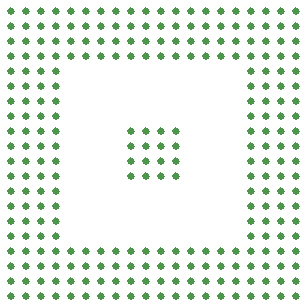
<source format=gtp>
G04 Layer: TopPasteMaskLayer*
G04 EasyEDA v5.9.42, Mon, 25 Mar 2019 10:54:48 GMT*
G04 c4031608a2914fe59fb431af2816202f*
G04 Gerber Generator version 0.2*
G04 Scale: 100 percent, Rotated: No, Reflected: No *
G04 Dimensions in inches *
G04 leading zeros omitted , absolute positions ,2 integer and 4 decimal *
%FSLAX24Y24*%
%MOIN*%
G90*
G70D02*


%LPD*%
G36*
G01X13103Y19875D02*
G01X13104Y19890D01*
G01X13107Y19904D01*
G01X13111Y19918D01*
G01X13117Y19931D01*
G01X13125Y19944D01*
G01X13134Y19955D01*
G01X13144Y19965D01*
G01X13156Y19974D01*
G01X13168Y19982D01*
G01X13181Y19988D01*
G01X13195Y19992D01*
G01X13209Y19995D01*
G01X13224Y19996D01*
G01X13224Y19996D01*
G01X13238Y19995D01*
G01X13253Y19992D01*
G01X13267Y19988D01*
G01X13280Y19982D01*
G01X13292Y19974D01*
G01X13304Y19965D01*
G01X13314Y19955D01*
G01X13323Y19944D01*
G01X13331Y19931D01*
G01X13337Y19918D01*
G01X13341Y19904D01*
G01X13343Y19890D01*
G01X13344Y19875D01*
G01X13344Y19875D01*
G01X13343Y19861D01*
G01X13341Y19846D01*
G01X13337Y19832D01*
G01X13331Y19819D01*
G01X13323Y19807D01*
G01X13314Y19795D01*
G01X13304Y19785D01*
G01X13292Y19776D01*
G01X13280Y19768D01*
G01X13267Y19762D01*
G01X13253Y19758D01*
G01X13238Y19755D01*
G01X13224Y19755D01*
G01X13224Y19755D01*
G01X13209Y19755D01*
G01X13195Y19758D01*
G01X13181Y19762D01*
G01X13168Y19768D01*
G01X13156Y19776D01*
G01X13144Y19785D01*
G01X13134Y19795D01*
G01X13125Y19807D01*
G01X13117Y19819D01*
G01X13111Y19832D01*
G01X13107Y19846D01*
G01X13104Y19861D01*
G01X13103Y19875D01*
G01X13103Y19875D01*
G37*
G36*
G01X13603Y19875D02*
G01X13604Y19890D01*
G01X13607Y19904D01*
G01X13611Y19918D01*
G01X13617Y19931D01*
G01X13625Y19944D01*
G01X13634Y19955D01*
G01X13644Y19965D01*
G01X13656Y19974D01*
G01X13668Y19982D01*
G01X13681Y19988D01*
G01X13695Y19992D01*
G01X13709Y19995D01*
G01X13724Y19996D01*
G01X13724Y19996D01*
G01X13738Y19995D01*
G01X13753Y19992D01*
G01X13767Y19988D01*
G01X13780Y19982D01*
G01X13792Y19974D01*
G01X13804Y19965D01*
G01X13814Y19955D01*
G01X13823Y19944D01*
G01X13831Y19931D01*
G01X13837Y19918D01*
G01X13841Y19904D01*
G01X13843Y19890D01*
G01X13844Y19875D01*
G01X13844Y19875D01*
G01X13843Y19861D01*
G01X13841Y19846D01*
G01X13837Y19832D01*
G01X13831Y19819D01*
G01X13823Y19807D01*
G01X13814Y19795D01*
G01X13804Y19785D01*
G01X13792Y19776D01*
G01X13780Y19768D01*
G01X13767Y19762D01*
G01X13753Y19758D01*
G01X13738Y19755D01*
G01X13724Y19755D01*
G01X13724Y19755D01*
G01X13709Y19755D01*
G01X13695Y19758D01*
G01X13681Y19762D01*
G01X13668Y19768D01*
G01X13656Y19776D01*
G01X13644Y19785D01*
G01X13634Y19795D01*
G01X13625Y19807D01*
G01X13617Y19819D01*
G01X13611Y19832D01*
G01X13607Y19846D01*
G01X13604Y19861D01*
G01X13603Y19875D01*
G01X13603Y19875D01*
G37*
G36*
G01X14103Y19875D02*
G01X14104Y19890D01*
G01X14107Y19904D01*
G01X14111Y19918D01*
G01X14117Y19931D01*
G01X14125Y19944D01*
G01X14134Y19955D01*
G01X14144Y19965D01*
G01X14156Y19974D01*
G01X14168Y19982D01*
G01X14181Y19988D01*
G01X14195Y19992D01*
G01X14209Y19995D01*
G01X14224Y19996D01*
G01X14224Y19996D01*
G01X14238Y19995D01*
G01X14253Y19992D01*
G01X14267Y19988D01*
G01X14280Y19982D01*
G01X14292Y19974D01*
G01X14304Y19965D01*
G01X14314Y19955D01*
G01X14323Y19944D01*
G01X14331Y19931D01*
G01X14337Y19918D01*
G01X14341Y19904D01*
G01X14343Y19890D01*
G01X14344Y19875D01*
G01X14344Y19875D01*
G01X14343Y19861D01*
G01X14341Y19846D01*
G01X14337Y19832D01*
G01X14331Y19819D01*
G01X14323Y19807D01*
G01X14314Y19795D01*
G01X14304Y19785D01*
G01X14292Y19776D01*
G01X14280Y19768D01*
G01X14267Y19762D01*
G01X14253Y19758D01*
G01X14238Y19755D01*
G01X14224Y19755D01*
G01X14224Y19755D01*
G01X14209Y19755D01*
G01X14195Y19758D01*
G01X14181Y19762D01*
G01X14168Y19768D01*
G01X14156Y19776D01*
G01X14144Y19785D01*
G01X14134Y19795D01*
G01X14125Y19807D01*
G01X14117Y19819D01*
G01X14111Y19832D01*
G01X14107Y19846D01*
G01X14104Y19861D01*
G01X14103Y19875D01*
G01X14103Y19875D01*
G37*
G36*
G01X14603Y19875D02*
G01X14604Y19890D01*
G01X14607Y19904D01*
G01X14611Y19918D01*
G01X14617Y19931D01*
G01X14625Y19944D01*
G01X14634Y19955D01*
G01X14644Y19965D01*
G01X14656Y19974D01*
G01X14668Y19982D01*
G01X14681Y19988D01*
G01X14695Y19992D01*
G01X14709Y19995D01*
G01X14724Y19996D01*
G01X14724Y19996D01*
G01X14738Y19995D01*
G01X14753Y19992D01*
G01X14767Y19988D01*
G01X14780Y19982D01*
G01X14792Y19974D01*
G01X14804Y19965D01*
G01X14814Y19955D01*
G01X14823Y19944D01*
G01X14831Y19931D01*
G01X14837Y19918D01*
G01X14841Y19904D01*
G01X14843Y19890D01*
G01X14844Y19875D01*
G01X14844Y19875D01*
G01X14843Y19861D01*
G01X14841Y19846D01*
G01X14837Y19832D01*
G01X14831Y19819D01*
G01X14823Y19807D01*
G01X14814Y19795D01*
G01X14804Y19785D01*
G01X14792Y19776D01*
G01X14780Y19768D01*
G01X14767Y19762D01*
G01X14753Y19758D01*
G01X14738Y19755D01*
G01X14724Y19755D01*
G01X14724Y19755D01*
G01X14709Y19755D01*
G01X14695Y19758D01*
G01X14681Y19762D01*
G01X14668Y19768D01*
G01X14656Y19776D01*
G01X14644Y19785D01*
G01X14634Y19795D01*
G01X14625Y19807D01*
G01X14617Y19819D01*
G01X14611Y19832D01*
G01X14607Y19846D01*
G01X14604Y19861D01*
G01X14603Y19875D01*
G01X14603Y19875D01*
G37*
G36*
G01X15103Y19875D02*
G01X15104Y19890D01*
G01X15107Y19904D01*
G01X15111Y19918D01*
G01X15117Y19931D01*
G01X15125Y19944D01*
G01X15134Y19955D01*
G01X15144Y19965D01*
G01X15156Y19974D01*
G01X15168Y19982D01*
G01X15181Y19988D01*
G01X15195Y19992D01*
G01X15209Y19995D01*
G01X15224Y19996D01*
G01X15224Y19996D01*
G01X15238Y19995D01*
G01X15253Y19992D01*
G01X15267Y19988D01*
G01X15280Y19982D01*
G01X15292Y19974D01*
G01X15304Y19965D01*
G01X15314Y19955D01*
G01X15323Y19944D01*
G01X15331Y19931D01*
G01X15337Y19918D01*
G01X15341Y19904D01*
G01X15343Y19890D01*
G01X15344Y19875D01*
G01X15344Y19875D01*
G01X15343Y19861D01*
G01X15341Y19846D01*
G01X15337Y19832D01*
G01X15331Y19819D01*
G01X15323Y19807D01*
G01X15314Y19795D01*
G01X15304Y19785D01*
G01X15292Y19776D01*
G01X15280Y19768D01*
G01X15267Y19762D01*
G01X15253Y19758D01*
G01X15238Y19755D01*
G01X15224Y19755D01*
G01X15224Y19755D01*
G01X15209Y19755D01*
G01X15195Y19758D01*
G01X15181Y19762D01*
G01X15168Y19768D01*
G01X15156Y19776D01*
G01X15144Y19785D01*
G01X15134Y19795D01*
G01X15125Y19807D01*
G01X15117Y19819D01*
G01X15111Y19832D01*
G01X15107Y19846D01*
G01X15104Y19861D01*
G01X15103Y19875D01*
G01X15103Y19875D01*
G37*
G36*
G01X15603Y19875D02*
G01X15604Y19890D01*
G01X15607Y19904D01*
G01X15611Y19918D01*
G01X15617Y19931D01*
G01X15625Y19944D01*
G01X15634Y19955D01*
G01X15644Y19965D01*
G01X15656Y19974D01*
G01X15668Y19982D01*
G01X15681Y19988D01*
G01X15695Y19992D01*
G01X15709Y19995D01*
G01X15724Y19996D01*
G01X15724Y19996D01*
G01X15738Y19995D01*
G01X15753Y19992D01*
G01X15767Y19988D01*
G01X15780Y19982D01*
G01X15792Y19974D01*
G01X15804Y19965D01*
G01X15814Y19955D01*
G01X15823Y19944D01*
G01X15831Y19931D01*
G01X15837Y19918D01*
G01X15841Y19904D01*
G01X15843Y19890D01*
G01X15844Y19875D01*
G01X15844Y19875D01*
G01X15843Y19861D01*
G01X15841Y19846D01*
G01X15837Y19832D01*
G01X15831Y19819D01*
G01X15823Y19807D01*
G01X15814Y19795D01*
G01X15804Y19785D01*
G01X15792Y19776D01*
G01X15780Y19768D01*
G01X15767Y19762D01*
G01X15753Y19758D01*
G01X15738Y19755D01*
G01X15724Y19755D01*
G01X15724Y19755D01*
G01X15709Y19755D01*
G01X15695Y19758D01*
G01X15681Y19762D01*
G01X15668Y19768D01*
G01X15656Y19776D01*
G01X15644Y19785D01*
G01X15634Y19795D01*
G01X15625Y19807D01*
G01X15617Y19819D01*
G01X15611Y19832D01*
G01X15607Y19846D01*
G01X15604Y19861D01*
G01X15603Y19875D01*
G01X15603Y19875D01*
G37*
G36*
G01X16103Y19875D02*
G01X16104Y19890D01*
G01X16107Y19904D01*
G01X16111Y19918D01*
G01X16117Y19931D01*
G01X16125Y19944D01*
G01X16134Y19955D01*
G01X16144Y19965D01*
G01X16156Y19974D01*
G01X16168Y19982D01*
G01X16181Y19988D01*
G01X16195Y19992D01*
G01X16209Y19995D01*
G01X16224Y19996D01*
G01X16224Y19996D01*
G01X16238Y19995D01*
G01X16253Y19992D01*
G01X16267Y19988D01*
G01X16280Y19982D01*
G01X16292Y19974D01*
G01X16304Y19965D01*
G01X16314Y19955D01*
G01X16323Y19944D01*
G01X16331Y19931D01*
G01X16337Y19918D01*
G01X16341Y19904D01*
G01X16343Y19890D01*
G01X16344Y19875D01*
G01X16344Y19875D01*
G01X16343Y19861D01*
G01X16341Y19846D01*
G01X16337Y19832D01*
G01X16331Y19819D01*
G01X16323Y19807D01*
G01X16314Y19795D01*
G01X16304Y19785D01*
G01X16292Y19776D01*
G01X16280Y19768D01*
G01X16267Y19762D01*
G01X16253Y19758D01*
G01X16238Y19755D01*
G01X16224Y19755D01*
G01X16224Y19755D01*
G01X16209Y19755D01*
G01X16195Y19758D01*
G01X16181Y19762D01*
G01X16168Y19768D01*
G01X16156Y19776D01*
G01X16144Y19785D01*
G01X16134Y19795D01*
G01X16125Y19807D01*
G01X16117Y19819D01*
G01X16111Y19832D01*
G01X16107Y19846D01*
G01X16104Y19861D01*
G01X16103Y19875D01*
G01X16103Y19875D01*
G37*
G36*
G01X16603Y19875D02*
G01X16604Y19890D01*
G01X16607Y19904D01*
G01X16611Y19918D01*
G01X16617Y19931D01*
G01X16625Y19944D01*
G01X16634Y19955D01*
G01X16644Y19965D01*
G01X16656Y19974D01*
G01X16668Y19982D01*
G01X16681Y19988D01*
G01X16695Y19992D01*
G01X16709Y19995D01*
G01X16724Y19996D01*
G01X16724Y19996D01*
G01X16738Y19995D01*
G01X16753Y19992D01*
G01X16767Y19988D01*
G01X16780Y19982D01*
G01X16792Y19974D01*
G01X16804Y19965D01*
G01X16814Y19955D01*
G01X16823Y19944D01*
G01X16831Y19931D01*
G01X16837Y19918D01*
G01X16841Y19904D01*
G01X16843Y19890D01*
G01X16844Y19875D01*
G01X16844Y19875D01*
G01X16843Y19861D01*
G01X16841Y19846D01*
G01X16837Y19832D01*
G01X16831Y19819D01*
G01X16823Y19807D01*
G01X16814Y19795D01*
G01X16804Y19785D01*
G01X16792Y19776D01*
G01X16780Y19768D01*
G01X16767Y19762D01*
G01X16753Y19758D01*
G01X16738Y19755D01*
G01X16724Y19755D01*
G01X16724Y19755D01*
G01X16709Y19755D01*
G01X16695Y19758D01*
G01X16681Y19762D01*
G01X16668Y19768D01*
G01X16656Y19776D01*
G01X16644Y19785D01*
G01X16634Y19795D01*
G01X16625Y19807D01*
G01X16617Y19819D01*
G01X16611Y19832D01*
G01X16607Y19846D01*
G01X16604Y19861D01*
G01X16603Y19875D01*
G01X16603Y19875D01*
G37*
G36*
G01X17103Y19875D02*
G01X17104Y19890D01*
G01X17107Y19904D01*
G01X17111Y19918D01*
G01X17117Y19931D01*
G01X17125Y19944D01*
G01X17134Y19955D01*
G01X17144Y19965D01*
G01X17156Y19974D01*
G01X17168Y19982D01*
G01X17181Y19988D01*
G01X17195Y19992D01*
G01X17209Y19995D01*
G01X17224Y19996D01*
G01X17224Y19996D01*
G01X17238Y19995D01*
G01X17253Y19992D01*
G01X17267Y19988D01*
G01X17280Y19982D01*
G01X17292Y19974D01*
G01X17304Y19965D01*
G01X17314Y19955D01*
G01X17323Y19944D01*
G01X17331Y19931D01*
G01X17337Y19918D01*
G01X17341Y19904D01*
G01X17343Y19890D01*
G01X17344Y19875D01*
G01X17344Y19875D01*
G01X17343Y19861D01*
G01X17341Y19846D01*
G01X17337Y19832D01*
G01X17331Y19819D01*
G01X17323Y19807D01*
G01X17314Y19795D01*
G01X17304Y19785D01*
G01X17292Y19776D01*
G01X17280Y19768D01*
G01X17267Y19762D01*
G01X17253Y19758D01*
G01X17238Y19755D01*
G01X17224Y19755D01*
G01X17224Y19755D01*
G01X17209Y19755D01*
G01X17195Y19758D01*
G01X17181Y19762D01*
G01X17168Y19768D01*
G01X17156Y19776D01*
G01X17144Y19785D01*
G01X17134Y19795D01*
G01X17125Y19807D01*
G01X17117Y19819D01*
G01X17111Y19832D01*
G01X17107Y19846D01*
G01X17104Y19861D01*
G01X17103Y19875D01*
G01X17103Y19875D01*
G37*
G36*
G01X17603Y19875D02*
G01X17604Y19890D01*
G01X17607Y19904D01*
G01X17611Y19918D01*
G01X17617Y19931D01*
G01X17625Y19944D01*
G01X17634Y19955D01*
G01X17644Y19965D01*
G01X17656Y19974D01*
G01X17668Y19982D01*
G01X17681Y19988D01*
G01X17695Y19992D01*
G01X17709Y19995D01*
G01X17724Y19996D01*
G01X17724Y19996D01*
G01X17738Y19995D01*
G01X17753Y19992D01*
G01X17767Y19988D01*
G01X17780Y19982D01*
G01X17792Y19974D01*
G01X17804Y19965D01*
G01X17814Y19955D01*
G01X17823Y19944D01*
G01X17831Y19931D01*
G01X17837Y19918D01*
G01X17841Y19904D01*
G01X17843Y19890D01*
G01X17844Y19875D01*
G01X17844Y19875D01*
G01X17843Y19861D01*
G01X17841Y19846D01*
G01X17837Y19832D01*
G01X17831Y19819D01*
G01X17823Y19807D01*
G01X17814Y19795D01*
G01X17804Y19785D01*
G01X17792Y19776D01*
G01X17780Y19768D01*
G01X17767Y19762D01*
G01X17753Y19758D01*
G01X17738Y19755D01*
G01X17724Y19755D01*
G01X17724Y19755D01*
G01X17709Y19755D01*
G01X17695Y19758D01*
G01X17681Y19762D01*
G01X17668Y19768D01*
G01X17656Y19776D01*
G01X17644Y19785D01*
G01X17634Y19795D01*
G01X17625Y19807D01*
G01X17617Y19819D01*
G01X17611Y19832D01*
G01X17607Y19846D01*
G01X17604Y19861D01*
G01X17603Y19875D01*
G01X17603Y19875D01*
G37*
G36*
G01X18103Y19875D02*
G01X18104Y19890D01*
G01X18107Y19904D01*
G01X18111Y19918D01*
G01X18117Y19931D01*
G01X18125Y19944D01*
G01X18134Y19955D01*
G01X18144Y19965D01*
G01X18156Y19974D01*
G01X18168Y19982D01*
G01X18181Y19988D01*
G01X18195Y19992D01*
G01X18209Y19995D01*
G01X18224Y19996D01*
G01X18224Y19996D01*
G01X18238Y19995D01*
G01X18253Y19992D01*
G01X18267Y19988D01*
G01X18280Y19982D01*
G01X18292Y19974D01*
G01X18304Y19965D01*
G01X18314Y19955D01*
G01X18323Y19944D01*
G01X18331Y19931D01*
G01X18337Y19918D01*
G01X18341Y19904D01*
G01X18343Y19890D01*
G01X18344Y19875D01*
G01X18344Y19875D01*
G01X18343Y19861D01*
G01X18341Y19846D01*
G01X18337Y19832D01*
G01X18331Y19819D01*
G01X18323Y19807D01*
G01X18314Y19795D01*
G01X18304Y19785D01*
G01X18292Y19776D01*
G01X18280Y19768D01*
G01X18267Y19762D01*
G01X18253Y19758D01*
G01X18238Y19755D01*
G01X18224Y19755D01*
G01X18224Y19755D01*
G01X18209Y19755D01*
G01X18195Y19758D01*
G01X18181Y19762D01*
G01X18168Y19768D01*
G01X18156Y19776D01*
G01X18144Y19785D01*
G01X18134Y19795D01*
G01X18125Y19807D01*
G01X18117Y19819D01*
G01X18111Y19832D01*
G01X18107Y19846D01*
G01X18104Y19861D01*
G01X18103Y19875D01*
G01X18103Y19875D01*
G37*
G36*
G01X18603Y19875D02*
G01X18604Y19890D01*
G01X18607Y19904D01*
G01X18611Y19918D01*
G01X18617Y19931D01*
G01X18625Y19944D01*
G01X18634Y19955D01*
G01X18644Y19965D01*
G01X18656Y19974D01*
G01X18668Y19982D01*
G01X18681Y19988D01*
G01X18695Y19992D01*
G01X18709Y19995D01*
G01X18724Y19996D01*
G01X18724Y19996D01*
G01X18738Y19995D01*
G01X18753Y19992D01*
G01X18767Y19988D01*
G01X18780Y19982D01*
G01X18792Y19974D01*
G01X18804Y19965D01*
G01X18814Y19955D01*
G01X18823Y19944D01*
G01X18831Y19931D01*
G01X18837Y19918D01*
G01X18841Y19904D01*
G01X18843Y19890D01*
G01X18844Y19875D01*
G01X18844Y19875D01*
G01X18843Y19861D01*
G01X18841Y19846D01*
G01X18837Y19832D01*
G01X18831Y19819D01*
G01X18823Y19807D01*
G01X18814Y19795D01*
G01X18804Y19785D01*
G01X18792Y19776D01*
G01X18780Y19768D01*
G01X18767Y19762D01*
G01X18753Y19758D01*
G01X18738Y19755D01*
G01X18724Y19755D01*
G01X18724Y19755D01*
G01X18709Y19755D01*
G01X18695Y19758D01*
G01X18681Y19762D01*
G01X18668Y19768D01*
G01X18656Y19776D01*
G01X18644Y19785D01*
G01X18634Y19795D01*
G01X18625Y19807D01*
G01X18617Y19819D01*
G01X18611Y19832D01*
G01X18607Y19846D01*
G01X18604Y19861D01*
G01X18603Y19875D01*
G01X18603Y19875D01*
G37*
G36*
G01X19103Y19875D02*
G01X19104Y19890D01*
G01X19107Y19904D01*
G01X19111Y19918D01*
G01X19117Y19931D01*
G01X19125Y19944D01*
G01X19134Y19955D01*
G01X19144Y19965D01*
G01X19156Y19974D01*
G01X19168Y19982D01*
G01X19181Y19988D01*
G01X19195Y19992D01*
G01X19209Y19995D01*
G01X19224Y19996D01*
G01X19224Y19996D01*
G01X19238Y19995D01*
G01X19253Y19992D01*
G01X19267Y19988D01*
G01X19280Y19982D01*
G01X19292Y19974D01*
G01X19304Y19965D01*
G01X19314Y19955D01*
G01X19323Y19944D01*
G01X19331Y19931D01*
G01X19337Y19918D01*
G01X19341Y19904D01*
G01X19343Y19890D01*
G01X19344Y19875D01*
G01X19344Y19875D01*
G01X19343Y19861D01*
G01X19341Y19846D01*
G01X19337Y19832D01*
G01X19331Y19819D01*
G01X19323Y19807D01*
G01X19314Y19795D01*
G01X19304Y19785D01*
G01X19292Y19776D01*
G01X19280Y19768D01*
G01X19267Y19762D01*
G01X19253Y19758D01*
G01X19238Y19755D01*
G01X19224Y19755D01*
G01X19224Y19755D01*
G01X19209Y19755D01*
G01X19195Y19758D01*
G01X19181Y19762D01*
G01X19168Y19768D01*
G01X19156Y19776D01*
G01X19144Y19785D01*
G01X19134Y19795D01*
G01X19125Y19807D01*
G01X19117Y19819D01*
G01X19111Y19832D01*
G01X19107Y19846D01*
G01X19104Y19861D01*
G01X19103Y19875D01*
G01X19103Y19875D01*
G37*
G36*
G01X19603Y19875D02*
G01X19604Y19890D01*
G01X19607Y19904D01*
G01X19611Y19918D01*
G01X19617Y19931D01*
G01X19625Y19944D01*
G01X19634Y19955D01*
G01X19644Y19965D01*
G01X19656Y19974D01*
G01X19668Y19982D01*
G01X19681Y19988D01*
G01X19695Y19992D01*
G01X19709Y19995D01*
G01X19724Y19996D01*
G01X19724Y19996D01*
G01X19738Y19995D01*
G01X19753Y19992D01*
G01X19767Y19988D01*
G01X19780Y19982D01*
G01X19792Y19974D01*
G01X19804Y19965D01*
G01X19814Y19955D01*
G01X19823Y19944D01*
G01X19831Y19931D01*
G01X19836Y19918D01*
G01X19841Y19904D01*
G01X19843Y19890D01*
G01X19844Y19875D01*
G01X19844Y19875D01*
G01X19843Y19861D01*
G01X19841Y19846D01*
G01X19836Y19832D01*
G01X19831Y19819D01*
G01X19823Y19807D01*
G01X19814Y19795D01*
G01X19804Y19785D01*
G01X19792Y19776D01*
G01X19780Y19768D01*
G01X19767Y19762D01*
G01X19753Y19758D01*
G01X19738Y19755D01*
G01X19724Y19755D01*
G01X19724Y19755D01*
G01X19709Y19755D01*
G01X19695Y19758D01*
G01X19681Y19762D01*
G01X19668Y19768D01*
G01X19656Y19776D01*
G01X19644Y19785D01*
G01X19634Y19795D01*
G01X19625Y19807D01*
G01X19617Y19819D01*
G01X19611Y19832D01*
G01X19607Y19846D01*
G01X19604Y19861D01*
G01X19603Y19875D01*
G01X19603Y19875D01*
G37*
G36*
G01X20103Y19875D02*
G01X20104Y19890D01*
G01X20107Y19904D01*
G01X20111Y19918D01*
G01X20117Y19931D01*
G01X20125Y19944D01*
G01X20134Y19955D01*
G01X20144Y19965D01*
G01X20156Y19974D01*
G01X20168Y19982D01*
G01X20181Y19988D01*
G01X20195Y19992D01*
G01X20209Y19995D01*
G01X20224Y19996D01*
G01X20224Y19996D01*
G01X20238Y19995D01*
G01X20253Y19992D01*
G01X20267Y19988D01*
G01X20280Y19982D01*
G01X20292Y19974D01*
G01X20304Y19965D01*
G01X20314Y19955D01*
G01X20323Y19944D01*
G01X20331Y19931D01*
G01X20336Y19918D01*
G01X20341Y19904D01*
G01X20343Y19890D01*
G01X20344Y19875D01*
G01X20344Y19875D01*
G01X20343Y19861D01*
G01X20341Y19846D01*
G01X20336Y19832D01*
G01X20331Y19819D01*
G01X20323Y19807D01*
G01X20314Y19795D01*
G01X20304Y19785D01*
G01X20292Y19776D01*
G01X20280Y19768D01*
G01X20267Y19762D01*
G01X20253Y19758D01*
G01X20238Y19755D01*
G01X20224Y19755D01*
G01X20224Y19755D01*
G01X20209Y19755D01*
G01X20195Y19758D01*
G01X20181Y19762D01*
G01X20168Y19768D01*
G01X20156Y19776D01*
G01X20144Y19785D01*
G01X20134Y19795D01*
G01X20125Y19807D01*
G01X20117Y19819D01*
G01X20111Y19832D01*
G01X20107Y19846D01*
G01X20104Y19861D01*
G01X20103Y19875D01*
G01X20103Y19875D01*
G37*
G36*
G01X20603Y19875D02*
G01X20604Y19890D01*
G01X20607Y19904D01*
G01X20611Y19918D01*
G01X20617Y19931D01*
G01X20625Y19944D01*
G01X20634Y19955D01*
G01X20644Y19965D01*
G01X20656Y19974D01*
G01X20668Y19982D01*
G01X20681Y19988D01*
G01X20695Y19992D01*
G01X20709Y19995D01*
G01X20724Y19996D01*
G01X20724Y19996D01*
G01X20738Y19995D01*
G01X20753Y19992D01*
G01X20767Y19988D01*
G01X20780Y19982D01*
G01X20792Y19974D01*
G01X20804Y19965D01*
G01X20814Y19955D01*
G01X20823Y19944D01*
G01X20831Y19931D01*
G01X20836Y19918D01*
G01X20841Y19904D01*
G01X20843Y19890D01*
G01X20844Y19875D01*
G01X20844Y19875D01*
G01X20843Y19861D01*
G01X20841Y19846D01*
G01X20836Y19832D01*
G01X20831Y19819D01*
G01X20823Y19807D01*
G01X20814Y19795D01*
G01X20804Y19785D01*
G01X20792Y19776D01*
G01X20780Y19768D01*
G01X20767Y19762D01*
G01X20753Y19758D01*
G01X20738Y19755D01*
G01X20724Y19755D01*
G01X20724Y19755D01*
G01X20709Y19755D01*
G01X20695Y19758D01*
G01X20681Y19762D01*
G01X20668Y19768D01*
G01X20656Y19776D01*
G01X20644Y19785D01*
G01X20634Y19795D01*
G01X20625Y19807D01*
G01X20617Y19819D01*
G01X20611Y19832D01*
G01X20607Y19846D01*
G01X20604Y19861D01*
G01X20603Y19875D01*
G01X20603Y19875D01*
G37*
G36*
G01X21103Y19875D02*
G01X21104Y19890D01*
G01X21107Y19904D01*
G01X21111Y19918D01*
G01X21117Y19931D01*
G01X21125Y19944D01*
G01X21134Y19955D01*
G01X21144Y19965D01*
G01X21156Y19974D01*
G01X21168Y19982D01*
G01X21181Y19988D01*
G01X21195Y19992D01*
G01X21209Y19995D01*
G01X21224Y19996D01*
G01X21224Y19996D01*
G01X21238Y19995D01*
G01X21253Y19992D01*
G01X21267Y19988D01*
G01X21280Y19982D01*
G01X21292Y19974D01*
G01X21304Y19965D01*
G01X21314Y19955D01*
G01X21323Y19944D01*
G01X21331Y19931D01*
G01X21336Y19918D01*
G01X21341Y19904D01*
G01X21343Y19890D01*
G01X21344Y19875D01*
G01X21344Y19875D01*
G01X21343Y19861D01*
G01X21341Y19846D01*
G01X21336Y19832D01*
G01X21331Y19819D01*
G01X21323Y19807D01*
G01X21314Y19795D01*
G01X21304Y19785D01*
G01X21292Y19776D01*
G01X21280Y19768D01*
G01X21267Y19762D01*
G01X21253Y19758D01*
G01X21238Y19755D01*
G01X21224Y19755D01*
G01X21224Y19755D01*
G01X21209Y19755D01*
G01X21195Y19758D01*
G01X21181Y19762D01*
G01X21168Y19768D01*
G01X21156Y19776D01*
G01X21144Y19785D01*
G01X21134Y19795D01*
G01X21125Y19807D01*
G01X21117Y19819D01*
G01X21111Y19832D01*
G01X21107Y19846D01*
G01X21104Y19861D01*
G01X21103Y19875D01*
G01X21103Y19875D01*
G37*
G36*
G01X21603Y19875D02*
G01X21604Y19890D01*
G01X21607Y19904D01*
G01X21611Y19918D01*
G01X21617Y19931D01*
G01X21625Y19944D01*
G01X21634Y19955D01*
G01X21644Y19965D01*
G01X21656Y19974D01*
G01X21668Y19982D01*
G01X21681Y19988D01*
G01X21695Y19992D01*
G01X21709Y19995D01*
G01X21724Y19996D01*
G01X21724Y19996D01*
G01X21738Y19995D01*
G01X21753Y19992D01*
G01X21767Y19988D01*
G01X21780Y19982D01*
G01X21792Y19974D01*
G01X21804Y19965D01*
G01X21814Y19955D01*
G01X21823Y19944D01*
G01X21831Y19931D01*
G01X21836Y19918D01*
G01X21841Y19904D01*
G01X21843Y19890D01*
G01X21844Y19875D01*
G01X21844Y19875D01*
G01X21843Y19861D01*
G01X21841Y19846D01*
G01X21836Y19832D01*
G01X21831Y19819D01*
G01X21823Y19807D01*
G01X21814Y19795D01*
G01X21804Y19785D01*
G01X21792Y19776D01*
G01X21780Y19768D01*
G01X21767Y19762D01*
G01X21753Y19758D01*
G01X21738Y19755D01*
G01X21724Y19755D01*
G01X21724Y19755D01*
G01X21709Y19755D01*
G01X21695Y19758D01*
G01X21681Y19762D01*
G01X21668Y19768D01*
G01X21656Y19776D01*
G01X21644Y19785D01*
G01X21634Y19795D01*
G01X21625Y19807D01*
G01X21617Y19819D01*
G01X21611Y19832D01*
G01X21607Y19846D01*
G01X21604Y19861D01*
G01X21603Y19875D01*
G01X21603Y19875D01*
G37*
G36*
G01X22103Y19875D02*
G01X22104Y19890D01*
G01X22107Y19904D01*
G01X22111Y19918D01*
G01X22117Y19931D01*
G01X22125Y19944D01*
G01X22134Y19955D01*
G01X22144Y19965D01*
G01X22156Y19974D01*
G01X22168Y19982D01*
G01X22181Y19988D01*
G01X22195Y19992D01*
G01X22209Y19995D01*
G01X22224Y19996D01*
G01X22224Y19996D01*
G01X22238Y19995D01*
G01X22253Y19992D01*
G01X22267Y19988D01*
G01X22280Y19982D01*
G01X22292Y19974D01*
G01X22304Y19965D01*
G01X22314Y19955D01*
G01X22323Y19944D01*
G01X22331Y19931D01*
G01X22336Y19918D01*
G01X22341Y19904D01*
G01X22343Y19890D01*
G01X22344Y19875D01*
G01X22344Y19875D01*
G01X22343Y19861D01*
G01X22341Y19846D01*
G01X22336Y19832D01*
G01X22331Y19819D01*
G01X22323Y19807D01*
G01X22314Y19795D01*
G01X22304Y19785D01*
G01X22292Y19776D01*
G01X22280Y19768D01*
G01X22267Y19762D01*
G01X22253Y19758D01*
G01X22238Y19755D01*
G01X22224Y19755D01*
G01X22224Y19755D01*
G01X22209Y19755D01*
G01X22195Y19758D01*
G01X22181Y19762D01*
G01X22168Y19768D01*
G01X22156Y19776D01*
G01X22144Y19785D01*
G01X22134Y19795D01*
G01X22125Y19807D01*
G01X22117Y19819D01*
G01X22111Y19832D01*
G01X22107Y19846D01*
G01X22104Y19861D01*
G01X22103Y19875D01*
G01X22103Y19875D01*
G37*
G36*
G01X22603Y19875D02*
G01X22604Y19890D01*
G01X22607Y19904D01*
G01X22611Y19918D01*
G01X22617Y19931D01*
G01X22625Y19944D01*
G01X22634Y19955D01*
G01X22644Y19965D01*
G01X22656Y19974D01*
G01X22668Y19982D01*
G01X22681Y19988D01*
G01X22695Y19992D01*
G01X22709Y19995D01*
G01X22724Y19996D01*
G01X22724Y19996D01*
G01X22738Y19995D01*
G01X22753Y19992D01*
G01X22767Y19988D01*
G01X22780Y19982D01*
G01X22792Y19974D01*
G01X22804Y19965D01*
G01X22814Y19955D01*
G01X22823Y19944D01*
G01X22831Y19931D01*
G01X22836Y19918D01*
G01X22841Y19904D01*
G01X22843Y19890D01*
G01X22844Y19875D01*
G01X22844Y19875D01*
G01X22843Y19861D01*
G01X22841Y19846D01*
G01X22836Y19832D01*
G01X22831Y19819D01*
G01X22823Y19807D01*
G01X22814Y19795D01*
G01X22804Y19785D01*
G01X22792Y19776D01*
G01X22780Y19768D01*
G01X22767Y19762D01*
G01X22753Y19758D01*
G01X22738Y19755D01*
G01X22724Y19755D01*
G01X22724Y19755D01*
G01X22709Y19755D01*
G01X22695Y19758D01*
G01X22681Y19762D01*
G01X22668Y19768D01*
G01X22656Y19776D01*
G01X22644Y19785D01*
G01X22634Y19795D01*
G01X22625Y19807D01*
G01X22617Y19819D01*
G01X22611Y19832D01*
G01X22607Y19846D01*
G01X22604Y19861D01*
G01X22603Y19875D01*
G01X22603Y19875D01*
G37*
G36*
G01X13103Y19375D02*
G01X13104Y19390D01*
G01X13107Y19404D01*
G01X13111Y19418D01*
G01X13117Y19431D01*
G01X13125Y19444D01*
G01X13134Y19455D01*
G01X13144Y19465D01*
G01X13156Y19474D01*
G01X13168Y19482D01*
G01X13181Y19488D01*
G01X13195Y19492D01*
G01X13209Y19495D01*
G01X13224Y19496D01*
G01X13224Y19496D01*
G01X13238Y19495D01*
G01X13253Y19492D01*
G01X13267Y19488D01*
G01X13280Y19482D01*
G01X13292Y19474D01*
G01X13304Y19465D01*
G01X13314Y19455D01*
G01X13323Y19444D01*
G01X13331Y19431D01*
G01X13337Y19418D01*
G01X13341Y19404D01*
G01X13343Y19390D01*
G01X13344Y19375D01*
G01X13344Y19375D01*
G01X13343Y19361D01*
G01X13341Y19346D01*
G01X13337Y19332D01*
G01X13331Y19319D01*
G01X13323Y19307D01*
G01X13314Y19295D01*
G01X13304Y19285D01*
G01X13292Y19276D01*
G01X13280Y19268D01*
G01X13267Y19262D01*
G01X13253Y19258D01*
G01X13238Y19255D01*
G01X13224Y19255D01*
G01X13224Y19255D01*
G01X13209Y19255D01*
G01X13195Y19258D01*
G01X13181Y19262D01*
G01X13168Y19268D01*
G01X13156Y19276D01*
G01X13144Y19285D01*
G01X13134Y19295D01*
G01X13125Y19307D01*
G01X13117Y19319D01*
G01X13111Y19332D01*
G01X13107Y19346D01*
G01X13104Y19361D01*
G01X13103Y19375D01*
G01X13103Y19375D01*
G37*
G36*
G01X13603Y19375D02*
G01X13604Y19390D01*
G01X13607Y19404D01*
G01X13611Y19418D01*
G01X13617Y19431D01*
G01X13625Y19444D01*
G01X13634Y19455D01*
G01X13644Y19465D01*
G01X13656Y19474D01*
G01X13668Y19482D01*
G01X13681Y19488D01*
G01X13695Y19492D01*
G01X13709Y19495D01*
G01X13724Y19496D01*
G01X13724Y19496D01*
G01X13738Y19495D01*
G01X13753Y19492D01*
G01X13767Y19488D01*
G01X13780Y19482D01*
G01X13792Y19474D01*
G01X13804Y19465D01*
G01X13814Y19455D01*
G01X13823Y19444D01*
G01X13831Y19431D01*
G01X13837Y19418D01*
G01X13841Y19404D01*
G01X13843Y19390D01*
G01X13844Y19375D01*
G01X13844Y19375D01*
G01X13843Y19361D01*
G01X13841Y19346D01*
G01X13837Y19332D01*
G01X13831Y19319D01*
G01X13823Y19307D01*
G01X13814Y19295D01*
G01X13804Y19285D01*
G01X13792Y19276D01*
G01X13780Y19268D01*
G01X13767Y19262D01*
G01X13753Y19258D01*
G01X13738Y19255D01*
G01X13724Y19255D01*
G01X13724Y19255D01*
G01X13709Y19255D01*
G01X13695Y19258D01*
G01X13681Y19262D01*
G01X13668Y19268D01*
G01X13656Y19276D01*
G01X13644Y19285D01*
G01X13634Y19295D01*
G01X13625Y19307D01*
G01X13617Y19319D01*
G01X13611Y19332D01*
G01X13607Y19346D01*
G01X13604Y19361D01*
G01X13603Y19375D01*
G01X13603Y19375D01*
G37*
G36*
G01X14103Y19375D02*
G01X14104Y19390D01*
G01X14107Y19404D01*
G01X14111Y19418D01*
G01X14117Y19431D01*
G01X14125Y19444D01*
G01X14134Y19455D01*
G01X14144Y19465D01*
G01X14156Y19474D01*
G01X14168Y19482D01*
G01X14181Y19488D01*
G01X14195Y19492D01*
G01X14209Y19495D01*
G01X14224Y19496D01*
G01X14224Y19496D01*
G01X14238Y19495D01*
G01X14253Y19492D01*
G01X14267Y19488D01*
G01X14280Y19482D01*
G01X14292Y19474D01*
G01X14304Y19465D01*
G01X14314Y19455D01*
G01X14323Y19444D01*
G01X14331Y19431D01*
G01X14337Y19418D01*
G01X14341Y19404D01*
G01X14343Y19390D01*
G01X14344Y19375D01*
G01X14344Y19375D01*
G01X14343Y19361D01*
G01X14341Y19346D01*
G01X14337Y19332D01*
G01X14331Y19319D01*
G01X14323Y19307D01*
G01X14314Y19295D01*
G01X14304Y19285D01*
G01X14292Y19276D01*
G01X14280Y19268D01*
G01X14267Y19262D01*
G01X14253Y19258D01*
G01X14238Y19255D01*
G01X14224Y19255D01*
G01X14224Y19255D01*
G01X14209Y19255D01*
G01X14195Y19258D01*
G01X14181Y19262D01*
G01X14168Y19268D01*
G01X14156Y19276D01*
G01X14144Y19285D01*
G01X14134Y19295D01*
G01X14125Y19307D01*
G01X14117Y19319D01*
G01X14111Y19332D01*
G01X14107Y19346D01*
G01X14104Y19361D01*
G01X14103Y19375D01*
G01X14103Y19375D01*
G37*
G36*
G01X14603Y19375D02*
G01X14604Y19390D01*
G01X14607Y19404D01*
G01X14611Y19418D01*
G01X14617Y19431D01*
G01X14625Y19444D01*
G01X14634Y19455D01*
G01X14644Y19465D01*
G01X14656Y19474D01*
G01X14668Y19482D01*
G01X14681Y19488D01*
G01X14695Y19492D01*
G01X14709Y19495D01*
G01X14724Y19496D01*
G01X14724Y19496D01*
G01X14738Y19495D01*
G01X14753Y19492D01*
G01X14767Y19488D01*
G01X14780Y19482D01*
G01X14792Y19474D01*
G01X14804Y19465D01*
G01X14814Y19455D01*
G01X14823Y19444D01*
G01X14831Y19431D01*
G01X14837Y19418D01*
G01X14841Y19404D01*
G01X14843Y19390D01*
G01X14844Y19375D01*
G01X14844Y19375D01*
G01X14843Y19361D01*
G01X14841Y19346D01*
G01X14837Y19332D01*
G01X14831Y19319D01*
G01X14823Y19307D01*
G01X14814Y19295D01*
G01X14804Y19285D01*
G01X14792Y19276D01*
G01X14780Y19268D01*
G01X14767Y19262D01*
G01X14753Y19258D01*
G01X14738Y19255D01*
G01X14724Y19255D01*
G01X14724Y19255D01*
G01X14709Y19255D01*
G01X14695Y19258D01*
G01X14681Y19262D01*
G01X14668Y19268D01*
G01X14656Y19276D01*
G01X14644Y19285D01*
G01X14634Y19295D01*
G01X14625Y19307D01*
G01X14617Y19319D01*
G01X14611Y19332D01*
G01X14607Y19346D01*
G01X14604Y19361D01*
G01X14603Y19375D01*
G01X14603Y19375D01*
G37*
G36*
G01X15103Y19375D02*
G01X15104Y19390D01*
G01X15107Y19404D01*
G01X15111Y19418D01*
G01X15117Y19431D01*
G01X15125Y19444D01*
G01X15134Y19455D01*
G01X15144Y19465D01*
G01X15156Y19474D01*
G01X15168Y19482D01*
G01X15181Y19488D01*
G01X15195Y19492D01*
G01X15209Y19495D01*
G01X15224Y19496D01*
G01X15224Y19496D01*
G01X15238Y19495D01*
G01X15253Y19492D01*
G01X15267Y19488D01*
G01X15280Y19482D01*
G01X15292Y19474D01*
G01X15304Y19465D01*
G01X15314Y19455D01*
G01X15323Y19444D01*
G01X15331Y19431D01*
G01X15337Y19418D01*
G01X15341Y19404D01*
G01X15343Y19390D01*
G01X15344Y19375D01*
G01X15344Y19375D01*
G01X15343Y19361D01*
G01X15341Y19346D01*
G01X15337Y19332D01*
G01X15331Y19319D01*
G01X15323Y19307D01*
G01X15314Y19295D01*
G01X15304Y19285D01*
G01X15292Y19276D01*
G01X15280Y19268D01*
G01X15267Y19262D01*
G01X15253Y19258D01*
G01X15238Y19255D01*
G01X15224Y19255D01*
G01X15224Y19255D01*
G01X15209Y19255D01*
G01X15195Y19258D01*
G01X15181Y19262D01*
G01X15168Y19268D01*
G01X15156Y19276D01*
G01X15144Y19285D01*
G01X15134Y19295D01*
G01X15125Y19307D01*
G01X15117Y19319D01*
G01X15111Y19332D01*
G01X15107Y19346D01*
G01X15104Y19361D01*
G01X15103Y19375D01*
G01X15103Y19375D01*
G37*
G36*
G01X15603Y19375D02*
G01X15604Y19390D01*
G01X15607Y19404D01*
G01X15611Y19418D01*
G01X15617Y19431D01*
G01X15625Y19444D01*
G01X15634Y19455D01*
G01X15644Y19465D01*
G01X15656Y19474D01*
G01X15668Y19482D01*
G01X15681Y19488D01*
G01X15695Y19492D01*
G01X15709Y19495D01*
G01X15724Y19496D01*
G01X15724Y19496D01*
G01X15738Y19495D01*
G01X15753Y19492D01*
G01X15767Y19488D01*
G01X15780Y19482D01*
G01X15792Y19474D01*
G01X15804Y19465D01*
G01X15814Y19455D01*
G01X15823Y19444D01*
G01X15831Y19431D01*
G01X15837Y19418D01*
G01X15841Y19404D01*
G01X15843Y19390D01*
G01X15844Y19375D01*
G01X15844Y19375D01*
G01X15843Y19361D01*
G01X15841Y19346D01*
G01X15837Y19332D01*
G01X15831Y19319D01*
G01X15823Y19307D01*
G01X15814Y19295D01*
G01X15804Y19285D01*
G01X15792Y19276D01*
G01X15780Y19268D01*
G01X15767Y19262D01*
G01X15753Y19258D01*
G01X15738Y19255D01*
G01X15724Y19255D01*
G01X15724Y19255D01*
G01X15709Y19255D01*
G01X15695Y19258D01*
G01X15681Y19262D01*
G01X15668Y19268D01*
G01X15656Y19276D01*
G01X15644Y19285D01*
G01X15634Y19295D01*
G01X15625Y19307D01*
G01X15617Y19319D01*
G01X15611Y19332D01*
G01X15607Y19346D01*
G01X15604Y19361D01*
G01X15603Y19375D01*
G01X15603Y19375D01*
G37*
G36*
G01X16103Y19375D02*
G01X16104Y19390D01*
G01X16107Y19404D01*
G01X16111Y19418D01*
G01X16117Y19431D01*
G01X16125Y19444D01*
G01X16134Y19455D01*
G01X16144Y19465D01*
G01X16156Y19474D01*
G01X16168Y19482D01*
G01X16181Y19488D01*
G01X16195Y19492D01*
G01X16209Y19495D01*
G01X16224Y19496D01*
G01X16224Y19496D01*
G01X16238Y19495D01*
G01X16253Y19492D01*
G01X16267Y19488D01*
G01X16280Y19482D01*
G01X16292Y19474D01*
G01X16304Y19465D01*
G01X16314Y19455D01*
G01X16323Y19444D01*
G01X16331Y19431D01*
G01X16337Y19418D01*
G01X16341Y19404D01*
G01X16343Y19390D01*
G01X16344Y19375D01*
G01X16344Y19375D01*
G01X16343Y19361D01*
G01X16341Y19346D01*
G01X16337Y19332D01*
G01X16331Y19319D01*
G01X16323Y19307D01*
G01X16314Y19295D01*
G01X16304Y19285D01*
G01X16292Y19276D01*
G01X16280Y19268D01*
G01X16267Y19262D01*
G01X16253Y19258D01*
G01X16238Y19255D01*
G01X16224Y19255D01*
G01X16224Y19255D01*
G01X16209Y19255D01*
G01X16195Y19258D01*
G01X16181Y19262D01*
G01X16168Y19268D01*
G01X16156Y19276D01*
G01X16144Y19285D01*
G01X16134Y19295D01*
G01X16125Y19307D01*
G01X16117Y19319D01*
G01X16111Y19332D01*
G01X16107Y19346D01*
G01X16104Y19361D01*
G01X16103Y19375D01*
G01X16103Y19375D01*
G37*
G36*
G01X16603Y19375D02*
G01X16604Y19390D01*
G01X16607Y19404D01*
G01X16611Y19418D01*
G01X16617Y19431D01*
G01X16625Y19444D01*
G01X16634Y19455D01*
G01X16644Y19465D01*
G01X16656Y19474D01*
G01X16668Y19482D01*
G01X16681Y19488D01*
G01X16695Y19492D01*
G01X16709Y19495D01*
G01X16724Y19496D01*
G01X16724Y19496D01*
G01X16738Y19495D01*
G01X16753Y19492D01*
G01X16767Y19488D01*
G01X16780Y19482D01*
G01X16792Y19474D01*
G01X16804Y19465D01*
G01X16814Y19455D01*
G01X16823Y19444D01*
G01X16831Y19431D01*
G01X16837Y19418D01*
G01X16841Y19404D01*
G01X16843Y19390D01*
G01X16844Y19375D01*
G01X16844Y19375D01*
G01X16843Y19361D01*
G01X16841Y19346D01*
G01X16837Y19332D01*
G01X16831Y19319D01*
G01X16823Y19307D01*
G01X16814Y19295D01*
G01X16804Y19285D01*
G01X16792Y19276D01*
G01X16780Y19268D01*
G01X16767Y19262D01*
G01X16753Y19258D01*
G01X16738Y19255D01*
G01X16724Y19255D01*
G01X16724Y19255D01*
G01X16709Y19255D01*
G01X16695Y19258D01*
G01X16681Y19262D01*
G01X16668Y19268D01*
G01X16656Y19276D01*
G01X16644Y19285D01*
G01X16634Y19295D01*
G01X16625Y19307D01*
G01X16617Y19319D01*
G01X16611Y19332D01*
G01X16607Y19346D01*
G01X16604Y19361D01*
G01X16603Y19375D01*
G01X16603Y19375D01*
G37*
G36*
G01X17103Y19375D02*
G01X17104Y19390D01*
G01X17107Y19404D01*
G01X17111Y19418D01*
G01X17117Y19431D01*
G01X17125Y19444D01*
G01X17134Y19455D01*
G01X17144Y19465D01*
G01X17156Y19474D01*
G01X17168Y19482D01*
G01X17181Y19488D01*
G01X17195Y19492D01*
G01X17209Y19495D01*
G01X17224Y19496D01*
G01X17224Y19496D01*
G01X17238Y19495D01*
G01X17253Y19492D01*
G01X17267Y19488D01*
G01X17280Y19482D01*
G01X17292Y19474D01*
G01X17304Y19465D01*
G01X17314Y19455D01*
G01X17323Y19444D01*
G01X17331Y19431D01*
G01X17337Y19418D01*
G01X17341Y19404D01*
G01X17343Y19390D01*
G01X17344Y19375D01*
G01X17344Y19375D01*
G01X17343Y19361D01*
G01X17341Y19346D01*
G01X17337Y19332D01*
G01X17331Y19319D01*
G01X17323Y19307D01*
G01X17314Y19295D01*
G01X17304Y19285D01*
G01X17292Y19276D01*
G01X17280Y19268D01*
G01X17267Y19262D01*
G01X17253Y19258D01*
G01X17238Y19255D01*
G01X17224Y19255D01*
G01X17224Y19255D01*
G01X17209Y19255D01*
G01X17195Y19258D01*
G01X17181Y19262D01*
G01X17168Y19268D01*
G01X17156Y19276D01*
G01X17144Y19285D01*
G01X17134Y19295D01*
G01X17125Y19307D01*
G01X17117Y19319D01*
G01X17111Y19332D01*
G01X17107Y19346D01*
G01X17104Y19361D01*
G01X17103Y19375D01*
G01X17103Y19375D01*
G37*
G36*
G01X17603Y19375D02*
G01X17604Y19390D01*
G01X17607Y19404D01*
G01X17611Y19418D01*
G01X17617Y19431D01*
G01X17625Y19444D01*
G01X17634Y19455D01*
G01X17644Y19465D01*
G01X17656Y19474D01*
G01X17668Y19482D01*
G01X17681Y19488D01*
G01X17695Y19492D01*
G01X17709Y19495D01*
G01X17724Y19496D01*
G01X17724Y19496D01*
G01X17738Y19495D01*
G01X17753Y19492D01*
G01X17767Y19488D01*
G01X17780Y19482D01*
G01X17792Y19474D01*
G01X17804Y19465D01*
G01X17814Y19455D01*
G01X17823Y19444D01*
G01X17831Y19431D01*
G01X17837Y19418D01*
G01X17841Y19404D01*
G01X17843Y19390D01*
G01X17844Y19375D01*
G01X17844Y19375D01*
G01X17843Y19361D01*
G01X17841Y19346D01*
G01X17837Y19332D01*
G01X17831Y19319D01*
G01X17823Y19307D01*
G01X17814Y19295D01*
G01X17804Y19285D01*
G01X17792Y19276D01*
G01X17780Y19268D01*
G01X17767Y19262D01*
G01X17753Y19258D01*
G01X17738Y19255D01*
G01X17724Y19255D01*
G01X17724Y19255D01*
G01X17709Y19255D01*
G01X17695Y19258D01*
G01X17681Y19262D01*
G01X17668Y19268D01*
G01X17656Y19276D01*
G01X17644Y19285D01*
G01X17634Y19295D01*
G01X17625Y19307D01*
G01X17617Y19319D01*
G01X17611Y19332D01*
G01X17607Y19346D01*
G01X17604Y19361D01*
G01X17603Y19375D01*
G01X17603Y19375D01*
G37*
G36*
G01X18103Y19375D02*
G01X18104Y19390D01*
G01X18107Y19404D01*
G01X18111Y19418D01*
G01X18117Y19431D01*
G01X18125Y19444D01*
G01X18134Y19455D01*
G01X18144Y19465D01*
G01X18156Y19474D01*
G01X18168Y19482D01*
G01X18181Y19488D01*
G01X18195Y19492D01*
G01X18209Y19495D01*
G01X18224Y19496D01*
G01X18224Y19496D01*
G01X18238Y19495D01*
G01X18253Y19492D01*
G01X18267Y19488D01*
G01X18280Y19482D01*
G01X18292Y19474D01*
G01X18304Y19465D01*
G01X18314Y19455D01*
G01X18323Y19444D01*
G01X18331Y19431D01*
G01X18337Y19418D01*
G01X18341Y19404D01*
G01X18343Y19390D01*
G01X18344Y19375D01*
G01X18344Y19375D01*
G01X18343Y19361D01*
G01X18341Y19346D01*
G01X18337Y19332D01*
G01X18331Y19319D01*
G01X18323Y19307D01*
G01X18314Y19295D01*
G01X18304Y19285D01*
G01X18292Y19276D01*
G01X18280Y19268D01*
G01X18267Y19262D01*
G01X18253Y19258D01*
G01X18238Y19255D01*
G01X18224Y19255D01*
G01X18224Y19255D01*
G01X18209Y19255D01*
G01X18195Y19258D01*
G01X18181Y19262D01*
G01X18168Y19268D01*
G01X18156Y19276D01*
G01X18144Y19285D01*
G01X18134Y19295D01*
G01X18125Y19307D01*
G01X18117Y19319D01*
G01X18111Y19332D01*
G01X18107Y19346D01*
G01X18104Y19361D01*
G01X18103Y19375D01*
G01X18103Y19375D01*
G37*
G36*
G01X18603Y19375D02*
G01X18604Y19390D01*
G01X18607Y19404D01*
G01X18611Y19418D01*
G01X18617Y19431D01*
G01X18625Y19444D01*
G01X18634Y19455D01*
G01X18644Y19465D01*
G01X18656Y19474D01*
G01X18668Y19482D01*
G01X18681Y19488D01*
G01X18695Y19492D01*
G01X18709Y19495D01*
G01X18724Y19496D01*
G01X18724Y19496D01*
G01X18738Y19495D01*
G01X18753Y19492D01*
G01X18767Y19488D01*
G01X18780Y19482D01*
G01X18792Y19474D01*
G01X18804Y19465D01*
G01X18814Y19455D01*
G01X18823Y19444D01*
G01X18831Y19431D01*
G01X18837Y19418D01*
G01X18841Y19404D01*
G01X18843Y19390D01*
G01X18844Y19375D01*
G01X18844Y19375D01*
G01X18843Y19361D01*
G01X18841Y19346D01*
G01X18837Y19332D01*
G01X18831Y19319D01*
G01X18823Y19307D01*
G01X18814Y19295D01*
G01X18804Y19285D01*
G01X18792Y19276D01*
G01X18780Y19268D01*
G01X18767Y19262D01*
G01X18753Y19258D01*
G01X18738Y19255D01*
G01X18724Y19255D01*
G01X18724Y19255D01*
G01X18709Y19255D01*
G01X18695Y19258D01*
G01X18681Y19262D01*
G01X18668Y19268D01*
G01X18656Y19276D01*
G01X18644Y19285D01*
G01X18634Y19295D01*
G01X18625Y19307D01*
G01X18617Y19319D01*
G01X18611Y19332D01*
G01X18607Y19346D01*
G01X18604Y19361D01*
G01X18603Y19375D01*
G01X18603Y19375D01*
G37*
G36*
G01X19103Y19375D02*
G01X19104Y19390D01*
G01X19107Y19404D01*
G01X19111Y19418D01*
G01X19117Y19431D01*
G01X19125Y19444D01*
G01X19134Y19455D01*
G01X19144Y19465D01*
G01X19156Y19474D01*
G01X19168Y19482D01*
G01X19181Y19488D01*
G01X19195Y19492D01*
G01X19209Y19495D01*
G01X19224Y19496D01*
G01X19224Y19496D01*
G01X19238Y19495D01*
G01X19253Y19492D01*
G01X19267Y19488D01*
G01X19280Y19482D01*
G01X19292Y19474D01*
G01X19304Y19465D01*
G01X19314Y19455D01*
G01X19323Y19444D01*
G01X19331Y19431D01*
G01X19337Y19418D01*
G01X19341Y19404D01*
G01X19343Y19390D01*
G01X19344Y19375D01*
G01X19344Y19375D01*
G01X19343Y19361D01*
G01X19341Y19346D01*
G01X19337Y19332D01*
G01X19331Y19319D01*
G01X19323Y19307D01*
G01X19314Y19295D01*
G01X19304Y19285D01*
G01X19292Y19276D01*
G01X19280Y19268D01*
G01X19267Y19262D01*
G01X19253Y19258D01*
G01X19238Y19255D01*
G01X19224Y19255D01*
G01X19224Y19255D01*
G01X19209Y19255D01*
G01X19195Y19258D01*
G01X19181Y19262D01*
G01X19168Y19268D01*
G01X19156Y19276D01*
G01X19144Y19285D01*
G01X19134Y19295D01*
G01X19125Y19307D01*
G01X19117Y19319D01*
G01X19111Y19332D01*
G01X19107Y19346D01*
G01X19104Y19361D01*
G01X19103Y19375D01*
G01X19103Y19375D01*
G37*
G36*
G01X19603Y19375D02*
G01X19604Y19390D01*
G01X19607Y19404D01*
G01X19611Y19418D01*
G01X19617Y19431D01*
G01X19625Y19444D01*
G01X19634Y19455D01*
G01X19644Y19465D01*
G01X19656Y19474D01*
G01X19668Y19482D01*
G01X19681Y19488D01*
G01X19695Y19492D01*
G01X19709Y19495D01*
G01X19724Y19496D01*
G01X19724Y19496D01*
G01X19738Y19495D01*
G01X19753Y19492D01*
G01X19767Y19488D01*
G01X19780Y19482D01*
G01X19792Y19474D01*
G01X19804Y19465D01*
G01X19814Y19455D01*
G01X19823Y19444D01*
G01X19831Y19431D01*
G01X19836Y19418D01*
G01X19841Y19404D01*
G01X19843Y19390D01*
G01X19844Y19375D01*
G01X19844Y19375D01*
G01X19843Y19361D01*
G01X19841Y19346D01*
G01X19836Y19332D01*
G01X19831Y19319D01*
G01X19823Y19307D01*
G01X19814Y19295D01*
G01X19804Y19285D01*
G01X19792Y19276D01*
G01X19780Y19268D01*
G01X19767Y19262D01*
G01X19753Y19258D01*
G01X19738Y19255D01*
G01X19724Y19255D01*
G01X19724Y19255D01*
G01X19709Y19255D01*
G01X19695Y19258D01*
G01X19681Y19262D01*
G01X19668Y19268D01*
G01X19656Y19276D01*
G01X19644Y19285D01*
G01X19634Y19295D01*
G01X19625Y19307D01*
G01X19617Y19319D01*
G01X19611Y19332D01*
G01X19607Y19346D01*
G01X19604Y19361D01*
G01X19603Y19375D01*
G01X19603Y19375D01*
G37*
G36*
G01X20103Y19375D02*
G01X20104Y19390D01*
G01X20107Y19404D01*
G01X20111Y19418D01*
G01X20117Y19431D01*
G01X20125Y19444D01*
G01X20134Y19455D01*
G01X20144Y19465D01*
G01X20156Y19474D01*
G01X20168Y19482D01*
G01X20181Y19488D01*
G01X20195Y19492D01*
G01X20209Y19495D01*
G01X20224Y19496D01*
G01X20224Y19496D01*
G01X20238Y19495D01*
G01X20253Y19492D01*
G01X20267Y19488D01*
G01X20280Y19482D01*
G01X20292Y19474D01*
G01X20304Y19465D01*
G01X20314Y19455D01*
G01X20323Y19444D01*
G01X20331Y19431D01*
G01X20336Y19418D01*
G01X20341Y19404D01*
G01X20343Y19390D01*
G01X20344Y19375D01*
G01X20344Y19375D01*
G01X20343Y19361D01*
G01X20341Y19346D01*
G01X20336Y19332D01*
G01X20331Y19319D01*
G01X20323Y19307D01*
G01X20314Y19295D01*
G01X20304Y19285D01*
G01X20292Y19276D01*
G01X20280Y19268D01*
G01X20267Y19262D01*
G01X20253Y19258D01*
G01X20238Y19255D01*
G01X20224Y19255D01*
G01X20224Y19255D01*
G01X20209Y19255D01*
G01X20195Y19258D01*
G01X20181Y19262D01*
G01X20168Y19268D01*
G01X20156Y19276D01*
G01X20144Y19285D01*
G01X20134Y19295D01*
G01X20125Y19307D01*
G01X20117Y19319D01*
G01X20111Y19332D01*
G01X20107Y19346D01*
G01X20104Y19361D01*
G01X20103Y19375D01*
G01X20103Y19375D01*
G37*
G36*
G01X20603Y19375D02*
G01X20604Y19390D01*
G01X20607Y19404D01*
G01X20611Y19418D01*
G01X20617Y19431D01*
G01X20625Y19444D01*
G01X20634Y19455D01*
G01X20644Y19465D01*
G01X20656Y19474D01*
G01X20668Y19482D01*
G01X20681Y19488D01*
G01X20695Y19492D01*
G01X20709Y19495D01*
G01X20724Y19496D01*
G01X20724Y19496D01*
G01X20738Y19495D01*
G01X20753Y19492D01*
G01X20767Y19488D01*
G01X20780Y19482D01*
G01X20792Y19474D01*
G01X20804Y19465D01*
G01X20814Y19455D01*
G01X20823Y19444D01*
G01X20831Y19431D01*
G01X20836Y19418D01*
G01X20841Y19404D01*
G01X20843Y19390D01*
G01X20844Y19375D01*
G01X20844Y19375D01*
G01X20843Y19361D01*
G01X20841Y19346D01*
G01X20836Y19332D01*
G01X20831Y19319D01*
G01X20823Y19307D01*
G01X20814Y19295D01*
G01X20804Y19285D01*
G01X20792Y19276D01*
G01X20780Y19268D01*
G01X20767Y19262D01*
G01X20753Y19258D01*
G01X20738Y19255D01*
G01X20724Y19255D01*
G01X20724Y19255D01*
G01X20709Y19255D01*
G01X20695Y19258D01*
G01X20681Y19262D01*
G01X20668Y19268D01*
G01X20656Y19276D01*
G01X20644Y19285D01*
G01X20634Y19295D01*
G01X20625Y19307D01*
G01X20617Y19319D01*
G01X20611Y19332D01*
G01X20607Y19346D01*
G01X20604Y19361D01*
G01X20603Y19375D01*
G01X20603Y19375D01*
G37*
G36*
G01X21103Y19375D02*
G01X21104Y19390D01*
G01X21107Y19404D01*
G01X21111Y19418D01*
G01X21117Y19431D01*
G01X21125Y19444D01*
G01X21134Y19455D01*
G01X21144Y19465D01*
G01X21156Y19474D01*
G01X21168Y19482D01*
G01X21181Y19488D01*
G01X21195Y19492D01*
G01X21209Y19495D01*
G01X21224Y19496D01*
G01X21224Y19496D01*
G01X21238Y19495D01*
G01X21253Y19492D01*
G01X21267Y19488D01*
G01X21280Y19482D01*
G01X21292Y19474D01*
G01X21304Y19465D01*
G01X21314Y19455D01*
G01X21323Y19444D01*
G01X21331Y19431D01*
G01X21336Y19418D01*
G01X21341Y19404D01*
G01X21343Y19390D01*
G01X21344Y19375D01*
G01X21344Y19375D01*
G01X21343Y19361D01*
G01X21341Y19346D01*
G01X21336Y19332D01*
G01X21331Y19319D01*
G01X21323Y19307D01*
G01X21314Y19295D01*
G01X21304Y19285D01*
G01X21292Y19276D01*
G01X21280Y19268D01*
G01X21267Y19262D01*
G01X21253Y19258D01*
G01X21238Y19255D01*
G01X21224Y19255D01*
G01X21224Y19255D01*
G01X21209Y19255D01*
G01X21195Y19258D01*
G01X21181Y19262D01*
G01X21168Y19268D01*
G01X21156Y19276D01*
G01X21144Y19285D01*
G01X21134Y19295D01*
G01X21125Y19307D01*
G01X21117Y19319D01*
G01X21111Y19332D01*
G01X21107Y19346D01*
G01X21104Y19361D01*
G01X21103Y19375D01*
G01X21103Y19375D01*
G37*
G36*
G01X21603Y19375D02*
G01X21604Y19390D01*
G01X21607Y19404D01*
G01X21611Y19418D01*
G01X21617Y19431D01*
G01X21625Y19444D01*
G01X21634Y19455D01*
G01X21644Y19465D01*
G01X21656Y19474D01*
G01X21668Y19482D01*
G01X21681Y19488D01*
G01X21695Y19492D01*
G01X21709Y19495D01*
G01X21724Y19496D01*
G01X21724Y19496D01*
G01X21738Y19495D01*
G01X21753Y19492D01*
G01X21767Y19488D01*
G01X21780Y19482D01*
G01X21792Y19474D01*
G01X21804Y19465D01*
G01X21814Y19455D01*
G01X21823Y19444D01*
G01X21831Y19431D01*
G01X21836Y19418D01*
G01X21841Y19404D01*
G01X21843Y19390D01*
G01X21844Y19375D01*
G01X21844Y19375D01*
G01X21843Y19361D01*
G01X21841Y19346D01*
G01X21836Y19332D01*
G01X21831Y19319D01*
G01X21823Y19307D01*
G01X21814Y19295D01*
G01X21804Y19285D01*
G01X21792Y19276D01*
G01X21780Y19268D01*
G01X21767Y19262D01*
G01X21753Y19258D01*
G01X21738Y19255D01*
G01X21724Y19255D01*
G01X21724Y19255D01*
G01X21709Y19255D01*
G01X21695Y19258D01*
G01X21681Y19262D01*
G01X21668Y19268D01*
G01X21656Y19276D01*
G01X21644Y19285D01*
G01X21634Y19295D01*
G01X21625Y19307D01*
G01X21617Y19319D01*
G01X21611Y19332D01*
G01X21607Y19346D01*
G01X21604Y19361D01*
G01X21603Y19375D01*
G01X21603Y19375D01*
G37*
G36*
G01X22103Y19375D02*
G01X22104Y19390D01*
G01X22107Y19404D01*
G01X22111Y19418D01*
G01X22117Y19431D01*
G01X22125Y19444D01*
G01X22134Y19455D01*
G01X22144Y19465D01*
G01X22156Y19474D01*
G01X22168Y19482D01*
G01X22181Y19488D01*
G01X22195Y19492D01*
G01X22209Y19495D01*
G01X22224Y19496D01*
G01X22224Y19496D01*
G01X22238Y19495D01*
G01X22253Y19492D01*
G01X22267Y19488D01*
G01X22280Y19482D01*
G01X22292Y19474D01*
G01X22304Y19465D01*
G01X22314Y19455D01*
G01X22323Y19444D01*
G01X22331Y19431D01*
G01X22336Y19418D01*
G01X22341Y19404D01*
G01X22343Y19390D01*
G01X22344Y19375D01*
G01X22344Y19375D01*
G01X22343Y19361D01*
G01X22341Y19346D01*
G01X22336Y19332D01*
G01X22331Y19319D01*
G01X22323Y19307D01*
G01X22314Y19295D01*
G01X22304Y19285D01*
G01X22292Y19276D01*
G01X22280Y19268D01*
G01X22267Y19262D01*
G01X22253Y19258D01*
G01X22238Y19255D01*
G01X22224Y19255D01*
G01X22224Y19255D01*
G01X22209Y19255D01*
G01X22195Y19258D01*
G01X22181Y19262D01*
G01X22168Y19268D01*
G01X22156Y19276D01*
G01X22144Y19285D01*
G01X22134Y19295D01*
G01X22125Y19307D01*
G01X22117Y19319D01*
G01X22111Y19332D01*
G01X22107Y19346D01*
G01X22104Y19361D01*
G01X22103Y19375D01*
G01X22103Y19375D01*
G37*
G36*
G01X22603Y19375D02*
G01X22604Y19390D01*
G01X22607Y19404D01*
G01X22611Y19418D01*
G01X22617Y19431D01*
G01X22625Y19444D01*
G01X22634Y19455D01*
G01X22644Y19465D01*
G01X22656Y19474D01*
G01X22668Y19482D01*
G01X22681Y19488D01*
G01X22695Y19492D01*
G01X22709Y19495D01*
G01X22724Y19496D01*
G01X22724Y19496D01*
G01X22738Y19495D01*
G01X22753Y19492D01*
G01X22767Y19488D01*
G01X22780Y19482D01*
G01X22792Y19474D01*
G01X22804Y19465D01*
G01X22814Y19455D01*
G01X22823Y19444D01*
G01X22831Y19431D01*
G01X22836Y19418D01*
G01X22841Y19404D01*
G01X22843Y19390D01*
G01X22844Y19375D01*
G01X22844Y19375D01*
G01X22843Y19361D01*
G01X22841Y19346D01*
G01X22836Y19332D01*
G01X22831Y19319D01*
G01X22823Y19307D01*
G01X22814Y19295D01*
G01X22804Y19285D01*
G01X22792Y19276D01*
G01X22780Y19268D01*
G01X22767Y19262D01*
G01X22753Y19258D01*
G01X22738Y19255D01*
G01X22724Y19255D01*
G01X22724Y19255D01*
G01X22709Y19255D01*
G01X22695Y19258D01*
G01X22681Y19262D01*
G01X22668Y19268D01*
G01X22656Y19276D01*
G01X22644Y19285D01*
G01X22634Y19295D01*
G01X22625Y19307D01*
G01X22617Y19319D01*
G01X22611Y19332D01*
G01X22607Y19346D01*
G01X22604Y19361D01*
G01X22603Y19375D01*
G01X22603Y19375D01*
G37*
G36*
G01X13103Y18875D02*
G01X13104Y18890D01*
G01X13107Y18904D01*
G01X13111Y18918D01*
G01X13117Y18931D01*
G01X13125Y18944D01*
G01X13134Y18955D01*
G01X13144Y18965D01*
G01X13156Y18974D01*
G01X13168Y18982D01*
G01X13181Y18988D01*
G01X13195Y18992D01*
G01X13209Y18995D01*
G01X13224Y18996D01*
G01X13224Y18996D01*
G01X13238Y18995D01*
G01X13253Y18992D01*
G01X13267Y18988D01*
G01X13280Y18982D01*
G01X13292Y18974D01*
G01X13304Y18965D01*
G01X13314Y18955D01*
G01X13323Y18944D01*
G01X13331Y18931D01*
G01X13337Y18918D01*
G01X13341Y18904D01*
G01X13343Y18890D01*
G01X13344Y18875D01*
G01X13344Y18875D01*
G01X13343Y18861D01*
G01X13341Y18846D01*
G01X13337Y18832D01*
G01X13331Y18819D01*
G01X13323Y18807D01*
G01X13314Y18795D01*
G01X13304Y18785D01*
G01X13292Y18776D01*
G01X13280Y18768D01*
G01X13267Y18762D01*
G01X13253Y18758D01*
G01X13238Y18755D01*
G01X13224Y18755D01*
G01X13224Y18755D01*
G01X13209Y18755D01*
G01X13195Y18758D01*
G01X13181Y18762D01*
G01X13168Y18768D01*
G01X13156Y18776D01*
G01X13144Y18785D01*
G01X13134Y18795D01*
G01X13125Y18807D01*
G01X13117Y18819D01*
G01X13111Y18832D01*
G01X13107Y18846D01*
G01X13104Y18861D01*
G01X13103Y18875D01*
G01X13103Y18875D01*
G37*
G36*
G01X13603Y18875D02*
G01X13604Y18890D01*
G01X13607Y18904D01*
G01X13611Y18918D01*
G01X13617Y18931D01*
G01X13625Y18944D01*
G01X13634Y18955D01*
G01X13644Y18965D01*
G01X13656Y18974D01*
G01X13668Y18982D01*
G01X13681Y18988D01*
G01X13695Y18992D01*
G01X13709Y18995D01*
G01X13724Y18996D01*
G01X13724Y18996D01*
G01X13738Y18995D01*
G01X13753Y18992D01*
G01X13767Y18988D01*
G01X13780Y18982D01*
G01X13792Y18974D01*
G01X13804Y18965D01*
G01X13814Y18955D01*
G01X13823Y18944D01*
G01X13831Y18931D01*
G01X13837Y18918D01*
G01X13841Y18904D01*
G01X13843Y18890D01*
G01X13844Y18875D01*
G01X13844Y18875D01*
G01X13843Y18861D01*
G01X13841Y18846D01*
G01X13837Y18832D01*
G01X13831Y18819D01*
G01X13823Y18807D01*
G01X13814Y18795D01*
G01X13804Y18785D01*
G01X13792Y18776D01*
G01X13780Y18768D01*
G01X13767Y18762D01*
G01X13753Y18758D01*
G01X13738Y18755D01*
G01X13724Y18755D01*
G01X13724Y18755D01*
G01X13709Y18755D01*
G01X13695Y18758D01*
G01X13681Y18762D01*
G01X13668Y18768D01*
G01X13656Y18776D01*
G01X13644Y18785D01*
G01X13634Y18795D01*
G01X13625Y18807D01*
G01X13617Y18819D01*
G01X13611Y18832D01*
G01X13607Y18846D01*
G01X13604Y18861D01*
G01X13603Y18875D01*
G01X13603Y18875D01*
G37*
G36*
G01X14103Y18875D02*
G01X14104Y18890D01*
G01X14107Y18904D01*
G01X14111Y18918D01*
G01X14117Y18931D01*
G01X14125Y18944D01*
G01X14134Y18955D01*
G01X14144Y18965D01*
G01X14156Y18974D01*
G01X14168Y18982D01*
G01X14181Y18988D01*
G01X14195Y18992D01*
G01X14209Y18995D01*
G01X14224Y18996D01*
G01X14224Y18996D01*
G01X14238Y18995D01*
G01X14253Y18992D01*
G01X14267Y18988D01*
G01X14280Y18982D01*
G01X14292Y18974D01*
G01X14304Y18965D01*
G01X14314Y18955D01*
G01X14323Y18944D01*
G01X14331Y18931D01*
G01X14337Y18918D01*
G01X14341Y18904D01*
G01X14343Y18890D01*
G01X14344Y18875D01*
G01X14344Y18875D01*
G01X14343Y18861D01*
G01X14341Y18846D01*
G01X14337Y18832D01*
G01X14331Y18819D01*
G01X14323Y18807D01*
G01X14314Y18795D01*
G01X14304Y18785D01*
G01X14292Y18776D01*
G01X14280Y18768D01*
G01X14267Y18762D01*
G01X14253Y18758D01*
G01X14238Y18755D01*
G01X14224Y18755D01*
G01X14224Y18755D01*
G01X14209Y18755D01*
G01X14195Y18758D01*
G01X14181Y18762D01*
G01X14168Y18768D01*
G01X14156Y18776D01*
G01X14144Y18785D01*
G01X14134Y18795D01*
G01X14125Y18807D01*
G01X14117Y18819D01*
G01X14111Y18832D01*
G01X14107Y18846D01*
G01X14104Y18861D01*
G01X14103Y18875D01*
G01X14103Y18875D01*
G37*
G36*
G01X14603Y18875D02*
G01X14604Y18890D01*
G01X14607Y18904D01*
G01X14611Y18918D01*
G01X14617Y18931D01*
G01X14625Y18944D01*
G01X14634Y18955D01*
G01X14644Y18965D01*
G01X14656Y18974D01*
G01X14668Y18982D01*
G01X14681Y18988D01*
G01X14695Y18992D01*
G01X14709Y18995D01*
G01X14724Y18996D01*
G01X14724Y18996D01*
G01X14738Y18995D01*
G01X14753Y18992D01*
G01X14767Y18988D01*
G01X14780Y18982D01*
G01X14792Y18974D01*
G01X14804Y18965D01*
G01X14814Y18955D01*
G01X14823Y18944D01*
G01X14831Y18931D01*
G01X14837Y18918D01*
G01X14841Y18904D01*
G01X14843Y18890D01*
G01X14844Y18875D01*
G01X14844Y18875D01*
G01X14843Y18861D01*
G01X14841Y18846D01*
G01X14837Y18832D01*
G01X14831Y18819D01*
G01X14823Y18807D01*
G01X14814Y18795D01*
G01X14804Y18785D01*
G01X14792Y18776D01*
G01X14780Y18768D01*
G01X14767Y18762D01*
G01X14753Y18758D01*
G01X14738Y18755D01*
G01X14724Y18755D01*
G01X14724Y18755D01*
G01X14709Y18755D01*
G01X14695Y18758D01*
G01X14681Y18762D01*
G01X14668Y18768D01*
G01X14656Y18776D01*
G01X14644Y18785D01*
G01X14634Y18795D01*
G01X14625Y18807D01*
G01X14617Y18819D01*
G01X14611Y18832D01*
G01X14607Y18846D01*
G01X14604Y18861D01*
G01X14603Y18875D01*
G01X14603Y18875D01*
G37*
G36*
G01X15103Y18875D02*
G01X15104Y18890D01*
G01X15107Y18904D01*
G01X15111Y18918D01*
G01X15117Y18931D01*
G01X15125Y18944D01*
G01X15134Y18955D01*
G01X15144Y18965D01*
G01X15156Y18974D01*
G01X15168Y18982D01*
G01X15181Y18988D01*
G01X15195Y18992D01*
G01X15209Y18995D01*
G01X15224Y18996D01*
G01X15224Y18996D01*
G01X15238Y18995D01*
G01X15253Y18992D01*
G01X15267Y18988D01*
G01X15280Y18982D01*
G01X15292Y18974D01*
G01X15304Y18965D01*
G01X15314Y18955D01*
G01X15323Y18944D01*
G01X15331Y18931D01*
G01X15337Y18918D01*
G01X15341Y18904D01*
G01X15343Y18890D01*
G01X15344Y18875D01*
G01X15344Y18875D01*
G01X15343Y18861D01*
G01X15341Y18846D01*
G01X15337Y18832D01*
G01X15331Y18819D01*
G01X15323Y18807D01*
G01X15314Y18795D01*
G01X15304Y18785D01*
G01X15292Y18776D01*
G01X15280Y18768D01*
G01X15267Y18762D01*
G01X15253Y18758D01*
G01X15238Y18755D01*
G01X15224Y18755D01*
G01X15224Y18755D01*
G01X15209Y18755D01*
G01X15195Y18758D01*
G01X15181Y18762D01*
G01X15168Y18768D01*
G01X15156Y18776D01*
G01X15144Y18785D01*
G01X15134Y18795D01*
G01X15125Y18807D01*
G01X15117Y18819D01*
G01X15111Y18832D01*
G01X15107Y18846D01*
G01X15104Y18861D01*
G01X15103Y18875D01*
G01X15103Y18875D01*
G37*
G36*
G01X15603Y18875D02*
G01X15604Y18890D01*
G01X15607Y18904D01*
G01X15611Y18918D01*
G01X15617Y18931D01*
G01X15625Y18944D01*
G01X15634Y18955D01*
G01X15644Y18965D01*
G01X15656Y18974D01*
G01X15668Y18982D01*
G01X15681Y18988D01*
G01X15695Y18992D01*
G01X15709Y18995D01*
G01X15724Y18996D01*
G01X15724Y18996D01*
G01X15738Y18995D01*
G01X15753Y18992D01*
G01X15767Y18988D01*
G01X15780Y18982D01*
G01X15792Y18974D01*
G01X15804Y18965D01*
G01X15814Y18955D01*
G01X15823Y18944D01*
G01X15831Y18931D01*
G01X15837Y18918D01*
G01X15841Y18904D01*
G01X15843Y18890D01*
G01X15844Y18875D01*
G01X15844Y18875D01*
G01X15843Y18861D01*
G01X15841Y18846D01*
G01X15837Y18832D01*
G01X15831Y18819D01*
G01X15823Y18807D01*
G01X15814Y18795D01*
G01X15804Y18785D01*
G01X15792Y18776D01*
G01X15780Y18768D01*
G01X15767Y18762D01*
G01X15753Y18758D01*
G01X15738Y18755D01*
G01X15724Y18755D01*
G01X15724Y18755D01*
G01X15709Y18755D01*
G01X15695Y18758D01*
G01X15681Y18762D01*
G01X15668Y18768D01*
G01X15656Y18776D01*
G01X15644Y18785D01*
G01X15634Y18795D01*
G01X15625Y18807D01*
G01X15617Y18819D01*
G01X15611Y18832D01*
G01X15607Y18846D01*
G01X15604Y18861D01*
G01X15603Y18875D01*
G01X15603Y18875D01*
G37*
G36*
G01X16103Y18875D02*
G01X16104Y18890D01*
G01X16107Y18904D01*
G01X16111Y18918D01*
G01X16117Y18931D01*
G01X16125Y18944D01*
G01X16134Y18955D01*
G01X16144Y18965D01*
G01X16156Y18974D01*
G01X16168Y18982D01*
G01X16181Y18988D01*
G01X16195Y18992D01*
G01X16209Y18995D01*
G01X16224Y18996D01*
G01X16224Y18996D01*
G01X16238Y18995D01*
G01X16253Y18992D01*
G01X16267Y18988D01*
G01X16280Y18982D01*
G01X16292Y18974D01*
G01X16304Y18965D01*
G01X16314Y18955D01*
G01X16323Y18944D01*
G01X16331Y18931D01*
G01X16337Y18918D01*
G01X16341Y18904D01*
G01X16343Y18890D01*
G01X16344Y18875D01*
G01X16344Y18875D01*
G01X16343Y18861D01*
G01X16341Y18846D01*
G01X16337Y18832D01*
G01X16331Y18819D01*
G01X16323Y18807D01*
G01X16314Y18795D01*
G01X16304Y18785D01*
G01X16292Y18776D01*
G01X16280Y18768D01*
G01X16267Y18762D01*
G01X16253Y18758D01*
G01X16238Y18755D01*
G01X16224Y18755D01*
G01X16224Y18755D01*
G01X16209Y18755D01*
G01X16195Y18758D01*
G01X16181Y18762D01*
G01X16168Y18768D01*
G01X16156Y18776D01*
G01X16144Y18785D01*
G01X16134Y18795D01*
G01X16125Y18807D01*
G01X16117Y18819D01*
G01X16111Y18832D01*
G01X16107Y18846D01*
G01X16104Y18861D01*
G01X16103Y18875D01*
G01X16103Y18875D01*
G37*
G36*
G01X16603Y18875D02*
G01X16604Y18890D01*
G01X16607Y18904D01*
G01X16611Y18918D01*
G01X16617Y18931D01*
G01X16625Y18944D01*
G01X16634Y18955D01*
G01X16644Y18965D01*
G01X16656Y18974D01*
G01X16668Y18982D01*
G01X16681Y18988D01*
G01X16695Y18992D01*
G01X16709Y18995D01*
G01X16724Y18996D01*
G01X16724Y18996D01*
G01X16738Y18995D01*
G01X16753Y18992D01*
G01X16767Y18988D01*
G01X16780Y18982D01*
G01X16792Y18974D01*
G01X16804Y18965D01*
G01X16814Y18955D01*
G01X16823Y18944D01*
G01X16831Y18931D01*
G01X16837Y18918D01*
G01X16841Y18904D01*
G01X16843Y18890D01*
G01X16844Y18875D01*
G01X16844Y18875D01*
G01X16843Y18861D01*
G01X16841Y18846D01*
G01X16837Y18832D01*
G01X16831Y18819D01*
G01X16823Y18807D01*
G01X16814Y18795D01*
G01X16804Y18785D01*
G01X16792Y18776D01*
G01X16780Y18768D01*
G01X16767Y18762D01*
G01X16753Y18758D01*
G01X16738Y18755D01*
G01X16724Y18755D01*
G01X16724Y18755D01*
G01X16709Y18755D01*
G01X16695Y18758D01*
G01X16681Y18762D01*
G01X16668Y18768D01*
G01X16656Y18776D01*
G01X16644Y18785D01*
G01X16634Y18795D01*
G01X16625Y18807D01*
G01X16617Y18819D01*
G01X16611Y18832D01*
G01X16607Y18846D01*
G01X16604Y18861D01*
G01X16603Y18875D01*
G01X16603Y18875D01*
G37*
G36*
G01X17103Y18875D02*
G01X17104Y18890D01*
G01X17107Y18904D01*
G01X17111Y18918D01*
G01X17117Y18931D01*
G01X17125Y18944D01*
G01X17134Y18955D01*
G01X17144Y18965D01*
G01X17156Y18974D01*
G01X17168Y18982D01*
G01X17181Y18988D01*
G01X17195Y18992D01*
G01X17209Y18995D01*
G01X17224Y18996D01*
G01X17224Y18996D01*
G01X17238Y18995D01*
G01X17253Y18992D01*
G01X17267Y18988D01*
G01X17280Y18982D01*
G01X17292Y18974D01*
G01X17304Y18965D01*
G01X17314Y18955D01*
G01X17323Y18944D01*
G01X17331Y18931D01*
G01X17337Y18918D01*
G01X17341Y18904D01*
G01X17343Y18890D01*
G01X17344Y18875D01*
G01X17344Y18875D01*
G01X17343Y18861D01*
G01X17341Y18846D01*
G01X17337Y18832D01*
G01X17331Y18819D01*
G01X17323Y18807D01*
G01X17314Y18795D01*
G01X17304Y18785D01*
G01X17292Y18776D01*
G01X17280Y18768D01*
G01X17267Y18762D01*
G01X17253Y18758D01*
G01X17238Y18755D01*
G01X17224Y18755D01*
G01X17224Y18755D01*
G01X17209Y18755D01*
G01X17195Y18758D01*
G01X17181Y18762D01*
G01X17168Y18768D01*
G01X17156Y18776D01*
G01X17144Y18785D01*
G01X17134Y18795D01*
G01X17125Y18807D01*
G01X17117Y18819D01*
G01X17111Y18832D01*
G01X17107Y18846D01*
G01X17104Y18861D01*
G01X17103Y18875D01*
G01X17103Y18875D01*
G37*
G36*
G01X17603Y18875D02*
G01X17604Y18890D01*
G01X17607Y18904D01*
G01X17611Y18918D01*
G01X17617Y18931D01*
G01X17625Y18944D01*
G01X17634Y18955D01*
G01X17644Y18965D01*
G01X17656Y18974D01*
G01X17668Y18982D01*
G01X17681Y18988D01*
G01X17695Y18992D01*
G01X17709Y18995D01*
G01X17724Y18996D01*
G01X17724Y18996D01*
G01X17738Y18995D01*
G01X17753Y18992D01*
G01X17767Y18988D01*
G01X17780Y18982D01*
G01X17792Y18974D01*
G01X17804Y18965D01*
G01X17814Y18955D01*
G01X17823Y18944D01*
G01X17831Y18931D01*
G01X17837Y18918D01*
G01X17841Y18904D01*
G01X17843Y18890D01*
G01X17844Y18875D01*
G01X17844Y18875D01*
G01X17843Y18861D01*
G01X17841Y18846D01*
G01X17837Y18832D01*
G01X17831Y18819D01*
G01X17823Y18807D01*
G01X17814Y18795D01*
G01X17804Y18785D01*
G01X17792Y18776D01*
G01X17780Y18768D01*
G01X17767Y18762D01*
G01X17753Y18758D01*
G01X17738Y18755D01*
G01X17724Y18755D01*
G01X17724Y18755D01*
G01X17709Y18755D01*
G01X17695Y18758D01*
G01X17681Y18762D01*
G01X17668Y18768D01*
G01X17656Y18776D01*
G01X17644Y18785D01*
G01X17634Y18795D01*
G01X17625Y18807D01*
G01X17617Y18819D01*
G01X17611Y18832D01*
G01X17607Y18846D01*
G01X17604Y18861D01*
G01X17603Y18875D01*
G01X17603Y18875D01*
G37*
G36*
G01X18103Y18875D02*
G01X18104Y18890D01*
G01X18107Y18904D01*
G01X18111Y18918D01*
G01X18117Y18931D01*
G01X18125Y18944D01*
G01X18134Y18955D01*
G01X18144Y18965D01*
G01X18156Y18974D01*
G01X18168Y18982D01*
G01X18181Y18988D01*
G01X18195Y18992D01*
G01X18209Y18995D01*
G01X18224Y18996D01*
G01X18224Y18996D01*
G01X18238Y18995D01*
G01X18253Y18992D01*
G01X18267Y18988D01*
G01X18280Y18982D01*
G01X18292Y18974D01*
G01X18304Y18965D01*
G01X18314Y18955D01*
G01X18323Y18944D01*
G01X18331Y18931D01*
G01X18337Y18918D01*
G01X18341Y18904D01*
G01X18343Y18890D01*
G01X18344Y18875D01*
G01X18344Y18875D01*
G01X18343Y18861D01*
G01X18341Y18846D01*
G01X18337Y18832D01*
G01X18331Y18819D01*
G01X18323Y18807D01*
G01X18314Y18795D01*
G01X18304Y18785D01*
G01X18292Y18776D01*
G01X18280Y18768D01*
G01X18267Y18762D01*
G01X18253Y18758D01*
G01X18238Y18755D01*
G01X18224Y18755D01*
G01X18224Y18755D01*
G01X18209Y18755D01*
G01X18195Y18758D01*
G01X18181Y18762D01*
G01X18168Y18768D01*
G01X18156Y18776D01*
G01X18144Y18785D01*
G01X18134Y18795D01*
G01X18125Y18807D01*
G01X18117Y18819D01*
G01X18111Y18832D01*
G01X18107Y18846D01*
G01X18104Y18861D01*
G01X18103Y18875D01*
G01X18103Y18875D01*
G37*
G36*
G01X18603Y18875D02*
G01X18604Y18890D01*
G01X18607Y18904D01*
G01X18611Y18918D01*
G01X18617Y18931D01*
G01X18625Y18944D01*
G01X18634Y18955D01*
G01X18644Y18965D01*
G01X18656Y18974D01*
G01X18668Y18982D01*
G01X18681Y18988D01*
G01X18695Y18992D01*
G01X18709Y18995D01*
G01X18724Y18996D01*
G01X18724Y18996D01*
G01X18738Y18995D01*
G01X18753Y18992D01*
G01X18767Y18988D01*
G01X18780Y18982D01*
G01X18792Y18974D01*
G01X18804Y18965D01*
G01X18814Y18955D01*
G01X18823Y18944D01*
G01X18831Y18931D01*
G01X18837Y18918D01*
G01X18841Y18904D01*
G01X18843Y18890D01*
G01X18844Y18875D01*
G01X18844Y18875D01*
G01X18843Y18861D01*
G01X18841Y18846D01*
G01X18837Y18832D01*
G01X18831Y18819D01*
G01X18823Y18807D01*
G01X18814Y18795D01*
G01X18804Y18785D01*
G01X18792Y18776D01*
G01X18780Y18768D01*
G01X18767Y18762D01*
G01X18753Y18758D01*
G01X18738Y18755D01*
G01X18724Y18755D01*
G01X18724Y18755D01*
G01X18709Y18755D01*
G01X18695Y18758D01*
G01X18681Y18762D01*
G01X18668Y18768D01*
G01X18656Y18776D01*
G01X18644Y18785D01*
G01X18634Y18795D01*
G01X18625Y18807D01*
G01X18617Y18819D01*
G01X18611Y18832D01*
G01X18607Y18846D01*
G01X18604Y18861D01*
G01X18603Y18875D01*
G01X18603Y18875D01*
G37*
G36*
G01X19103Y18875D02*
G01X19104Y18890D01*
G01X19107Y18904D01*
G01X19111Y18918D01*
G01X19117Y18931D01*
G01X19125Y18944D01*
G01X19134Y18955D01*
G01X19144Y18965D01*
G01X19156Y18974D01*
G01X19168Y18982D01*
G01X19181Y18988D01*
G01X19195Y18992D01*
G01X19209Y18995D01*
G01X19224Y18996D01*
G01X19224Y18996D01*
G01X19238Y18995D01*
G01X19253Y18992D01*
G01X19267Y18988D01*
G01X19280Y18982D01*
G01X19292Y18974D01*
G01X19304Y18965D01*
G01X19314Y18955D01*
G01X19323Y18944D01*
G01X19331Y18931D01*
G01X19337Y18918D01*
G01X19341Y18904D01*
G01X19343Y18890D01*
G01X19344Y18875D01*
G01X19344Y18875D01*
G01X19343Y18861D01*
G01X19341Y18846D01*
G01X19337Y18832D01*
G01X19331Y18819D01*
G01X19323Y18807D01*
G01X19314Y18795D01*
G01X19304Y18785D01*
G01X19292Y18776D01*
G01X19280Y18768D01*
G01X19267Y18762D01*
G01X19253Y18758D01*
G01X19238Y18755D01*
G01X19224Y18755D01*
G01X19224Y18755D01*
G01X19209Y18755D01*
G01X19195Y18758D01*
G01X19181Y18762D01*
G01X19168Y18768D01*
G01X19156Y18776D01*
G01X19144Y18785D01*
G01X19134Y18795D01*
G01X19125Y18807D01*
G01X19117Y18819D01*
G01X19111Y18832D01*
G01X19107Y18846D01*
G01X19104Y18861D01*
G01X19103Y18875D01*
G01X19103Y18875D01*
G37*
G36*
G01X19603Y18875D02*
G01X19604Y18890D01*
G01X19607Y18904D01*
G01X19611Y18918D01*
G01X19617Y18931D01*
G01X19625Y18944D01*
G01X19634Y18955D01*
G01X19644Y18965D01*
G01X19656Y18974D01*
G01X19668Y18982D01*
G01X19681Y18988D01*
G01X19695Y18992D01*
G01X19709Y18995D01*
G01X19724Y18996D01*
G01X19724Y18996D01*
G01X19738Y18995D01*
G01X19753Y18992D01*
G01X19767Y18988D01*
G01X19780Y18982D01*
G01X19792Y18974D01*
G01X19804Y18965D01*
G01X19814Y18955D01*
G01X19823Y18944D01*
G01X19831Y18931D01*
G01X19836Y18918D01*
G01X19841Y18904D01*
G01X19843Y18890D01*
G01X19844Y18875D01*
G01X19844Y18875D01*
G01X19843Y18861D01*
G01X19841Y18846D01*
G01X19836Y18832D01*
G01X19831Y18819D01*
G01X19823Y18807D01*
G01X19814Y18795D01*
G01X19804Y18785D01*
G01X19792Y18776D01*
G01X19780Y18768D01*
G01X19767Y18762D01*
G01X19753Y18758D01*
G01X19738Y18755D01*
G01X19724Y18755D01*
G01X19724Y18755D01*
G01X19709Y18755D01*
G01X19695Y18758D01*
G01X19681Y18762D01*
G01X19668Y18768D01*
G01X19656Y18776D01*
G01X19644Y18785D01*
G01X19634Y18795D01*
G01X19625Y18807D01*
G01X19617Y18819D01*
G01X19611Y18832D01*
G01X19607Y18846D01*
G01X19604Y18861D01*
G01X19603Y18875D01*
G01X19603Y18875D01*
G37*
G36*
G01X20103Y18875D02*
G01X20104Y18890D01*
G01X20107Y18904D01*
G01X20111Y18918D01*
G01X20117Y18931D01*
G01X20125Y18944D01*
G01X20134Y18955D01*
G01X20144Y18965D01*
G01X20156Y18974D01*
G01X20168Y18982D01*
G01X20181Y18988D01*
G01X20195Y18992D01*
G01X20209Y18995D01*
G01X20224Y18996D01*
G01X20224Y18996D01*
G01X20238Y18995D01*
G01X20253Y18992D01*
G01X20267Y18988D01*
G01X20280Y18982D01*
G01X20292Y18974D01*
G01X20304Y18965D01*
G01X20314Y18955D01*
G01X20323Y18944D01*
G01X20331Y18931D01*
G01X20336Y18918D01*
G01X20341Y18904D01*
G01X20343Y18890D01*
G01X20344Y18875D01*
G01X20344Y18875D01*
G01X20343Y18861D01*
G01X20341Y18846D01*
G01X20336Y18832D01*
G01X20331Y18819D01*
G01X20323Y18807D01*
G01X20314Y18795D01*
G01X20304Y18785D01*
G01X20292Y18776D01*
G01X20280Y18768D01*
G01X20267Y18762D01*
G01X20253Y18758D01*
G01X20238Y18755D01*
G01X20224Y18755D01*
G01X20224Y18755D01*
G01X20209Y18755D01*
G01X20195Y18758D01*
G01X20181Y18762D01*
G01X20168Y18768D01*
G01X20156Y18776D01*
G01X20144Y18785D01*
G01X20134Y18795D01*
G01X20125Y18807D01*
G01X20117Y18819D01*
G01X20111Y18832D01*
G01X20107Y18846D01*
G01X20104Y18861D01*
G01X20103Y18875D01*
G01X20103Y18875D01*
G37*
G36*
G01X20603Y18875D02*
G01X20604Y18890D01*
G01X20607Y18904D01*
G01X20611Y18918D01*
G01X20617Y18931D01*
G01X20625Y18944D01*
G01X20634Y18955D01*
G01X20644Y18965D01*
G01X20656Y18974D01*
G01X20668Y18982D01*
G01X20681Y18988D01*
G01X20695Y18992D01*
G01X20709Y18995D01*
G01X20724Y18996D01*
G01X20724Y18996D01*
G01X20738Y18995D01*
G01X20753Y18992D01*
G01X20767Y18988D01*
G01X20780Y18982D01*
G01X20792Y18974D01*
G01X20804Y18965D01*
G01X20814Y18955D01*
G01X20823Y18944D01*
G01X20831Y18931D01*
G01X20836Y18918D01*
G01X20841Y18904D01*
G01X20843Y18890D01*
G01X20844Y18875D01*
G01X20844Y18875D01*
G01X20843Y18861D01*
G01X20841Y18846D01*
G01X20836Y18832D01*
G01X20831Y18819D01*
G01X20823Y18807D01*
G01X20814Y18795D01*
G01X20804Y18785D01*
G01X20792Y18776D01*
G01X20780Y18768D01*
G01X20767Y18762D01*
G01X20753Y18758D01*
G01X20738Y18755D01*
G01X20724Y18755D01*
G01X20724Y18755D01*
G01X20709Y18755D01*
G01X20695Y18758D01*
G01X20681Y18762D01*
G01X20668Y18768D01*
G01X20656Y18776D01*
G01X20644Y18785D01*
G01X20634Y18795D01*
G01X20625Y18807D01*
G01X20617Y18819D01*
G01X20611Y18832D01*
G01X20607Y18846D01*
G01X20604Y18861D01*
G01X20603Y18875D01*
G01X20603Y18875D01*
G37*
G36*
G01X21103Y18875D02*
G01X21104Y18890D01*
G01X21107Y18904D01*
G01X21111Y18918D01*
G01X21117Y18931D01*
G01X21125Y18944D01*
G01X21134Y18955D01*
G01X21144Y18965D01*
G01X21156Y18974D01*
G01X21168Y18982D01*
G01X21181Y18988D01*
G01X21195Y18992D01*
G01X21209Y18995D01*
G01X21224Y18996D01*
G01X21224Y18996D01*
G01X21238Y18995D01*
G01X21253Y18992D01*
G01X21267Y18988D01*
G01X21280Y18982D01*
G01X21292Y18974D01*
G01X21304Y18965D01*
G01X21314Y18955D01*
G01X21323Y18944D01*
G01X21331Y18931D01*
G01X21336Y18918D01*
G01X21341Y18904D01*
G01X21343Y18890D01*
G01X21344Y18875D01*
G01X21344Y18875D01*
G01X21343Y18861D01*
G01X21341Y18846D01*
G01X21336Y18832D01*
G01X21331Y18819D01*
G01X21323Y18807D01*
G01X21314Y18795D01*
G01X21304Y18785D01*
G01X21292Y18776D01*
G01X21280Y18768D01*
G01X21267Y18762D01*
G01X21253Y18758D01*
G01X21238Y18755D01*
G01X21224Y18755D01*
G01X21224Y18755D01*
G01X21209Y18755D01*
G01X21195Y18758D01*
G01X21181Y18762D01*
G01X21168Y18768D01*
G01X21156Y18776D01*
G01X21144Y18785D01*
G01X21134Y18795D01*
G01X21125Y18807D01*
G01X21117Y18819D01*
G01X21111Y18832D01*
G01X21107Y18846D01*
G01X21104Y18861D01*
G01X21103Y18875D01*
G01X21103Y18875D01*
G37*
G36*
G01X21603Y18875D02*
G01X21604Y18890D01*
G01X21607Y18904D01*
G01X21611Y18918D01*
G01X21617Y18931D01*
G01X21625Y18944D01*
G01X21634Y18955D01*
G01X21644Y18965D01*
G01X21656Y18974D01*
G01X21668Y18982D01*
G01X21681Y18988D01*
G01X21695Y18992D01*
G01X21709Y18995D01*
G01X21724Y18996D01*
G01X21724Y18996D01*
G01X21738Y18995D01*
G01X21753Y18992D01*
G01X21767Y18988D01*
G01X21780Y18982D01*
G01X21792Y18974D01*
G01X21804Y18965D01*
G01X21814Y18955D01*
G01X21823Y18944D01*
G01X21831Y18931D01*
G01X21836Y18918D01*
G01X21841Y18904D01*
G01X21843Y18890D01*
G01X21844Y18875D01*
G01X21844Y18875D01*
G01X21843Y18861D01*
G01X21841Y18846D01*
G01X21836Y18832D01*
G01X21831Y18819D01*
G01X21823Y18807D01*
G01X21814Y18795D01*
G01X21804Y18785D01*
G01X21792Y18776D01*
G01X21780Y18768D01*
G01X21767Y18762D01*
G01X21753Y18758D01*
G01X21738Y18755D01*
G01X21724Y18755D01*
G01X21724Y18755D01*
G01X21709Y18755D01*
G01X21695Y18758D01*
G01X21681Y18762D01*
G01X21668Y18768D01*
G01X21656Y18776D01*
G01X21644Y18785D01*
G01X21634Y18795D01*
G01X21625Y18807D01*
G01X21617Y18819D01*
G01X21611Y18832D01*
G01X21607Y18846D01*
G01X21604Y18861D01*
G01X21603Y18875D01*
G01X21603Y18875D01*
G37*
G36*
G01X22103Y18875D02*
G01X22104Y18890D01*
G01X22107Y18904D01*
G01X22111Y18918D01*
G01X22117Y18931D01*
G01X22125Y18944D01*
G01X22134Y18955D01*
G01X22144Y18965D01*
G01X22156Y18974D01*
G01X22168Y18982D01*
G01X22181Y18988D01*
G01X22195Y18992D01*
G01X22209Y18995D01*
G01X22224Y18996D01*
G01X22224Y18996D01*
G01X22238Y18995D01*
G01X22253Y18992D01*
G01X22267Y18988D01*
G01X22280Y18982D01*
G01X22292Y18974D01*
G01X22304Y18965D01*
G01X22314Y18955D01*
G01X22323Y18944D01*
G01X22331Y18931D01*
G01X22336Y18918D01*
G01X22341Y18904D01*
G01X22343Y18890D01*
G01X22344Y18875D01*
G01X22344Y18875D01*
G01X22343Y18861D01*
G01X22341Y18846D01*
G01X22336Y18832D01*
G01X22331Y18819D01*
G01X22323Y18807D01*
G01X22314Y18795D01*
G01X22304Y18785D01*
G01X22292Y18776D01*
G01X22280Y18768D01*
G01X22267Y18762D01*
G01X22253Y18758D01*
G01X22238Y18755D01*
G01X22224Y18755D01*
G01X22224Y18755D01*
G01X22209Y18755D01*
G01X22195Y18758D01*
G01X22181Y18762D01*
G01X22168Y18768D01*
G01X22156Y18776D01*
G01X22144Y18785D01*
G01X22134Y18795D01*
G01X22125Y18807D01*
G01X22117Y18819D01*
G01X22111Y18832D01*
G01X22107Y18846D01*
G01X22104Y18861D01*
G01X22103Y18875D01*
G01X22103Y18875D01*
G37*
G36*
G01X22603Y18875D02*
G01X22604Y18890D01*
G01X22607Y18904D01*
G01X22611Y18918D01*
G01X22617Y18931D01*
G01X22625Y18944D01*
G01X22634Y18955D01*
G01X22644Y18965D01*
G01X22656Y18974D01*
G01X22668Y18982D01*
G01X22681Y18988D01*
G01X22695Y18992D01*
G01X22709Y18995D01*
G01X22724Y18996D01*
G01X22724Y18996D01*
G01X22738Y18995D01*
G01X22753Y18992D01*
G01X22767Y18988D01*
G01X22780Y18982D01*
G01X22792Y18974D01*
G01X22804Y18965D01*
G01X22814Y18955D01*
G01X22823Y18944D01*
G01X22831Y18931D01*
G01X22836Y18918D01*
G01X22841Y18904D01*
G01X22843Y18890D01*
G01X22844Y18875D01*
G01X22844Y18875D01*
G01X22843Y18861D01*
G01X22841Y18846D01*
G01X22836Y18832D01*
G01X22831Y18819D01*
G01X22823Y18807D01*
G01X22814Y18795D01*
G01X22804Y18785D01*
G01X22792Y18776D01*
G01X22780Y18768D01*
G01X22767Y18762D01*
G01X22753Y18758D01*
G01X22738Y18755D01*
G01X22724Y18755D01*
G01X22724Y18755D01*
G01X22709Y18755D01*
G01X22695Y18758D01*
G01X22681Y18762D01*
G01X22668Y18768D01*
G01X22656Y18776D01*
G01X22644Y18785D01*
G01X22634Y18795D01*
G01X22625Y18807D01*
G01X22617Y18819D01*
G01X22611Y18832D01*
G01X22607Y18846D01*
G01X22604Y18861D01*
G01X22603Y18875D01*
G01X22603Y18875D01*
G37*
G36*
G01X13103Y18375D02*
G01X13104Y18390D01*
G01X13107Y18404D01*
G01X13111Y18418D01*
G01X13117Y18431D01*
G01X13125Y18444D01*
G01X13134Y18455D01*
G01X13144Y18465D01*
G01X13156Y18474D01*
G01X13168Y18482D01*
G01X13181Y18488D01*
G01X13195Y18492D01*
G01X13209Y18495D01*
G01X13224Y18496D01*
G01X13224Y18496D01*
G01X13238Y18495D01*
G01X13253Y18492D01*
G01X13267Y18488D01*
G01X13280Y18482D01*
G01X13292Y18474D01*
G01X13304Y18465D01*
G01X13314Y18455D01*
G01X13323Y18444D01*
G01X13331Y18431D01*
G01X13337Y18418D01*
G01X13341Y18404D01*
G01X13343Y18390D01*
G01X13344Y18375D01*
G01X13344Y18375D01*
G01X13343Y18361D01*
G01X13341Y18346D01*
G01X13337Y18332D01*
G01X13331Y18319D01*
G01X13323Y18307D01*
G01X13314Y18295D01*
G01X13304Y18285D01*
G01X13292Y18276D01*
G01X13280Y18268D01*
G01X13267Y18262D01*
G01X13253Y18258D01*
G01X13238Y18255D01*
G01X13224Y18255D01*
G01X13224Y18255D01*
G01X13209Y18255D01*
G01X13195Y18258D01*
G01X13181Y18262D01*
G01X13168Y18268D01*
G01X13156Y18276D01*
G01X13144Y18285D01*
G01X13134Y18295D01*
G01X13125Y18307D01*
G01X13117Y18319D01*
G01X13111Y18332D01*
G01X13107Y18346D01*
G01X13104Y18361D01*
G01X13103Y18375D01*
G01X13103Y18375D01*
G37*
G36*
G01X13603Y18375D02*
G01X13604Y18390D01*
G01X13607Y18404D01*
G01X13611Y18418D01*
G01X13617Y18431D01*
G01X13625Y18444D01*
G01X13634Y18455D01*
G01X13644Y18465D01*
G01X13656Y18474D01*
G01X13668Y18482D01*
G01X13681Y18488D01*
G01X13695Y18492D01*
G01X13709Y18495D01*
G01X13724Y18496D01*
G01X13724Y18496D01*
G01X13738Y18495D01*
G01X13753Y18492D01*
G01X13767Y18488D01*
G01X13780Y18482D01*
G01X13792Y18474D01*
G01X13804Y18465D01*
G01X13814Y18455D01*
G01X13823Y18444D01*
G01X13831Y18431D01*
G01X13837Y18418D01*
G01X13841Y18404D01*
G01X13843Y18390D01*
G01X13844Y18375D01*
G01X13844Y18375D01*
G01X13843Y18361D01*
G01X13841Y18346D01*
G01X13837Y18332D01*
G01X13831Y18319D01*
G01X13823Y18307D01*
G01X13814Y18295D01*
G01X13804Y18285D01*
G01X13792Y18276D01*
G01X13780Y18268D01*
G01X13767Y18262D01*
G01X13753Y18258D01*
G01X13738Y18255D01*
G01X13724Y18255D01*
G01X13724Y18255D01*
G01X13709Y18255D01*
G01X13695Y18258D01*
G01X13681Y18262D01*
G01X13668Y18268D01*
G01X13656Y18276D01*
G01X13644Y18285D01*
G01X13634Y18295D01*
G01X13625Y18307D01*
G01X13617Y18319D01*
G01X13611Y18332D01*
G01X13607Y18346D01*
G01X13604Y18361D01*
G01X13603Y18375D01*
G01X13603Y18375D01*
G37*
G36*
G01X14103Y18375D02*
G01X14104Y18390D01*
G01X14107Y18404D01*
G01X14111Y18418D01*
G01X14117Y18431D01*
G01X14125Y18444D01*
G01X14134Y18455D01*
G01X14144Y18465D01*
G01X14156Y18474D01*
G01X14168Y18482D01*
G01X14181Y18488D01*
G01X14195Y18492D01*
G01X14209Y18495D01*
G01X14224Y18496D01*
G01X14224Y18496D01*
G01X14238Y18495D01*
G01X14253Y18492D01*
G01X14267Y18488D01*
G01X14280Y18482D01*
G01X14292Y18474D01*
G01X14304Y18465D01*
G01X14314Y18455D01*
G01X14323Y18444D01*
G01X14331Y18431D01*
G01X14337Y18418D01*
G01X14341Y18404D01*
G01X14343Y18390D01*
G01X14344Y18375D01*
G01X14344Y18375D01*
G01X14343Y18361D01*
G01X14341Y18346D01*
G01X14337Y18332D01*
G01X14331Y18319D01*
G01X14323Y18307D01*
G01X14314Y18295D01*
G01X14304Y18285D01*
G01X14292Y18276D01*
G01X14280Y18268D01*
G01X14267Y18262D01*
G01X14253Y18258D01*
G01X14238Y18255D01*
G01X14224Y18255D01*
G01X14224Y18255D01*
G01X14209Y18255D01*
G01X14195Y18258D01*
G01X14181Y18262D01*
G01X14168Y18268D01*
G01X14156Y18276D01*
G01X14144Y18285D01*
G01X14134Y18295D01*
G01X14125Y18307D01*
G01X14117Y18319D01*
G01X14111Y18332D01*
G01X14107Y18346D01*
G01X14104Y18361D01*
G01X14103Y18375D01*
G01X14103Y18375D01*
G37*
G36*
G01X14603Y18375D02*
G01X14604Y18390D01*
G01X14607Y18404D01*
G01X14611Y18418D01*
G01X14617Y18431D01*
G01X14625Y18444D01*
G01X14634Y18455D01*
G01X14644Y18465D01*
G01X14656Y18474D01*
G01X14668Y18482D01*
G01X14681Y18488D01*
G01X14695Y18492D01*
G01X14709Y18495D01*
G01X14724Y18496D01*
G01X14724Y18496D01*
G01X14738Y18495D01*
G01X14753Y18492D01*
G01X14767Y18488D01*
G01X14780Y18482D01*
G01X14792Y18474D01*
G01X14804Y18465D01*
G01X14814Y18455D01*
G01X14823Y18444D01*
G01X14831Y18431D01*
G01X14837Y18418D01*
G01X14841Y18404D01*
G01X14843Y18390D01*
G01X14844Y18375D01*
G01X14844Y18375D01*
G01X14843Y18361D01*
G01X14841Y18346D01*
G01X14837Y18332D01*
G01X14831Y18319D01*
G01X14823Y18307D01*
G01X14814Y18295D01*
G01X14804Y18285D01*
G01X14792Y18276D01*
G01X14780Y18268D01*
G01X14767Y18262D01*
G01X14753Y18258D01*
G01X14738Y18255D01*
G01X14724Y18255D01*
G01X14724Y18255D01*
G01X14709Y18255D01*
G01X14695Y18258D01*
G01X14681Y18262D01*
G01X14668Y18268D01*
G01X14656Y18276D01*
G01X14644Y18285D01*
G01X14634Y18295D01*
G01X14625Y18307D01*
G01X14617Y18319D01*
G01X14611Y18332D01*
G01X14607Y18346D01*
G01X14604Y18361D01*
G01X14603Y18375D01*
G01X14603Y18375D01*
G37*
G36*
G01X15103Y18375D02*
G01X15104Y18390D01*
G01X15107Y18404D01*
G01X15111Y18418D01*
G01X15117Y18431D01*
G01X15125Y18444D01*
G01X15134Y18455D01*
G01X15144Y18465D01*
G01X15156Y18474D01*
G01X15168Y18482D01*
G01X15181Y18488D01*
G01X15195Y18492D01*
G01X15209Y18495D01*
G01X15224Y18496D01*
G01X15224Y18496D01*
G01X15238Y18495D01*
G01X15253Y18492D01*
G01X15267Y18488D01*
G01X15280Y18482D01*
G01X15292Y18474D01*
G01X15304Y18465D01*
G01X15314Y18455D01*
G01X15323Y18444D01*
G01X15331Y18431D01*
G01X15337Y18418D01*
G01X15341Y18404D01*
G01X15343Y18390D01*
G01X15344Y18375D01*
G01X15344Y18375D01*
G01X15343Y18361D01*
G01X15341Y18346D01*
G01X15337Y18332D01*
G01X15331Y18319D01*
G01X15323Y18307D01*
G01X15314Y18295D01*
G01X15304Y18285D01*
G01X15292Y18276D01*
G01X15280Y18268D01*
G01X15267Y18262D01*
G01X15253Y18258D01*
G01X15238Y18255D01*
G01X15224Y18255D01*
G01X15224Y18255D01*
G01X15209Y18255D01*
G01X15195Y18258D01*
G01X15181Y18262D01*
G01X15168Y18268D01*
G01X15156Y18276D01*
G01X15144Y18285D01*
G01X15134Y18295D01*
G01X15125Y18307D01*
G01X15117Y18319D01*
G01X15111Y18332D01*
G01X15107Y18346D01*
G01X15104Y18361D01*
G01X15103Y18375D01*
G01X15103Y18375D01*
G37*
G36*
G01X15603Y18375D02*
G01X15604Y18390D01*
G01X15607Y18404D01*
G01X15611Y18418D01*
G01X15617Y18431D01*
G01X15625Y18444D01*
G01X15634Y18455D01*
G01X15644Y18465D01*
G01X15656Y18474D01*
G01X15668Y18482D01*
G01X15681Y18488D01*
G01X15695Y18492D01*
G01X15709Y18495D01*
G01X15724Y18496D01*
G01X15724Y18496D01*
G01X15738Y18495D01*
G01X15753Y18492D01*
G01X15767Y18488D01*
G01X15780Y18482D01*
G01X15792Y18474D01*
G01X15804Y18465D01*
G01X15814Y18455D01*
G01X15823Y18444D01*
G01X15831Y18431D01*
G01X15837Y18418D01*
G01X15841Y18404D01*
G01X15843Y18390D01*
G01X15844Y18375D01*
G01X15844Y18375D01*
G01X15843Y18361D01*
G01X15841Y18346D01*
G01X15837Y18332D01*
G01X15831Y18319D01*
G01X15823Y18307D01*
G01X15814Y18295D01*
G01X15804Y18285D01*
G01X15792Y18276D01*
G01X15780Y18268D01*
G01X15767Y18262D01*
G01X15753Y18258D01*
G01X15738Y18255D01*
G01X15724Y18255D01*
G01X15724Y18255D01*
G01X15709Y18255D01*
G01X15695Y18258D01*
G01X15681Y18262D01*
G01X15668Y18268D01*
G01X15656Y18276D01*
G01X15644Y18285D01*
G01X15634Y18295D01*
G01X15625Y18307D01*
G01X15617Y18319D01*
G01X15611Y18332D01*
G01X15607Y18346D01*
G01X15604Y18361D01*
G01X15603Y18375D01*
G01X15603Y18375D01*
G37*
G36*
G01X16103Y18375D02*
G01X16104Y18390D01*
G01X16107Y18404D01*
G01X16111Y18418D01*
G01X16117Y18431D01*
G01X16125Y18444D01*
G01X16134Y18455D01*
G01X16144Y18465D01*
G01X16156Y18474D01*
G01X16168Y18482D01*
G01X16181Y18488D01*
G01X16195Y18492D01*
G01X16209Y18495D01*
G01X16224Y18496D01*
G01X16224Y18496D01*
G01X16238Y18495D01*
G01X16253Y18492D01*
G01X16267Y18488D01*
G01X16280Y18482D01*
G01X16292Y18474D01*
G01X16304Y18465D01*
G01X16314Y18455D01*
G01X16323Y18444D01*
G01X16331Y18431D01*
G01X16337Y18418D01*
G01X16341Y18404D01*
G01X16343Y18390D01*
G01X16344Y18375D01*
G01X16344Y18375D01*
G01X16343Y18361D01*
G01X16341Y18346D01*
G01X16337Y18332D01*
G01X16331Y18319D01*
G01X16323Y18307D01*
G01X16314Y18295D01*
G01X16304Y18285D01*
G01X16292Y18276D01*
G01X16280Y18268D01*
G01X16267Y18262D01*
G01X16253Y18258D01*
G01X16238Y18255D01*
G01X16224Y18255D01*
G01X16224Y18255D01*
G01X16209Y18255D01*
G01X16195Y18258D01*
G01X16181Y18262D01*
G01X16168Y18268D01*
G01X16156Y18276D01*
G01X16144Y18285D01*
G01X16134Y18295D01*
G01X16125Y18307D01*
G01X16117Y18319D01*
G01X16111Y18332D01*
G01X16107Y18346D01*
G01X16104Y18361D01*
G01X16103Y18375D01*
G01X16103Y18375D01*
G37*
G36*
G01X16603Y18375D02*
G01X16604Y18390D01*
G01X16607Y18404D01*
G01X16611Y18418D01*
G01X16617Y18431D01*
G01X16625Y18444D01*
G01X16634Y18455D01*
G01X16644Y18465D01*
G01X16656Y18474D01*
G01X16668Y18482D01*
G01X16681Y18488D01*
G01X16695Y18492D01*
G01X16709Y18495D01*
G01X16724Y18496D01*
G01X16724Y18496D01*
G01X16738Y18495D01*
G01X16753Y18492D01*
G01X16767Y18488D01*
G01X16780Y18482D01*
G01X16792Y18474D01*
G01X16804Y18465D01*
G01X16814Y18455D01*
G01X16823Y18444D01*
G01X16831Y18431D01*
G01X16837Y18418D01*
G01X16841Y18404D01*
G01X16843Y18390D01*
G01X16844Y18375D01*
G01X16844Y18375D01*
G01X16843Y18361D01*
G01X16841Y18346D01*
G01X16837Y18332D01*
G01X16831Y18319D01*
G01X16823Y18307D01*
G01X16814Y18295D01*
G01X16804Y18285D01*
G01X16792Y18276D01*
G01X16780Y18268D01*
G01X16767Y18262D01*
G01X16753Y18258D01*
G01X16738Y18255D01*
G01X16724Y18255D01*
G01X16724Y18255D01*
G01X16709Y18255D01*
G01X16695Y18258D01*
G01X16681Y18262D01*
G01X16668Y18268D01*
G01X16656Y18276D01*
G01X16644Y18285D01*
G01X16634Y18295D01*
G01X16625Y18307D01*
G01X16617Y18319D01*
G01X16611Y18332D01*
G01X16607Y18346D01*
G01X16604Y18361D01*
G01X16603Y18375D01*
G01X16603Y18375D01*
G37*
G36*
G01X17103Y18375D02*
G01X17104Y18390D01*
G01X17107Y18404D01*
G01X17111Y18418D01*
G01X17117Y18431D01*
G01X17125Y18444D01*
G01X17134Y18455D01*
G01X17144Y18465D01*
G01X17156Y18474D01*
G01X17168Y18482D01*
G01X17181Y18488D01*
G01X17195Y18492D01*
G01X17209Y18495D01*
G01X17224Y18496D01*
G01X17224Y18496D01*
G01X17238Y18495D01*
G01X17253Y18492D01*
G01X17267Y18488D01*
G01X17280Y18482D01*
G01X17292Y18474D01*
G01X17304Y18465D01*
G01X17314Y18455D01*
G01X17323Y18444D01*
G01X17331Y18431D01*
G01X17337Y18418D01*
G01X17341Y18404D01*
G01X17343Y18390D01*
G01X17344Y18375D01*
G01X17344Y18375D01*
G01X17343Y18361D01*
G01X17341Y18346D01*
G01X17337Y18332D01*
G01X17331Y18319D01*
G01X17323Y18307D01*
G01X17314Y18295D01*
G01X17304Y18285D01*
G01X17292Y18276D01*
G01X17280Y18268D01*
G01X17267Y18262D01*
G01X17253Y18258D01*
G01X17238Y18255D01*
G01X17224Y18255D01*
G01X17224Y18255D01*
G01X17209Y18255D01*
G01X17195Y18258D01*
G01X17181Y18262D01*
G01X17168Y18268D01*
G01X17156Y18276D01*
G01X17144Y18285D01*
G01X17134Y18295D01*
G01X17125Y18307D01*
G01X17117Y18319D01*
G01X17111Y18332D01*
G01X17107Y18346D01*
G01X17104Y18361D01*
G01X17103Y18375D01*
G01X17103Y18375D01*
G37*
G36*
G01X17603Y18375D02*
G01X17604Y18390D01*
G01X17607Y18404D01*
G01X17611Y18418D01*
G01X17617Y18431D01*
G01X17625Y18444D01*
G01X17634Y18455D01*
G01X17644Y18465D01*
G01X17656Y18474D01*
G01X17668Y18482D01*
G01X17681Y18488D01*
G01X17695Y18492D01*
G01X17709Y18495D01*
G01X17724Y18496D01*
G01X17724Y18496D01*
G01X17738Y18495D01*
G01X17753Y18492D01*
G01X17767Y18488D01*
G01X17780Y18482D01*
G01X17792Y18474D01*
G01X17804Y18465D01*
G01X17814Y18455D01*
G01X17823Y18444D01*
G01X17831Y18431D01*
G01X17837Y18418D01*
G01X17841Y18404D01*
G01X17843Y18390D01*
G01X17844Y18375D01*
G01X17844Y18375D01*
G01X17843Y18361D01*
G01X17841Y18346D01*
G01X17837Y18332D01*
G01X17831Y18319D01*
G01X17823Y18307D01*
G01X17814Y18295D01*
G01X17804Y18285D01*
G01X17792Y18276D01*
G01X17780Y18268D01*
G01X17767Y18262D01*
G01X17753Y18258D01*
G01X17738Y18255D01*
G01X17724Y18255D01*
G01X17724Y18255D01*
G01X17709Y18255D01*
G01X17695Y18258D01*
G01X17681Y18262D01*
G01X17668Y18268D01*
G01X17656Y18276D01*
G01X17644Y18285D01*
G01X17634Y18295D01*
G01X17625Y18307D01*
G01X17617Y18319D01*
G01X17611Y18332D01*
G01X17607Y18346D01*
G01X17604Y18361D01*
G01X17603Y18375D01*
G01X17603Y18375D01*
G37*
G36*
G01X18103Y18375D02*
G01X18104Y18390D01*
G01X18107Y18404D01*
G01X18111Y18418D01*
G01X18117Y18431D01*
G01X18125Y18444D01*
G01X18134Y18455D01*
G01X18144Y18465D01*
G01X18156Y18474D01*
G01X18168Y18482D01*
G01X18181Y18488D01*
G01X18195Y18492D01*
G01X18209Y18495D01*
G01X18224Y18496D01*
G01X18224Y18496D01*
G01X18238Y18495D01*
G01X18253Y18492D01*
G01X18267Y18488D01*
G01X18280Y18482D01*
G01X18292Y18474D01*
G01X18304Y18465D01*
G01X18314Y18455D01*
G01X18323Y18444D01*
G01X18331Y18431D01*
G01X18337Y18418D01*
G01X18341Y18404D01*
G01X18343Y18390D01*
G01X18344Y18375D01*
G01X18344Y18375D01*
G01X18343Y18361D01*
G01X18341Y18346D01*
G01X18337Y18332D01*
G01X18331Y18319D01*
G01X18323Y18307D01*
G01X18314Y18295D01*
G01X18304Y18285D01*
G01X18292Y18276D01*
G01X18280Y18268D01*
G01X18267Y18262D01*
G01X18253Y18258D01*
G01X18238Y18255D01*
G01X18224Y18255D01*
G01X18224Y18255D01*
G01X18209Y18255D01*
G01X18195Y18258D01*
G01X18181Y18262D01*
G01X18168Y18268D01*
G01X18156Y18276D01*
G01X18144Y18285D01*
G01X18134Y18295D01*
G01X18125Y18307D01*
G01X18117Y18319D01*
G01X18111Y18332D01*
G01X18107Y18346D01*
G01X18104Y18361D01*
G01X18103Y18375D01*
G01X18103Y18375D01*
G37*
G36*
G01X18603Y18375D02*
G01X18604Y18390D01*
G01X18607Y18404D01*
G01X18611Y18418D01*
G01X18617Y18431D01*
G01X18625Y18444D01*
G01X18634Y18455D01*
G01X18644Y18465D01*
G01X18656Y18474D01*
G01X18668Y18482D01*
G01X18681Y18488D01*
G01X18695Y18492D01*
G01X18709Y18495D01*
G01X18724Y18496D01*
G01X18724Y18496D01*
G01X18738Y18495D01*
G01X18753Y18492D01*
G01X18767Y18488D01*
G01X18780Y18482D01*
G01X18792Y18474D01*
G01X18804Y18465D01*
G01X18814Y18455D01*
G01X18823Y18444D01*
G01X18831Y18431D01*
G01X18837Y18418D01*
G01X18841Y18404D01*
G01X18843Y18390D01*
G01X18844Y18375D01*
G01X18844Y18375D01*
G01X18843Y18361D01*
G01X18841Y18346D01*
G01X18837Y18332D01*
G01X18831Y18319D01*
G01X18823Y18307D01*
G01X18814Y18295D01*
G01X18804Y18285D01*
G01X18792Y18276D01*
G01X18780Y18268D01*
G01X18767Y18262D01*
G01X18753Y18258D01*
G01X18738Y18255D01*
G01X18724Y18255D01*
G01X18724Y18255D01*
G01X18709Y18255D01*
G01X18695Y18258D01*
G01X18681Y18262D01*
G01X18668Y18268D01*
G01X18656Y18276D01*
G01X18644Y18285D01*
G01X18634Y18295D01*
G01X18625Y18307D01*
G01X18617Y18319D01*
G01X18611Y18332D01*
G01X18607Y18346D01*
G01X18604Y18361D01*
G01X18603Y18375D01*
G01X18603Y18375D01*
G37*
G36*
G01X19103Y18375D02*
G01X19104Y18390D01*
G01X19107Y18404D01*
G01X19111Y18418D01*
G01X19117Y18431D01*
G01X19125Y18444D01*
G01X19134Y18455D01*
G01X19144Y18465D01*
G01X19156Y18474D01*
G01X19168Y18482D01*
G01X19181Y18488D01*
G01X19195Y18492D01*
G01X19209Y18495D01*
G01X19224Y18496D01*
G01X19224Y18496D01*
G01X19238Y18495D01*
G01X19253Y18492D01*
G01X19267Y18488D01*
G01X19280Y18482D01*
G01X19292Y18474D01*
G01X19304Y18465D01*
G01X19314Y18455D01*
G01X19323Y18444D01*
G01X19331Y18431D01*
G01X19337Y18418D01*
G01X19341Y18404D01*
G01X19343Y18390D01*
G01X19344Y18375D01*
G01X19344Y18375D01*
G01X19343Y18361D01*
G01X19341Y18346D01*
G01X19337Y18332D01*
G01X19331Y18319D01*
G01X19323Y18307D01*
G01X19314Y18295D01*
G01X19304Y18285D01*
G01X19292Y18276D01*
G01X19280Y18268D01*
G01X19267Y18262D01*
G01X19253Y18258D01*
G01X19238Y18255D01*
G01X19224Y18255D01*
G01X19224Y18255D01*
G01X19209Y18255D01*
G01X19195Y18258D01*
G01X19181Y18262D01*
G01X19168Y18268D01*
G01X19156Y18276D01*
G01X19144Y18285D01*
G01X19134Y18295D01*
G01X19125Y18307D01*
G01X19117Y18319D01*
G01X19111Y18332D01*
G01X19107Y18346D01*
G01X19104Y18361D01*
G01X19103Y18375D01*
G01X19103Y18375D01*
G37*
G36*
G01X19603Y18375D02*
G01X19604Y18390D01*
G01X19607Y18404D01*
G01X19611Y18418D01*
G01X19617Y18431D01*
G01X19625Y18444D01*
G01X19634Y18455D01*
G01X19644Y18465D01*
G01X19656Y18474D01*
G01X19668Y18482D01*
G01X19681Y18488D01*
G01X19695Y18492D01*
G01X19709Y18495D01*
G01X19724Y18496D01*
G01X19724Y18496D01*
G01X19738Y18495D01*
G01X19753Y18492D01*
G01X19767Y18488D01*
G01X19780Y18482D01*
G01X19792Y18474D01*
G01X19804Y18465D01*
G01X19814Y18455D01*
G01X19823Y18444D01*
G01X19831Y18431D01*
G01X19836Y18418D01*
G01X19841Y18404D01*
G01X19843Y18390D01*
G01X19844Y18375D01*
G01X19844Y18375D01*
G01X19843Y18361D01*
G01X19841Y18346D01*
G01X19836Y18332D01*
G01X19831Y18319D01*
G01X19823Y18307D01*
G01X19814Y18295D01*
G01X19804Y18285D01*
G01X19792Y18276D01*
G01X19780Y18268D01*
G01X19767Y18262D01*
G01X19753Y18258D01*
G01X19738Y18255D01*
G01X19724Y18255D01*
G01X19724Y18255D01*
G01X19709Y18255D01*
G01X19695Y18258D01*
G01X19681Y18262D01*
G01X19668Y18268D01*
G01X19656Y18276D01*
G01X19644Y18285D01*
G01X19634Y18295D01*
G01X19625Y18307D01*
G01X19617Y18319D01*
G01X19611Y18332D01*
G01X19607Y18346D01*
G01X19604Y18361D01*
G01X19603Y18375D01*
G01X19603Y18375D01*
G37*
G36*
G01X20103Y18375D02*
G01X20104Y18390D01*
G01X20107Y18404D01*
G01X20111Y18418D01*
G01X20117Y18431D01*
G01X20125Y18444D01*
G01X20134Y18455D01*
G01X20144Y18465D01*
G01X20156Y18474D01*
G01X20168Y18482D01*
G01X20181Y18488D01*
G01X20195Y18492D01*
G01X20209Y18495D01*
G01X20224Y18496D01*
G01X20224Y18496D01*
G01X20238Y18495D01*
G01X20253Y18492D01*
G01X20267Y18488D01*
G01X20280Y18482D01*
G01X20292Y18474D01*
G01X20304Y18465D01*
G01X20314Y18455D01*
G01X20323Y18444D01*
G01X20331Y18431D01*
G01X20336Y18418D01*
G01X20341Y18404D01*
G01X20343Y18390D01*
G01X20344Y18375D01*
G01X20344Y18375D01*
G01X20343Y18361D01*
G01X20341Y18346D01*
G01X20336Y18332D01*
G01X20331Y18319D01*
G01X20323Y18307D01*
G01X20314Y18295D01*
G01X20304Y18285D01*
G01X20292Y18276D01*
G01X20280Y18268D01*
G01X20267Y18262D01*
G01X20253Y18258D01*
G01X20238Y18255D01*
G01X20224Y18255D01*
G01X20224Y18255D01*
G01X20209Y18255D01*
G01X20195Y18258D01*
G01X20181Y18262D01*
G01X20168Y18268D01*
G01X20156Y18276D01*
G01X20144Y18285D01*
G01X20134Y18295D01*
G01X20125Y18307D01*
G01X20117Y18319D01*
G01X20111Y18332D01*
G01X20107Y18346D01*
G01X20104Y18361D01*
G01X20103Y18375D01*
G01X20103Y18375D01*
G37*
G36*
G01X20603Y18375D02*
G01X20604Y18390D01*
G01X20607Y18404D01*
G01X20611Y18418D01*
G01X20617Y18431D01*
G01X20625Y18444D01*
G01X20634Y18455D01*
G01X20644Y18465D01*
G01X20656Y18474D01*
G01X20668Y18482D01*
G01X20681Y18488D01*
G01X20695Y18492D01*
G01X20709Y18495D01*
G01X20724Y18496D01*
G01X20724Y18496D01*
G01X20738Y18495D01*
G01X20753Y18492D01*
G01X20767Y18488D01*
G01X20780Y18482D01*
G01X20792Y18474D01*
G01X20804Y18465D01*
G01X20814Y18455D01*
G01X20823Y18444D01*
G01X20831Y18431D01*
G01X20836Y18418D01*
G01X20841Y18404D01*
G01X20843Y18390D01*
G01X20844Y18375D01*
G01X20844Y18375D01*
G01X20843Y18361D01*
G01X20841Y18346D01*
G01X20836Y18332D01*
G01X20831Y18319D01*
G01X20823Y18307D01*
G01X20814Y18295D01*
G01X20804Y18285D01*
G01X20792Y18276D01*
G01X20780Y18268D01*
G01X20767Y18262D01*
G01X20753Y18258D01*
G01X20738Y18255D01*
G01X20724Y18255D01*
G01X20724Y18255D01*
G01X20709Y18255D01*
G01X20695Y18258D01*
G01X20681Y18262D01*
G01X20668Y18268D01*
G01X20656Y18276D01*
G01X20644Y18285D01*
G01X20634Y18295D01*
G01X20625Y18307D01*
G01X20617Y18319D01*
G01X20611Y18332D01*
G01X20607Y18346D01*
G01X20604Y18361D01*
G01X20603Y18375D01*
G01X20603Y18375D01*
G37*
G36*
G01X21103Y18375D02*
G01X21104Y18390D01*
G01X21107Y18404D01*
G01X21111Y18418D01*
G01X21117Y18431D01*
G01X21125Y18444D01*
G01X21134Y18455D01*
G01X21144Y18465D01*
G01X21156Y18474D01*
G01X21168Y18482D01*
G01X21181Y18488D01*
G01X21195Y18492D01*
G01X21209Y18495D01*
G01X21224Y18496D01*
G01X21224Y18496D01*
G01X21238Y18495D01*
G01X21253Y18492D01*
G01X21267Y18488D01*
G01X21280Y18482D01*
G01X21292Y18474D01*
G01X21304Y18465D01*
G01X21314Y18455D01*
G01X21323Y18444D01*
G01X21331Y18431D01*
G01X21336Y18418D01*
G01X21341Y18404D01*
G01X21343Y18390D01*
G01X21344Y18375D01*
G01X21344Y18375D01*
G01X21343Y18361D01*
G01X21341Y18346D01*
G01X21336Y18332D01*
G01X21331Y18319D01*
G01X21323Y18307D01*
G01X21314Y18295D01*
G01X21304Y18285D01*
G01X21292Y18276D01*
G01X21280Y18268D01*
G01X21267Y18262D01*
G01X21253Y18258D01*
G01X21238Y18255D01*
G01X21224Y18255D01*
G01X21224Y18255D01*
G01X21209Y18255D01*
G01X21195Y18258D01*
G01X21181Y18262D01*
G01X21168Y18268D01*
G01X21156Y18276D01*
G01X21144Y18285D01*
G01X21134Y18295D01*
G01X21125Y18307D01*
G01X21117Y18319D01*
G01X21111Y18332D01*
G01X21107Y18346D01*
G01X21104Y18361D01*
G01X21103Y18375D01*
G01X21103Y18375D01*
G37*
G36*
G01X21603Y18375D02*
G01X21604Y18390D01*
G01X21607Y18404D01*
G01X21611Y18418D01*
G01X21617Y18431D01*
G01X21625Y18444D01*
G01X21634Y18455D01*
G01X21644Y18465D01*
G01X21656Y18474D01*
G01X21668Y18482D01*
G01X21681Y18488D01*
G01X21695Y18492D01*
G01X21709Y18495D01*
G01X21724Y18496D01*
G01X21724Y18496D01*
G01X21738Y18495D01*
G01X21753Y18492D01*
G01X21767Y18488D01*
G01X21780Y18482D01*
G01X21792Y18474D01*
G01X21804Y18465D01*
G01X21814Y18455D01*
G01X21823Y18444D01*
G01X21831Y18431D01*
G01X21836Y18418D01*
G01X21841Y18404D01*
G01X21843Y18390D01*
G01X21844Y18375D01*
G01X21844Y18375D01*
G01X21843Y18361D01*
G01X21841Y18346D01*
G01X21836Y18332D01*
G01X21831Y18319D01*
G01X21823Y18307D01*
G01X21814Y18295D01*
G01X21804Y18285D01*
G01X21792Y18276D01*
G01X21780Y18268D01*
G01X21767Y18262D01*
G01X21753Y18258D01*
G01X21738Y18255D01*
G01X21724Y18255D01*
G01X21724Y18255D01*
G01X21709Y18255D01*
G01X21695Y18258D01*
G01X21681Y18262D01*
G01X21668Y18268D01*
G01X21656Y18276D01*
G01X21644Y18285D01*
G01X21634Y18295D01*
G01X21625Y18307D01*
G01X21617Y18319D01*
G01X21611Y18332D01*
G01X21607Y18346D01*
G01X21604Y18361D01*
G01X21603Y18375D01*
G01X21603Y18375D01*
G37*
G36*
G01X22103Y18375D02*
G01X22104Y18390D01*
G01X22107Y18404D01*
G01X22111Y18418D01*
G01X22117Y18431D01*
G01X22125Y18444D01*
G01X22134Y18455D01*
G01X22144Y18465D01*
G01X22156Y18474D01*
G01X22168Y18482D01*
G01X22181Y18488D01*
G01X22195Y18492D01*
G01X22209Y18495D01*
G01X22224Y18496D01*
G01X22224Y18496D01*
G01X22238Y18495D01*
G01X22253Y18492D01*
G01X22267Y18488D01*
G01X22280Y18482D01*
G01X22292Y18474D01*
G01X22304Y18465D01*
G01X22314Y18455D01*
G01X22323Y18444D01*
G01X22331Y18431D01*
G01X22336Y18418D01*
G01X22341Y18404D01*
G01X22343Y18390D01*
G01X22344Y18375D01*
G01X22344Y18375D01*
G01X22343Y18361D01*
G01X22341Y18346D01*
G01X22336Y18332D01*
G01X22331Y18319D01*
G01X22323Y18307D01*
G01X22314Y18295D01*
G01X22304Y18285D01*
G01X22292Y18276D01*
G01X22280Y18268D01*
G01X22267Y18262D01*
G01X22253Y18258D01*
G01X22238Y18255D01*
G01X22224Y18255D01*
G01X22224Y18255D01*
G01X22209Y18255D01*
G01X22195Y18258D01*
G01X22181Y18262D01*
G01X22168Y18268D01*
G01X22156Y18276D01*
G01X22144Y18285D01*
G01X22134Y18295D01*
G01X22125Y18307D01*
G01X22117Y18319D01*
G01X22111Y18332D01*
G01X22107Y18346D01*
G01X22104Y18361D01*
G01X22103Y18375D01*
G01X22103Y18375D01*
G37*
G36*
G01X22603Y18375D02*
G01X22604Y18390D01*
G01X22607Y18404D01*
G01X22611Y18418D01*
G01X22617Y18431D01*
G01X22625Y18444D01*
G01X22634Y18455D01*
G01X22644Y18465D01*
G01X22656Y18474D01*
G01X22668Y18482D01*
G01X22681Y18488D01*
G01X22695Y18492D01*
G01X22709Y18495D01*
G01X22724Y18496D01*
G01X22724Y18496D01*
G01X22738Y18495D01*
G01X22753Y18492D01*
G01X22767Y18488D01*
G01X22780Y18482D01*
G01X22792Y18474D01*
G01X22804Y18465D01*
G01X22814Y18455D01*
G01X22823Y18444D01*
G01X22831Y18431D01*
G01X22836Y18418D01*
G01X22841Y18404D01*
G01X22843Y18390D01*
G01X22844Y18375D01*
G01X22844Y18375D01*
G01X22843Y18361D01*
G01X22841Y18346D01*
G01X22836Y18332D01*
G01X22831Y18319D01*
G01X22823Y18307D01*
G01X22814Y18295D01*
G01X22804Y18285D01*
G01X22792Y18276D01*
G01X22780Y18268D01*
G01X22767Y18262D01*
G01X22753Y18258D01*
G01X22738Y18255D01*
G01X22724Y18255D01*
G01X22724Y18255D01*
G01X22709Y18255D01*
G01X22695Y18258D01*
G01X22681Y18262D01*
G01X22668Y18268D01*
G01X22656Y18276D01*
G01X22644Y18285D01*
G01X22634Y18295D01*
G01X22625Y18307D01*
G01X22617Y18319D01*
G01X22611Y18332D01*
G01X22607Y18346D01*
G01X22604Y18361D01*
G01X22603Y18375D01*
G01X22603Y18375D01*
G37*
G36*
G01X13103Y17875D02*
G01X13104Y17890D01*
G01X13107Y17904D01*
G01X13111Y17918D01*
G01X13117Y17931D01*
G01X13125Y17944D01*
G01X13134Y17955D01*
G01X13144Y17965D01*
G01X13156Y17974D01*
G01X13168Y17982D01*
G01X13181Y17988D01*
G01X13195Y17992D01*
G01X13209Y17995D01*
G01X13224Y17996D01*
G01X13224Y17996D01*
G01X13238Y17995D01*
G01X13253Y17992D01*
G01X13267Y17988D01*
G01X13280Y17982D01*
G01X13292Y17974D01*
G01X13304Y17965D01*
G01X13314Y17955D01*
G01X13323Y17944D01*
G01X13331Y17931D01*
G01X13337Y17918D01*
G01X13341Y17904D01*
G01X13343Y17890D01*
G01X13344Y17875D01*
G01X13344Y17875D01*
G01X13343Y17861D01*
G01X13341Y17846D01*
G01X13337Y17832D01*
G01X13331Y17819D01*
G01X13323Y17807D01*
G01X13314Y17795D01*
G01X13304Y17785D01*
G01X13292Y17776D01*
G01X13280Y17768D01*
G01X13267Y17762D01*
G01X13253Y17758D01*
G01X13238Y17755D01*
G01X13224Y17755D01*
G01X13224Y17755D01*
G01X13209Y17755D01*
G01X13195Y17758D01*
G01X13181Y17762D01*
G01X13168Y17768D01*
G01X13156Y17776D01*
G01X13144Y17785D01*
G01X13134Y17795D01*
G01X13125Y17807D01*
G01X13117Y17819D01*
G01X13111Y17832D01*
G01X13107Y17846D01*
G01X13104Y17861D01*
G01X13103Y17875D01*
G01X13103Y17875D01*
G37*
G36*
G01X13603Y17875D02*
G01X13604Y17890D01*
G01X13607Y17904D01*
G01X13611Y17918D01*
G01X13617Y17931D01*
G01X13625Y17944D01*
G01X13634Y17955D01*
G01X13644Y17965D01*
G01X13656Y17974D01*
G01X13668Y17982D01*
G01X13681Y17988D01*
G01X13695Y17992D01*
G01X13709Y17995D01*
G01X13724Y17996D01*
G01X13724Y17996D01*
G01X13738Y17995D01*
G01X13753Y17992D01*
G01X13767Y17988D01*
G01X13780Y17982D01*
G01X13792Y17974D01*
G01X13804Y17965D01*
G01X13814Y17955D01*
G01X13823Y17944D01*
G01X13831Y17931D01*
G01X13837Y17918D01*
G01X13841Y17904D01*
G01X13843Y17890D01*
G01X13844Y17875D01*
G01X13844Y17875D01*
G01X13843Y17861D01*
G01X13841Y17846D01*
G01X13837Y17832D01*
G01X13831Y17819D01*
G01X13823Y17807D01*
G01X13814Y17795D01*
G01X13804Y17785D01*
G01X13792Y17776D01*
G01X13780Y17768D01*
G01X13767Y17762D01*
G01X13753Y17758D01*
G01X13738Y17755D01*
G01X13724Y17755D01*
G01X13724Y17755D01*
G01X13709Y17755D01*
G01X13695Y17758D01*
G01X13681Y17762D01*
G01X13668Y17768D01*
G01X13656Y17776D01*
G01X13644Y17785D01*
G01X13634Y17795D01*
G01X13625Y17807D01*
G01X13617Y17819D01*
G01X13611Y17832D01*
G01X13607Y17846D01*
G01X13604Y17861D01*
G01X13603Y17875D01*
G01X13603Y17875D01*
G37*
G36*
G01X14103Y17875D02*
G01X14104Y17890D01*
G01X14107Y17904D01*
G01X14111Y17918D01*
G01X14117Y17931D01*
G01X14125Y17944D01*
G01X14134Y17955D01*
G01X14144Y17965D01*
G01X14156Y17974D01*
G01X14168Y17982D01*
G01X14181Y17988D01*
G01X14195Y17992D01*
G01X14209Y17995D01*
G01X14224Y17996D01*
G01X14224Y17996D01*
G01X14238Y17995D01*
G01X14253Y17992D01*
G01X14267Y17988D01*
G01X14280Y17982D01*
G01X14292Y17974D01*
G01X14304Y17965D01*
G01X14314Y17955D01*
G01X14323Y17944D01*
G01X14331Y17931D01*
G01X14337Y17918D01*
G01X14341Y17904D01*
G01X14343Y17890D01*
G01X14344Y17875D01*
G01X14344Y17875D01*
G01X14343Y17861D01*
G01X14341Y17846D01*
G01X14337Y17832D01*
G01X14331Y17819D01*
G01X14323Y17807D01*
G01X14314Y17795D01*
G01X14304Y17785D01*
G01X14292Y17776D01*
G01X14280Y17768D01*
G01X14267Y17762D01*
G01X14253Y17758D01*
G01X14238Y17755D01*
G01X14224Y17755D01*
G01X14224Y17755D01*
G01X14209Y17755D01*
G01X14195Y17758D01*
G01X14181Y17762D01*
G01X14168Y17768D01*
G01X14156Y17776D01*
G01X14144Y17785D01*
G01X14134Y17795D01*
G01X14125Y17807D01*
G01X14117Y17819D01*
G01X14111Y17832D01*
G01X14107Y17846D01*
G01X14104Y17861D01*
G01X14103Y17875D01*
G01X14103Y17875D01*
G37*
G36*
G01X14603Y17875D02*
G01X14604Y17890D01*
G01X14607Y17904D01*
G01X14611Y17918D01*
G01X14617Y17931D01*
G01X14625Y17944D01*
G01X14634Y17955D01*
G01X14644Y17965D01*
G01X14656Y17974D01*
G01X14668Y17982D01*
G01X14681Y17988D01*
G01X14695Y17992D01*
G01X14709Y17995D01*
G01X14724Y17996D01*
G01X14724Y17996D01*
G01X14738Y17995D01*
G01X14753Y17992D01*
G01X14767Y17988D01*
G01X14780Y17982D01*
G01X14792Y17974D01*
G01X14804Y17965D01*
G01X14814Y17955D01*
G01X14823Y17944D01*
G01X14831Y17931D01*
G01X14837Y17918D01*
G01X14841Y17904D01*
G01X14843Y17890D01*
G01X14844Y17875D01*
G01X14844Y17875D01*
G01X14843Y17861D01*
G01X14841Y17846D01*
G01X14837Y17832D01*
G01X14831Y17819D01*
G01X14823Y17807D01*
G01X14814Y17795D01*
G01X14804Y17785D01*
G01X14792Y17776D01*
G01X14780Y17768D01*
G01X14767Y17762D01*
G01X14753Y17758D01*
G01X14738Y17755D01*
G01X14724Y17755D01*
G01X14724Y17755D01*
G01X14709Y17755D01*
G01X14695Y17758D01*
G01X14681Y17762D01*
G01X14668Y17768D01*
G01X14656Y17776D01*
G01X14644Y17785D01*
G01X14634Y17795D01*
G01X14625Y17807D01*
G01X14617Y17819D01*
G01X14611Y17832D01*
G01X14607Y17846D01*
G01X14604Y17861D01*
G01X14603Y17875D01*
G01X14603Y17875D01*
G37*
G36*
G01X21103Y17875D02*
G01X21104Y17890D01*
G01X21107Y17904D01*
G01X21111Y17918D01*
G01X21117Y17931D01*
G01X21125Y17944D01*
G01X21134Y17955D01*
G01X21144Y17965D01*
G01X21156Y17974D01*
G01X21168Y17982D01*
G01X21181Y17988D01*
G01X21195Y17992D01*
G01X21209Y17995D01*
G01X21224Y17996D01*
G01X21224Y17996D01*
G01X21238Y17995D01*
G01X21253Y17992D01*
G01X21267Y17988D01*
G01X21280Y17982D01*
G01X21292Y17974D01*
G01X21304Y17965D01*
G01X21314Y17955D01*
G01X21323Y17944D01*
G01X21331Y17931D01*
G01X21336Y17918D01*
G01X21341Y17904D01*
G01X21343Y17890D01*
G01X21344Y17875D01*
G01X21344Y17875D01*
G01X21343Y17861D01*
G01X21341Y17846D01*
G01X21336Y17832D01*
G01X21331Y17819D01*
G01X21323Y17807D01*
G01X21314Y17795D01*
G01X21304Y17785D01*
G01X21292Y17776D01*
G01X21280Y17768D01*
G01X21267Y17762D01*
G01X21253Y17758D01*
G01X21238Y17755D01*
G01X21224Y17755D01*
G01X21224Y17755D01*
G01X21209Y17755D01*
G01X21195Y17758D01*
G01X21181Y17762D01*
G01X21168Y17768D01*
G01X21156Y17776D01*
G01X21144Y17785D01*
G01X21134Y17795D01*
G01X21125Y17807D01*
G01X21117Y17819D01*
G01X21111Y17832D01*
G01X21107Y17846D01*
G01X21104Y17861D01*
G01X21103Y17875D01*
G01X21103Y17875D01*
G37*
G36*
G01X21603Y17875D02*
G01X21604Y17890D01*
G01X21607Y17904D01*
G01X21611Y17918D01*
G01X21617Y17931D01*
G01X21625Y17944D01*
G01X21634Y17955D01*
G01X21644Y17965D01*
G01X21656Y17974D01*
G01X21668Y17982D01*
G01X21681Y17988D01*
G01X21695Y17992D01*
G01X21709Y17995D01*
G01X21724Y17996D01*
G01X21724Y17996D01*
G01X21738Y17995D01*
G01X21753Y17992D01*
G01X21767Y17988D01*
G01X21780Y17982D01*
G01X21792Y17974D01*
G01X21804Y17965D01*
G01X21814Y17955D01*
G01X21823Y17944D01*
G01X21831Y17931D01*
G01X21836Y17918D01*
G01X21841Y17904D01*
G01X21843Y17890D01*
G01X21844Y17875D01*
G01X21844Y17875D01*
G01X21843Y17861D01*
G01X21841Y17846D01*
G01X21836Y17832D01*
G01X21831Y17819D01*
G01X21823Y17807D01*
G01X21814Y17795D01*
G01X21804Y17785D01*
G01X21792Y17776D01*
G01X21780Y17768D01*
G01X21767Y17762D01*
G01X21753Y17758D01*
G01X21738Y17755D01*
G01X21724Y17755D01*
G01X21724Y17755D01*
G01X21709Y17755D01*
G01X21695Y17758D01*
G01X21681Y17762D01*
G01X21668Y17768D01*
G01X21656Y17776D01*
G01X21644Y17785D01*
G01X21634Y17795D01*
G01X21625Y17807D01*
G01X21617Y17819D01*
G01X21611Y17832D01*
G01X21607Y17846D01*
G01X21604Y17861D01*
G01X21603Y17875D01*
G01X21603Y17875D01*
G37*
G36*
G01X22103Y17875D02*
G01X22104Y17890D01*
G01X22107Y17904D01*
G01X22111Y17918D01*
G01X22117Y17931D01*
G01X22125Y17944D01*
G01X22134Y17955D01*
G01X22144Y17965D01*
G01X22156Y17974D01*
G01X22168Y17982D01*
G01X22181Y17988D01*
G01X22195Y17992D01*
G01X22209Y17995D01*
G01X22224Y17996D01*
G01X22224Y17996D01*
G01X22238Y17995D01*
G01X22253Y17992D01*
G01X22267Y17988D01*
G01X22280Y17982D01*
G01X22292Y17974D01*
G01X22304Y17965D01*
G01X22314Y17955D01*
G01X22323Y17944D01*
G01X22331Y17931D01*
G01X22336Y17918D01*
G01X22341Y17904D01*
G01X22343Y17890D01*
G01X22344Y17875D01*
G01X22344Y17875D01*
G01X22343Y17861D01*
G01X22341Y17846D01*
G01X22336Y17832D01*
G01X22331Y17819D01*
G01X22323Y17807D01*
G01X22314Y17795D01*
G01X22304Y17785D01*
G01X22292Y17776D01*
G01X22280Y17768D01*
G01X22267Y17762D01*
G01X22253Y17758D01*
G01X22238Y17755D01*
G01X22224Y17755D01*
G01X22224Y17755D01*
G01X22209Y17755D01*
G01X22195Y17758D01*
G01X22181Y17762D01*
G01X22168Y17768D01*
G01X22156Y17776D01*
G01X22144Y17785D01*
G01X22134Y17795D01*
G01X22125Y17807D01*
G01X22117Y17819D01*
G01X22111Y17832D01*
G01X22107Y17846D01*
G01X22104Y17861D01*
G01X22103Y17875D01*
G01X22103Y17875D01*
G37*
G36*
G01X22603Y17875D02*
G01X22604Y17890D01*
G01X22607Y17904D01*
G01X22611Y17918D01*
G01X22617Y17931D01*
G01X22625Y17944D01*
G01X22634Y17955D01*
G01X22644Y17965D01*
G01X22656Y17974D01*
G01X22668Y17982D01*
G01X22681Y17988D01*
G01X22695Y17992D01*
G01X22709Y17995D01*
G01X22724Y17996D01*
G01X22724Y17996D01*
G01X22738Y17995D01*
G01X22753Y17992D01*
G01X22767Y17988D01*
G01X22780Y17982D01*
G01X22792Y17974D01*
G01X22804Y17965D01*
G01X22814Y17955D01*
G01X22823Y17944D01*
G01X22831Y17931D01*
G01X22836Y17918D01*
G01X22841Y17904D01*
G01X22843Y17890D01*
G01X22844Y17875D01*
G01X22844Y17875D01*
G01X22843Y17861D01*
G01X22841Y17846D01*
G01X22836Y17832D01*
G01X22831Y17819D01*
G01X22823Y17807D01*
G01X22814Y17795D01*
G01X22804Y17785D01*
G01X22792Y17776D01*
G01X22780Y17768D01*
G01X22767Y17762D01*
G01X22753Y17758D01*
G01X22738Y17755D01*
G01X22724Y17755D01*
G01X22724Y17755D01*
G01X22709Y17755D01*
G01X22695Y17758D01*
G01X22681Y17762D01*
G01X22668Y17768D01*
G01X22656Y17776D01*
G01X22644Y17785D01*
G01X22634Y17795D01*
G01X22625Y17807D01*
G01X22617Y17819D01*
G01X22611Y17832D01*
G01X22607Y17846D01*
G01X22604Y17861D01*
G01X22603Y17875D01*
G01X22603Y17875D01*
G37*
G36*
G01X13103Y17375D02*
G01X13104Y17390D01*
G01X13107Y17404D01*
G01X13111Y17418D01*
G01X13117Y17431D01*
G01X13125Y17444D01*
G01X13134Y17455D01*
G01X13144Y17465D01*
G01X13156Y17474D01*
G01X13168Y17482D01*
G01X13181Y17488D01*
G01X13195Y17492D01*
G01X13209Y17495D01*
G01X13224Y17496D01*
G01X13224Y17496D01*
G01X13238Y17495D01*
G01X13253Y17492D01*
G01X13267Y17488D01*
G01X13280Y17482D01*
G01X13292Y17474D01*
G01X13304Y17465D01*
G01X13314Y17455D01*
G01X13323Y17444D01*
G01X13331Y17431D01*
G01X13337Y17418D01*
G01X13341Y17404D01*
G01X13343Y17390D01*
G01X13344Y17375D01*
G01X13344Y17375D01*
G01X13343Y17361D01*
G01X13341Y17346D01*
G01X13337Y17332D01*
G01X13331Y17319D01*
G01X13323Y17307D01*
G01X13314Y17295D01*
G01X13304Y17285D01*
G01X13292Y17276D01*
G01X13280Y17268D01*
G01X13267Y17262D01*
G01X13253Y17258D01*
G01X13238Y17255D01*
G01X13224Y17255D01*
G01X13224Y17255D01*
G01X13209Y17255D01*
G01X13195Y17258D01*
G01X13181Y17262D01*
G01X13168Y17268D01*
G01X13156Y17276D01*
G01X13144Y17285D01*
G01X13134Y17295D01*
G01X13125Y17307D01*
G01X13117Y17319D01*
G01X13111Y17332D01*
G01X13107Y17346D01*
G01X13104Y17361D01*
G01X13103Y17375D01*
G01X13103Y17375D01*
G37*
G36*
G01X13603Y17375D02*
G01X13604Y17390D01*
G01X13607Y17404D01*
G01X13611Y17418D01*
G01X13617Y17431D01*
G01X13625Y17444D01*
G01X13634Y17455D01*
G01X13644Y17465D01*
G01X13656Y17474D01*
G01X13668Y17482D01*
G01X13681Y17488D01*
G01X13695Y17492D01*
G01X13709Y17495D01*
G01X13724Y17496D01*
G01X13724Y17496D01*
G01X13738Y17495D01*
G01X13753Y17492D01*
G01X13767Y17488D01*
G01X13780Y17482D01*
G01X13792Y17474D01*
G01X13804Y17465D01*
G01X13814Y17455D01*
G01X13823Y17444D01*
G01X13831Y17431D01*
G01X13837Y17418D01*
G01X13841Y17404D01*
G01X13843Y17390D01*
G01X13844Y17375D01*
G01X13844Y17375D01*
G01X13843Y17361D01*
G01X13841Y17346D01*
G01X13837Y17332D01*
G01X13831Y17319D01*
G01X13823Y17307D01*
G01X13814Y17295D01*
G01X13804Y17285D01*
G01X13792Y17276D01*
G01X13780Y17268D01*
G01X13767Y17262D01*
G01X13753Y17258D01*
G01X13738Y17255D01*
G01X13724Y17255D01*
G01X13724Y17255D01*
G01X13709Y17255D01*
G01X13695Y17258D01*
G01X13681Y17262D01*
G01X13668Y17268D01*
G01X13656Y17276D01*
G01X13644Y17285D01*
G01X13634Y17295D01*
G01X13625Y17307D01*
G01X13617Y17319D01*
G01X13611Y17332D01*
G01X13607Y17346D01*
G01X13604Y17361D01*
G01X13603Y17375D01*
G01X13603Y17375D01*
G37*
G36*
G01X14103Y17375D02*
G01X14104Y17390D01*
G01X14107Y17404D01*
G01X14111Y17418D01*
G01X14117Y17431D01*
G01X14125Y17444D01*
G01X14134Y17455D01*
G01X14144Y17465D01*
G01X14156Y17474D01*
G01X14168Y17482D01*
G01X14181Y17488D01*
G01X14195Y17492D01*
G01X14209Y17495D01*
G01X14224Y17496D01*
G01X14224Y17496D01*
G01X14238Y17495D01*
G01X14253Y17492D01*
G01X14267Y17488D01*
G01X14280Y17482D01*
G01X14292Y17474D01*
G01X14304Y17465D01*
G01X14314Y17455D01*
G01X14323Y17444D01*
G01X14331Y17431D01*
G01X14337Y17418D01*
G01X14341Y17404D01*
G01X14343Y17390D01*
G01X14344Y17375D01*
G01X14344Y17375D01*
G01X14343Y17361D01*
G01X14341Y17346D01*
G01X14337Y17332D01*
G01X14331Y17319D01*
G01X14323Y17307D01*
G01X14314Y17295D01*
G01X14304Y17285D01*
G01X14292Y17276D01*
G01X14280Y17268D01*
G01X14267Y17262D01*
G01X14253Y17258D01*
G01X14238Y17255D01*
G01X14224Y17255D01*
G01X14224Y17255D01*
G01X14209Y17255D01*
G01X14195Y17258D01*
G01X14181Y17262D01*
G01X14168Y17268D01*
G01X14156Y17276D01*
G01X14144Y17285D01*
G01X14134Y17295D01*
G01X14125Y17307D01*
G01X14117Y17319D01*
G01X14111Y17332D01*
G01X14107Y17346D01*
G01X14104Y17361D01*
G01X14103Y17375D01*
G01X14103Y17375D01*
G37*
G36*
G01X14603Y17375D02*
G01X14604Y17390D01*
G01X14607Y17404D01*
G01X14611Y17418D01*
G01X14617Y17431D01*
G01X14625Y17444D01*
G01X14634Y17455D01*
G01X14644Y17465D01*
G01X14656Y17474D01*
G01X14668Y17482D01*
G01X14681Y17488D01*
G01X14695Y17492D01*
G01X14709Y17495D01*
G01X14724Y17496D01*
G01X14724Y17496D01*
G01X14738Y17495D01*
G01X14753Y17492D01*
G01X14767Y17488D01*
G01X14780Y17482D01*
G01X14792Y17474D01*
G01X14804Y17465D01*
G01X14814Y17455D01*
G01X14823Y17444D01*
G01X14831Y17431D01*
G01X14837Y17418D01*
G01X14841Y17404D01*
G01X14843Y17390D01*
G01X14844Y17375D01*
G01X14844Y17375D01*
G01X14843Y17361D01*
G01X14841Y17346D01*
G01X14837Y17332D01*
G01X14831Y17319D01*
G01X14823Y17307D01*
G01X14814Y17295D01*
G01X14804Y17285D01*
G01X14792Y17276D01*
G01X14780Y17268D01*
G01X14767Y17262D01*
G01X14753Y17258D01*
G01X14738Y17255D01*
G01X14724Y17255D01*
G01X14724Y17255D01*
G01X14709Y17255D01*
G01X14695Y17258D01*
G01X14681Y17262D01*
G01X14668Y17268D01*
G01X14656Y17276D01*
G01X14644Y17285D01*
G01X14634Y17295D01*
G01X14625Y17307D01*
G01X14617Y17319D01*
G01X14611Y17332D01*
G01X14607Y17346D01*
G01X14604Y17361D01*
G01X14603Y17375D01*
G01X14603Y17375D01*
G37*
G36*
G01X21103Y17375D02*
G01X21104Y17390D01*
G01X21107Y17404D01*
G01X21111Y17418D01*
G01X21117Y17431D01*
G01X21125Y17444D01*
G01X21134Y17455D01*
G01X21144Y17465D01*
G01X21156Y17474D01*
G01X21168Y17482D01*
G01X21181Y17488D01*
G01X21195Y17492D01*
G01X21209Y17495D01*
G01X21224Y17496D01*
G01X21224Y17496D01*
G01X21238Y17495D01*
G01X21253Y17492D01*
G01X21267Y17488D01*
G01X21280Y17482D01*
G01X21292Y17474D01*
G01X21304Y17465D01*
G01X21314Y17455D01*
G01X21323Y17444D01*
G01X21331Y17431D01*
G01X21336Y17418D01*
G01X21341Y17404D01*
G01X21343Y17390D01*
G01X21344Y17375D01*
G01X21344Y17375D01*
G01X21343Y17361D01*
G01X21341Y17346D01*
G01X21336Y17332D01*
G01X21331Y17319D01*
G01X21323Y17307D01*
G01X21314Y17295D01*
G01X21304Y17285D01*
G01X21292Y17276D01*
G01X21280Y17268D01*
G01X21267Y17262D01*
G01X21253Y17258D01*
G01X21238Y17255D01*
G01X21224Y17255D01*
G01X21224Y17255D01*
G01X21209Y17255D01*
G01X21195Y17258D01*
G01X21181Y17262D01*
G01X21168Y17268D01*
G01X21156Y17276D01*
G01X21144Y17285D01*
G01X21134Y17295D01*
G01X21125Y17307D01*
G01X21117Y17319D01*
G01X21111Y17332D01*
G01X21107Y17346D01*
G01X21104Y17361D01*
G01X21103Y17375D01*
G01X21103Y17375D01*
G37*
G36*
G01X21603Y17375D02*
G01X21604Y17390D01*
G01X21607Y17404D01*
G01X21611Y17418D01*
G01X21617Y17431D01*
G01X21625Y17444D01*
G01X21634Y17455D01*
G01X21644Y17465D01*
G01X21656Y17474D01*
G01X21668Y17482D01*
G01X21681Y17488D01*
G01X21695Y17492D01*
G01X21709Y17495D01*
G01X21724Y17496D01*
G01X21724Y17496D01*
G01X21738Y17495D01*
G01X21753Y17492D01*
G01X21767Y17488D01*
G01X21780Y17482D01*
G01X21792Y17474D01*
G01X21804Y17465D01*
G01X21814Y17455D01*
G01X21823Y17444D01*
G01X21831Y17431D01*
G01X21836Y17418D01*
G01X21841Y17404D01*
G01X21843Y17390D01*
G01X21844Y17375D01*
G01X21844Y17375D01*
G01X21843Y17361D01*
G01X21841Y17346D01*
G01X21836Y17332D01*
G01X21831Y17319D01*
G01X21823Y17307D01*
G01X21814Y17295D01*
G01X21804Y17285D01*
G01X21792Y17276D01*
G01X21780Y17268D01*
G01X21767Y17262D01*
G01X21753Y17258D01*
G01X21738Y17255D01*
G01X21724Y17255D01*
G01X21724Y17255D01*
G01X21709Y17255D01*
G01X21695Y17258D01*
G01X21681Y17262D01*
G01X21668Y17268D01*
G01X21656Y17276D01*
G01X21644Y17285D01*
G01X21634Y17295D01*
G01X21625Y17307D01*
G01X21617Y17319D01*
G01X21611Y17332D01*
G01X21607Y17346D01*
G01X21604Y17361D01*
G01X21603Y17375D01*
G01X21603Y17375D01*
G37*
G36*
G01X22103Y17375D02*
G01X22104Y17390D01*
G01X22107Y17404D01*
G01X22111Y17418D01*
G01X22117Y17431D01*
G01X22125Y17444D01*
G01X22134Y17455D01*
G01X22144Y17465D01*
G01X22156Y17474D01*
G01X22168Y17482D01*
G01X22181Y17488D01*
G01X22195Y17492D01*
G01X22209Y17495D01*
G01X22224Y17496D01*
G01X22224Y17496D01*
G01X22238Y17495D01*
G01X22253Y17492D01*
G01X22267Y17488D01*
G01X22280Y17482D01*
G01X22292Y17474D01*
G01X22304Y17465D01*
G01X22314Y17455D01*
G01X22323Y17444D01*
G01X22331Y17431D01*
G01X22336Y17418D01*
G01X22341Y17404D01*
G01X22343Y17390D01*
G01X22344Y17375D01*
G01X22344Y17375D01*
G01X22343Y17361D01*
G01X22341Y17346D01*
G01X22336Y17332D01*
G01X22331Y17319D01*
G01X22323Y17307D01*
G01X22314Y17295D01*
G01X22304Y17285D01*
G01X22292Y17276D01*
G01X22280Y17268D01*
G01X22267Y17262D01*
G01X22253Y17258D01*
G01X22238Y17255D01*
G01X22224Y17255D01*
G01X22224Y17255D01*
G01X22209Y17255D01*
G01X22195Y17258D01*
G01X22181Y17262D01*
G01X22168Y17268D01*
G01X22156Y17276D01*
G01X22144Y17285D01*
G01X22134Y17295D01*
G01X22125Y17307D01*
G01X22117Y17319D01*
G01X22111Y17332D01*
G01X22107Y17346D01*
G01X22104Y17361D01*
G01X22103Y17375D01*
G01X22103Y17375D01*
G37*
G36*
G01X22603Y17375D02*
G01X22604Y17390D01*
G01X22607Y17404D01*
G01X22611Y17418D01*
G01X22617Y17431D01*
G01X22625Y17444D01*
G01X22634Y17455D01*
G01X22644Y17465D01*
G01X22656Y17474D01*
G01X22668Y17482D01*
G01X22681Y17488D01*
G01X22695Y17492D01*
G01X22709Y17495D01*
G01X22724Y17496D01*
G01X22724Y17496D01*
G01X22738Y17495D01*
G01X22753Y17492D01*
G01X22767Y17488D01*
G01X22780Y17482D01*
G01X22792Y17474D01*
G01X22804Y17465D01*
G01X22814Y17455D01*
G01X22823Y17444D01*
G01X22831Y17431D01*
G01X22836Y17418D01*
G01X22841Y17404D01*
G01X22843Y17390D01*
G01X22844Y17375D01*
G01X22844Y17375D01*
G01X22843Y17361D01*
G01X22841Y17346D01*
G01X22836Y17332D01*
G01X22831Y17319D01*
G01X22823Y17307D01*
G01X22814Y17295D01*
G01X22804Y17285D01*
G01X22792Y17276D01*
G01X22780Y17268D01*
G01X22767Y17262D01*
G01X22753Y17258D01*
G01X22738Y17255D01*
G01X22724Y17255D01*
G01X22724Y17255D01*
G01X22709Y17255D01*
G01X22695Y17258D01*
G01X22681Y17262D01*
G01X22668Y17268D01*
G01X22656Y17276D01*
G01X22644Y17285D01*
G01X22634Y17295D01*
G01X22625Y17307D01*
G01X22617Y17319D01*
G01X22611Y17332D01*
G01X22607Y17346D01*
G01X22604Y17361D01*
G01X22603Y17375D01*
G01X22603Y17375D01*
G37*
G36*
G01X13103Y16875D02*
G01X13104Y16890D01*
G01X13107Y16904D01*
G01X13111Y16918D01*
G01X13117Y16931D01*
G01X13125Y16944D01*
G01X13134Y16955D01*
G01X13144Y16965D01*
G01X13156Y16974D01*
G01X13168Y16982D01*
G01X13181Y16988D01*
G01X13195Y16992D01*
G01X13209Y16995D01*
G01X13224Y16996D01*
G01X13224Y16996D01*
G01X13238Y16995D01*
G01X13253Y16992D01*
G01X13267Y16988D01*
G01X13280Y16982D01*
G01X13292Y16974D01*
G01X13304Y16965D01*
G01X13314Y16955D01*
G01X13323Y16944D01*
G01X13331Y16931D01*
G01X13337Y16918D01*
G01X13341Y16904D01*
G01X13343Y16890D01*
G01X13344Y16875D01*
G01X13344Y16875D01*
G01X13343Y16861D01*
G01X13341Y16846D01*
G01X13337Y16832D01*
G01X13331Y16819D01*
G01X13323Y16807D01*
G01X13314Y16795D01*
G01X13304Y16785D01*
G01X13292Y16776D01*
G01X13280Y16768D01*
G01X13267Y16762D01*
G01X13253Y16758D01*
G01X13238Y16755D01*
G01X13224Y16755D01*
G01X13224Y16755D01*
G01X13209Y16755D01*
G01X13195Y16758D01*
G01X13181Y16762D01*
G01X13168Y16768D01*
G01X13156Y16776D01*
G01X13144Y16785D01*
G01X13134Y16795D01*
G01X13125Y16807D01*
G01X13117Y16819D01*
G01X13111Y16832D01*
G01X13107Y16846D01*
G01X13104Y16861D01*
G01X13103Y16875D01*
G01X13103Y16875D01*
G37*
G36*
G01X13603Y16875D02*
G01X13604Y16890D01*
G01X13607Y16904D01*
G01X13611Y16918D01*
G01X13617Y16931D01*
G01X13625Y16944D01*
G01X13634Y16955D01*
G01X13644Y16965D01*
G01X13656Y16974D01*
G01X13668Y16982D01*
G01X13681Y16988D01*
G01X13695Y16992D01*
G01X13709Y16995D01*
G01X13724Y16996D01*
G01X13724Y16996D01*
G01X13738Y16995D01*
G01X13753Y16992D01*
G01X13767Y16988D01*
G01X13780Y16982D01*
G01X13792Y16974D01*
G01X13804Y16965D01*
G01X13814Y16955D01*
G01X13823Y16944D01*
G01X13831Y16931D01*
G01X13837Y16918D01*
G01X13841Y16904D01*
G01X13843Y16890D01*
G01X13844Y16875D01*
G01X13844Y16875D01*
G01X13843Y16861D01*
G01X13841Y16846D01*
G01X13837Y16832D01*
G01X13831Y16819D01*
G01X13823Y16807D01*
G01X13814Y16795D01*
G01X13804Y16785D01*
G01X13792Y16776D01*
G01X13780Y16768D01*
G01X13767Y16762D01*
G01X13753Y16758D01*
G01X13738Y16755D01*
G01X13724Y16755D01*
G01X13724Y16755D01*
G01X13709Y16755D01*
G01X13695Y16758D01*
G01X13681Y16762D01*
G01X13668Y16768D01*
G01X13656Y16776D01*
G01X13644Y16785D01*
G01X13634Y16795D01*
G01X13625Y16807D01*
G01X13617Y16819D01*
G01X13611Y16832D01*
G01X13607Y16846D01*
G01X13604Y16861D01*
G01X13603Y16875D01*
G01X13603Y16875D01*
G37*
G36*
G01X14103Y16875D02*
G01X14104Y16890D01*
G01X14107Y16904D01*
G01X14111Y16918D01*
G01X14117Y16931D01*
G01X14125Y16944D01*
G01X14134Y16955D01*
G01X14144Y16965D01*
G01X14156Y16974D01*
G01X14168Y16982D01*
G01X14181Y16988D01*
G01X14195Y16992D01*
G01X14209Y16995D01*
G01X14224Y16996D01*
G01X14224Y16996D01*
G01X14238Y16995D01*
G01X14253Y16992D01*
G01X14267Y16988D01*
G01X14280Y16982D01*
G01X14292Y16974D01*
G01X14304Y16965D01*
G01X14314Y16955D01*
G01X14323Y16944D01*
G01X14331Y16931D01*
G01X14337Y16918D01*
G01X14341Y16904D01*
G01X14343Y16890D01*
G01X14344Y16875D01*
G01X14344Y16875D01*
G01X14343Y16861D01*
G01X14341Y16846D01*
G01X14337Y16832D01*
G01X14331Y16819D01*
G01X14323Y16807D01*
G01X14314Y16795D01*
G01X14304Y16785D01*
G01X14292Y16776D01*
G01X14280Y16768D01*
G01X14267Y16762D01*
G01X14253Y16758D01*
G01X14238Y16755D01*
G01X14224Y16755D01*
G01X14224Y16755D01*
G01X14209Y16755D01*
G01X14195Y16758D01*
G01X14181Y16762D01*
G01X14168Y16768D01*
G01X14156Y16776D01*
G01X14144Y16785D01*
G01X14134Y16795D01*
G01X14125Y16807D01*
G01X14117Y16819D01*
G01X14111Y16832D01*
G01X14107Y16846D01*
G01X14104Y16861D01*
G01X14103Y16875D01*
G01X14103Y16875D01*
G37*
G36*
G01X14603Y16875D02*
G01X14604Y16890D01*
G01X14607Y16904D01*
G01X14611Y16918D01*
G01X14617Y16931D01*
G01X14625Y16944D01*
G01X14634Y16955D01*
G01X14644Y16965D01*
G01X14656Y16974D01*
G01X14668Y16982D01*
G01X14681Y16988D01*
G01X14695Y16992D01*
G01X14709Y16995D01*
G01X14724Y16996D01*
G01X14724Y16996D01*
G01X14738Y16995D01*
G01X14753Y16992D01*
G01X14767Y16988D01*
G01X14780Y16982D01*
G01X14792Y16974D01*
G01X14804Y16965D01*
G01X14814Y16955D01*
G01X14823Y16944D01*
G01X14831Y16931D01*
G01X14837Y16918D01*
G01X14841Y16904D01*
G01X14843Y16890D01*
G01X14844Y16875D01*
G01X14844Y16875D01*
G01X14843Y16861D01*
G01X14841Y16846D01*
G01X14837Y16832D01*
G01X14831Y16819D01*
G01X14823Y16807D01*
G01X14814Y16795D01*
G01X14804Y16785D01*
G01X14792Y16776D01*
G01X14780Y16768D01*
G01X14767Y16762D01*
G01X14753Y16758D01*
G01X14738Y16755D01*
G01X14724Y16755D01*
G01X14724Y16755D01*
G01X14709Y16755D01*
G01X14695Y16758D01*
G01X14681Y16762D01*
G01X14668Y16768D01*
G01X14656Y16776D01*
G01X14644Y16785D01*
G01X14634Y16795D01*
G01X14625Y16807D01*
G01X14617Y16819D01*
G01X14611Y16832D01*
G01X14607Y16846D01*
G01X14604Y16861D01*
G01X14603Y16875D01*
G01X14603Y16875D01*
G37*
G36*
G01X21103Y16875D02*
G01X21104Y16890D01*
G01X21107Y16904D01*
G01X21111Y16918D01*
G01X21117Y16931D01*
G01X21125Y16944D01*
G01X21134Y16955D01*
G01X21144Y16965D01*
G01X21156Y16974D01*
G01X21168Y16982D01*
G01X21181Y16988D01*
G01X21195Y16992D01*
G01X21209Y16995D01*
G01X21224Y16996D01*
G01X21224Y16996D01*
G01X21238Y16995D01*
G01X21253Y16992D01*
G01X21267Y16988D01*
G01X21280Y16982D01*
G01X21292Y16974D01*
G01X21304Y16965D01*
G01X21314Y16955D01*
G01X21323Y16944D01*
G01X21331Y16931D01*
G01X21336Y16918D01*
G01X21341Y16904D01*
G01X21343Y16890D01*
G01X21344Y16875D01*
G01X21344Y16875D01*
G01X21343Y16861D01*
G01X21341Y16846D01*
G01X21336Y16832D01*
G01X21331Y16819D01*
G01X21323Y16807D01*
G01X21314Y16795D01*
G01X21304Y16785D01*
G01X21292Y16776D01*
G01X21280Y16768D01*
G01X21267Y16762D01*
G01X21253Y16758D01*
G01X21238Y16755D01*
G01X21224Y16755D01*
G01X21224Y16755D01*
G01X21209Y16755D01*
G01X21195Y16758D01*
G01X21181Y16762D01*
G01X21168Y16768D01*
G01X21156Y16776D01*
G01X21144Y16785D01*
G01X21134Y16795D01*
G01X21125Y16807D01*
G01X21117Y16819D01*
G01X21111Y16832D01*
G01X21107Y16846D01*
G01X21104Y16861D01*
G01X21103Y16875D01*
G01X21103Y16875D01*
G37*
G36*
G01X21603Y16875D02*
G01X21604Y16890D01*
G01X21607Y16904D01*
G01X21611Y16918D01*
G01X21617Y16931D01*
G01X21625Y16944D01*
G01X21634Y16955D01*
G01X21644Y16965D01*
G01X21656Y16974D01*
G01X21668Y16982D01*
G01X21681Y16988D01*
G01X21695Y16992D01*
G01X21709Y16995D01*
G01X21724Y16996D01*
G01X21724Y16996D01*
G01X21738Y16995D01*
G01X21753Y16992D01*
G01X21767Y16988D01*
G01X21780Y16982D01*
G01X21792Y16974D01*
G01X21804Y16965D01*
G01X21814Y16955D01*
G01X21823Y16944D01*
G01X21831Y16931D01*
G01X21836Y16918D01*
G01X21841Y16904D01*
G01X21843Y16890D01*
G01X21844Y16875D01*
G01X21844Y16875D01*
G01X21843Y16861D01*
G01X21841Y16846D01*
G01X21836Y16832D01*
G01X21831Y16819D01*
G01X21823Y16807D01*
G01X21814Y16795D01*
G01X21804Y16785D01*
G01X21792Y16776D01*
G01X21780Y16768D01*
G01X21767Y16762D01*
G01X21753Y16758D01*
G01X21738Y16755D01*
G01X21724Y16755D01*
G01X21724Y16755D01*
G01X21709Y16755D01*
G01X21695Y16758D01*
G01X21681Y16762D01*
G01X21668Y16768D01*
G01X21656Y16776D01*
G01X21644Y16785D01*
G01X21634Y16795D01*
G01X21625Y16807D01*
G01X21617Y16819D01*
G01X21611Y16832D01*
G01X21607Y16846D01*
G01X21604Y16861D01*
G01X21603Y16875D01*
G01X21603Y16875D01*
G37*
G36*
G01X22103Y16875D02*
G01X22104Y16890D01*
G01X22107Y16904D01*
G01X22111Y16918D01*
G01X22117Y16931D01*
G01X22125Y16944D01*
G01X22134Y16955D01*
G01X22144Y16965D01*
G01X22156Y16974D01*
G01X22168Y16982D01*
G01X22181Y16988D01*
G01X22195Y16992D01*
G01X22209Y16995D01*
G01X22224Y16996D01*
G01X22224Y16996D01*
G01X22238Y16995D01*
G01X22253Y16992D01*
G01X22267Y16988D01*
G01X22280Y16982D01*
G01X22292Y16974D01*
G01X22304Y16965D01*
G01X22314Y16955D01*
G01X22323Y16944D01*
G01X22331Y16931D01*
G01X22336Y16918D01*
G01X22341Y16904D01*
G01X22343Y16890D01*
G01X22344Y16875D01*
G01X22344Y16875D01*
G01X22343Y16861D01*
G01X22341Y16846D01*
G01X22336Y16832D01*
G01X22331Y16819D01*
G01X22323Y16807D01*
G01X22314Y16795D01*
G01X22304Y16785D01*
G01X22292Y16776D01*
G01X22280Y16768D01*
G01X22267Y16762D01*
G01X22253Y16758D01*
G01X22238Y16755D01*
G01X22224Y16755D01*
G01X22224Y16755D01*
G01X22209Y16755D01*
G01X22195Y16758D01*
G01X22181Y16762D01*
G01X22168Y16768D01*
G01X22156Y16776D01*
G01X22144Y16785D01*
G01X22134Y16795D01*
G01X22125Y16807D01*
G01X22117Y16819D01*
G01X22111Y16832D01*
G01X22107Y16846D01*
G01X22104Y16861D01*
G01X22103Y16875D01*
G01X22103Y16875D01*
G37*
G36*
G01X22603Y16875D02*
G01X22604Y16890D01*
G01X22607Y16904D01*
G01X22611Y16918D01*
G01X22617Y16931D01*
G01X22625Y16944D01*
G01X22634Y16955D01*
G01X22644Y16965D01*
G01X22656Y16974D01*
G01X22668Y16982D01*
G01X22681Y16988D01*
G01X22695Y16992D01*
G01X22709Y16995D01*
G01X22724Y16996D01*
G01X22724Y16996D01*
G01X22738Y16995D01*
G01X22753Y16992D01*
G01X22767Y16988D01*
G01X22780Y16982D01*
G01X22792Y16974D01*
G01X22804Y16965D01*
G01X22814Y16955D01*
G01X22823Y16944D01*
G01X22831Y16931D01*
G01X22836Y16918D01*
G01X22841Y16904D01*
G01X22843Y16890D01*
G01X22844Y16875D01*
G01X22844Y16875D01*
G01X22843Y16861D01*
G01X22841Y16846D01*
G01X22836Y16832D01*
G01X22831Y16819D01*
G01X22823Y16807D01*
G01X22814Y16795D01*
G01X22804Y16785D01*
G01X22792Y16776D01*
G01X22780Y16768D01*
G01X22767Y16762D01*
G01X22753Y16758D01*
G01X22738Y16755D01*
G01X22724Y16755D01*
G01X22724Y16755D01*
G01X22709Y16755D01*
G01X22695Y16758D01*
G01X22681Y16762D01*
G01X22668Y16768D01*
G01X22656Y16776D01*
G01X22644Y16785D01*
G01X22634Y16795D01*
G01X22625Y16807D01*
G01X22617Y16819D01*
G01X22611Y16832D01*
G01X22607Y16846D01*
G01X22604Y16861D01*
G01X22603Y16875D01*
G01X22603Y16875D01*
G37*
G36*
G01X13103Y16375D02*
G01X13104Y16390D01*
G01X13107Y16404D01*
G01X13111Y16418D01*
G01X13117Y16431D01*
G01X13125Y16444D01*
G01X13134Y16455D01*
G01X13144Y16465D01*
G01X13156Y16474D01*
G01X13168Y16482D01*
G01X13181Y16488D01*
G01X13195Y16492D01*
G01X13209Y16495D01*
G01X13224Y16496D01*
G01X13224Y16496D01*
G01X13238Y16495D01*
G01X13253Y16492D01*
G01X13267Y16488D01*
G01X13280Y16482D01*
G01X13292Y16474D01*
G01X13304Y16465D01*
G01X13314Y16455D01*
G01X13323Y16444D01*
G01X13331Y16431D01*
G01X13337Y16418D01*
G01X13341Y16404D01*
G01X13343Y16390D01*
G01X13344Y16375D01*
G01X13344Y16375D01*
G01X13343Y16361D01*
G01X13341Y16346D01*
G01X13337Y16332D01*
G01X13331Y16319D01*
G01X13323Y16307D01*
G01X13314Y16295D01*
G01X13304Y16285D01*
G01X13292Y16276D01*
G01X13280Y16268D01*
G01X13267Y16262D01*
G01X13253Y16258D01*
G01X13238Y16255D01*
G01X13224Y16255D01*
G01X13224Y16255D01*
G01X13209Y16255D01*
G01X13195Y16258D01*
G01X13181Y16262D01*
G01X13168Y16268D01*
G01X13156Y16276D01*
G01X13144Y16285D01*
G01X13134Y16295D01*
G01X13125Y16307D01*
G01X13117Y16319D01*
G01X13111Y16332D01*
G01X13107Y16346D01*
G01X13104Y16361D01*
G01X13103Y16375D01*
G01X13103Y16375D01*
G37*
G36*
G01X13603Y16375D02*
G01X13604Y16390D01*
G01X13607Y16404D01*
G01X13611Y16418D01*
G01X13617Y16431D01*
G01X13625Y16444D01*
G01X13634Y16455D01*
G01X13644Y16465D01*
G01X13656Y16474D01*
G01X13668Y16482D01*
G01X13681Y16488D01*
G01X13695Y16492D01*
G01X13709Y16495D01*
G01X13724Y16496D01*
G01X13724Y16496D01*
G01X13738Y16495D01*
G01X13753Y16492D01*
G01X13767Y16488D01*
G01X13780Y16482D01*
G01X13792Y16474D01*
G01X13804Y16465D01*
G01X13814Y16455D01*
G01X13823Y16444D01*
G01X13831Y16431D01*
G01X13837Y16418D01*
G01X13841Y16404D01*
G01X13843Y16390D01*
G01X13844Y16375D01*
G01X13844Y16375D01*
G01X13843Y16361D01*
G01X13841Y16346D01*
G01X13837Y16332D01*
G01X13831Y16319D01*
G01X13823Y16307D01*
G01X13814Y16295D01*
G01X13804Y16285D01*
G01X13792Y16276D01*
G01X13780Y16268D01*
G01X13767Y16262D01*
G01X13753Y16258D01*
G01X13738Y16255D01*
G01X13724Y16255D01*
G01X13724Y16255D01*
G01X13709Y16255D01*
G01X13695Y16258D01*
G01X13681Y16262D01*
G01X13668Y16268D01*
G01X13656Y16276D01*
G01X13644Y16285D01*
G01X13634Y16295D01*
G01X13625Y16307D01*
G01X13617Y16319D01*
G01X13611Y16332D01*
G01X13607Y16346D01*
G01X13604Y16361D01*
G01X13603Y16375D01*
G01X13603Y16375D01*
G37*
G36*
G01X14103Y16375D02*
G01X14104Y16390D01*
G01X14107Y16404D01*
G01X14111Y16418D01*
G01X14117Y16431D01*
G01X14125Y16444D01*
G01X14134Y16455D01*
G01X14144Y16465D01*
G01X14156Y16474D01*
G01X14168Y16482D01*
G01X14181Y16488D01*
G01X14195Y16492D01*
G01X14209Y16495D01*
G01X14224Y16496D01*
G01X14224Y16496D01*
G01X14238Y16495D01*
G01X14253Y16492D01*
G01X14267Y16488D01*
G01X14280Y16482D01*
G01X14292Y16474D01*
G01X14304Y16465D01*
G01X14314Y16455D01*
G01X14323Y16444D01*
G01X14331Y16431D01*
G01X14337Y16418D01*
G01X14341Y16404D01*
G01X14343Y16390D01*
G01X14344Y16375D01*
G01X14344Y16375D01*
G01X14343Y16361D01*
G01X14341Y16346D01*
G01X14337Y16332D01*
G01X14331Y16319D01*
G01X14323Y16307D01*
G01X14314Y16295D01*
G01X14304Y16285D01*
G01X14292Y16276D01*
G01X14280Y16268D01*
G01X14267Y16262D01*
G01X14253Y16258D01*
G01X14238Y16255D01*
G01X14224Y16255D01*
G01X14224Y16255D01*
G01X14209Y16255D01*
G01X14195Y16258D01*
G01X14181Y16262D01*
G01X14168Y16268D01*
G01X14156Y16276D01*
G01X14144Y16285D01*
G01X14134Y16295D01*
G01X14125Y16307D01*
G01X14117Y16319D01*
G01X14111Y16332D01*
G01X14107Y16346D01*
G01X14104Y16361D01*
G01X14103Y16375D01*
G01X14103Y16375D01*
G37*
G36*
G01X14603Y16375D02*
G01X14604Y16390D01*
G01X14607Y16404D01*
G01X14611Y16418D01*
G01X14617Y16431D01*
G01X14625Y16444D01*
G01X14634Y16455D01*
G01X14644Y16465D01*
G01X14656Y16474D01*
G01X14668Y16482D01*
G01X14681Y16488D01*
G01X14695Y16492D01*
G01X14709Y16495D01*
G01X14724Y16496D01*
G01X14724Y16496D01*
G01X14738Y16495D01*
G01X14753Y16492D01*
G01X14767Y16488D01*
G01X14780Y16482D01*
G01X14792Y16474D01*
G01X14804Y16465D01*
G01X14814Y16455D01*
G01X14823Y16444D01*
G01X14831Y16431D01*
G01X14837Y16418D01*
G01X14841Y16404D01*
G01X14843Y16390D01*
G01X14844Y16375D01*
G01X14844Y16375D01*
G01X14843Y16361D01*
G01X14841Y16346D01*
G01X14837Y16332D01*
G01X14831Y16319D01*
G01X14823Y16307D01*
G01X14814Y16295D01*
G01X14804Y16285D01*
G01X14792Y16276D01*
G01X14780Y16268D01*
G01X14767Y16262D01*
G01X14753Y16258D01*
G01X14738Y16255D01*
G01X14724Y16255D01*
G01X14724Y16255D01*
G01X14709Y16255D01*
G01X14695Y16258D01*
G01X14681Y16262D01*
G01X14668Y16268D01*
G01X14656Y16276D01*
G01X14644Y16285D01*
G01X14634Y16295D01*
G01X14625Y16307D01*
G01X14617Y16319D01*
G01X14611Y16332D01*
G01X14607Y16346D01*
G01X14604Y16361D01*
G01X14603Y16375D01*
G01X14603Y16375D01*
G37*
G36*
G01X21103Y16375D02*
G01X21104Y16390D01*
G01X21107Y16404D01*
G01X21111Y16418D01*
G01X21117Y16431D01*
G01X21125Y16444D01*
G01X21134Y16455D01*
G01X21144Y16465D01*
G01X21156Y16474D01*
G01X21168Y16482D01*
G01X21181Y16488D01*
G01X21195Y16492D01*
G01X21209Y16495D01*
G01X21224Y16496D01*
G01X21224Y16496D01*
G01X21238Y16495D01*
G01X21253Y16492D01*
G01X21267Y16488D01*
G01X21280Y16482D01*
G01X21292Y16474D01*
G01X21304Y16465D01*
G01X21314Y16455D01*
G01X21323Y16444D01*
G01X21331Y16431D01*
G01X21336Y16418D01*
G01X21341Y16404D01*
G01X21343Y16390D01*
G01X21344Y16375D01*
G01X21344Y16375D01*
G01X21343Y16361D01*
G01X21341Y16346D01*
G01X21336Y16332D01*
G01X21331Y16319D01*
G01X21323Y16307D01*
G01X21314Y16295D01*
G01X21304Y16285D01*
G01X21292Y16276D01*
G01X21280Y16268D01*
G01X21267Y16262D01*
G01X21253Y16258D01*
G01X21238Y16255D01*
G01X21224Y16255D01*
G01X21224Y16255D01*
G01X21209Y16255D01*
G01X21195Y16258D01*
G01X21181Y16262D01*
G01X21168Y16268D01*
G01X21156Y16276D01*
G01X21144Y16285D01*
G01X21134Y16295D01*
G01X21125Y16307D01*
G01X21117Y16319D01*
G01X21111Y16332D01*
G01X21107Y16346D01*
G01X21104Y16361D01*
G01X21103Y16375D01*
G01X21103Y16375D01*
G37*
G36*
G01X21603Y16375D02*
G01X21604Y16390D01*
G01X21607Y16404D01*
G01X21611Y16418D01*
G01X21617Y16431D01*
G01X21625Y16444D01*
G01X21634Y16455D01*
G01X21644Y16465D01*
G01X21656Y16474D01*
G01X21668Y16482D01*
G01X21681Y16488D01*
G01X21695Y16492D01*
G01X21709Y16495D01*
G01X21724Y16496D01*
G01X21724Y16496D01*
G01X21738Y16495D01*
G01X21753Y16492D01*
G01X21767Y16488D01*
G01X21780Y16482D01*
G01X21792Y16474D01*
G01X21804Y16465D01*
G01X21814Y16455D01*
G01X21823Y16444D01*
G01X21831Y16431D01*
G01X21836Y16418D01*
G01X21841Y16404D01*
G01X21843Y16390D01*
G01X21844Y16375D01*
G01X21844Y16375D01*
G01X21843Y16361D01*
G01X21841Y16346D01*
G01X21836Y16332D01*
G01X21831Y16319D01*
G01X21823Y16307D01*
G01X21814Y16295D01*
G01X21804Y16285D01*
G01X21792Y16276D01*
G01X21780Y16268D01*
G01X21767Y16262D01*
G01X21753Y16258D01*
G01X21738Y16255D01*
G01X21724Y16255D01*
G01X21724Y16255D01*
G01X21709Y16255D01*
G01X21695Y16258D01*
G01X21681Y16262D01*
G01X21668Y16268D01*
G01X21656Y16276D01*
G01X21644Y16285D01*
G01X21634Y16295D01*
G01X21625Y16307D01*
G01X21617Y16319D01*
G01X21611Y16332D01*
G01X21607Y16346D01*
G01X21604Y16361D01*
G01X21603Y16375D01*
G01X21603Y16375D01*
G37*
G36*
G01X22103Y16375D02*
G01X22104Y16390D01*
G01X22107Y16404D01*
G01X22111Y16418D01*
G01X22117Y16431D01*
G01X22125Y16444D01*
G01X22134Y16455D01*
G01X22144Y16465D01*
G01X22156Y16474D01*
G01X22168Y16482D01*
G01X22181Y16488D01*
G01X22195Y16492D01*
G01X22209Y16495D01*
G01X22224Y16496D01*
G01X22224Y16496D01*
G01X22238Y16495D01*
G01X22253Y16492D01*
G01X22267Y16488D01*
G01X22280Y16482D01*
G01X22292Y16474D01*
G01X22304Y16465D01*
G01X22314Y16455D01*
G01X22323Y16444D01*
G01X22331Y16431D01*
G01X22336Y16418D01*
G01X22341Y16404D01*
G01X22343Y16390D01*
G01X22344Y16375D01*
G01X22344Y16375D01*
G01X22343Y16361D01*
G01X22341Y16346D01*
G01X22336Y16332D01*
G01X22331Y16319D01*
G01X22323Y16307D01*
G01X22314Y16295D01*
G01X22304Y16285D01*
G01X22292Y16276D01*
G01X22280Y16268D01*
G01X22267Y16262D01*
G01X22253Y16258D01*
G01X22238Y16255D01*
G01X22224Y16255D01*
G01X22224Y16255D01*
G01X22209Y16255D01*
G01X22195Y16258D01*
G01X22181Y16262D01*
G01X22168Y16268D01*
G01X22156Y16276D01*
G01X22144Y16285D01*
G01X22134Y16295D01*
G01X22125Y16307D01*
G01X22117Y16319D01*
G01X22111Y16332D01*
G01X22107Y16346D01*
G01X22104Y16361D01*
G01X22103Y16375D01*
G01X22103Y16375D01*
G37*
G36*
G01X22603Y16375D02*
G01X22604Y16390D01*
G01X22607Y16404D01*
G01X22611Y16418D01*
G01X22617Y16431D01*
G01X22625Y16444D01*
G01X22634Y16455D01*
G01X22644Y16465D01*
G01X22656Y16474D01*
G01X22668Y16482D01*
G01X22681Y16488D01*
G01X22695Y16492D01*
G01X22709Y16495D01*
G01X22724Y16496D01*
G01X22724Y16496D01*
G01X22738Y16495D01*
G01X22753Y16492D01*
G01X22767Y16488D01*
G01X22780Y16482D01*
G01X22792Y16474D01*
G01X22804Y16465D01*
G01X22814Y16455D01*
G01X22823Y16444D01*
G01X22831Y16431D01*
G01X22836Y16418D01*
G01X22841Y16404D01*
G01X22843Y16390D01*
G01X22844Y16375D01*
G01X22844Y16375D01*
G01X22843Y16361D01*
G01X22841Y16346D01*
G01X22836Y16332D01*
G01X22831Y16319D01*
G01X22823Y16307D01*
G01X22814Y16295D01*
G01X22804Y16285D01*
G01X22792Y16276D01*
G01X22780Y16268D01*
G01X22767Y16262D01*
G01X22753Y16258D01*
G01X22738Y16255D01*
G01X22724Y16255D01*
G01X22724Y16255D01*
G01X22709Y16255D01*
G01X22695Y16258D01*
G01X22681Y16262D01*
G01X22668Y16268D01*
G01X22656Y16276D01*
G01X22644Y16285D01*
G01X22634Y16295D01*
G01X22625Y16307D01*
G01X22617Y16319D01*
G01X22611Y16332D01*
G01X22607Y16346D01*
G01X22604Y16361D01*
G01X22603Y16375D01*
G01X22603Y16375D01*
G37*
G36*
G01X13103Y15875D02*
G01X13104Y15890D01*
G01X13107Y15904D01*
G01X13111Y15918D01*
G01X13117Y15931D01*
G01X13125Y15944D01*
G01X13134Y15955D01*
G01X13144Y15965D01*
G01X13156Y15974D01*
G01X13168Y15982D01*
G01X13181Y15988D01*
G01X13195Y15992D01*
G01X13209Y15995D01*
G01X13224Y15996D01*
G01X13224Y15996D01*
G01X13238Y15995D01*
G01X13253Y15992D01*
G01X13267Y15988D01*
G01X13280Y15982D01*
G01X13292Y15974D01*
G01X13304Y15965D01*
G01X13314Y15955D01*
G01X13323Y15944D01*
G01X13331Y15931D01*
G01X13337Y15918D01*
G01X13341Y15904D01*
G01X13343Y15890D01*
G01X13344Y15875D01*
G01X13344Y15875D01*
G01X13343Y15861D01*
G01X13341Y15846D01*
G01X13337Y15832D01*
G01X13331Y15819D01*
G01X13323Y15807D01*
G01X13314Y15795D01*
G01X13304Y15785D01*
G01X13292Y15776D01*
G01X13280Y15768D01*
G01X13267Y15762D01*
G01X13253Y15758D01*
G01X13238Y15755D01*
G01X13224Y15755D01*
G01X13224Y15755D01*
G01X13209Y15755D01*
G01X13195Y15758D01*
G01X13181Y15762D01*
G01X13168Y15768D01*
G01X13156Y15776D01*
G01X13144Y15785D01*
G01X13134Y15795D01*
G01X13125Y15807D01*
G01X13117Y15819D01*
G01X13111Y15832D01*
G01X13107Y15846D01*
G01X13104Y15861D01*
G01X13103Y15875D01*
G01X13103Y15875D01*
G37*
G36*
G01X13603Y15875D02*
G01X13604Y15890D01*
G01X13607Y15904D01*
G01X13611Y15918D01*
G01X13617Y15931D01*
G01X13625Y15944D01*
G01X13634Y15955D01*
G01X13644Y15965D01*
G01X13656Y15974D01*
G01X13668Y15982D01*
G01X13681Y15988D01*
G01X13695Y15992D01*
G01X13709Y15995D01*
G01X13724Y15996D01*
G01X13724Y15996D01*
G01X13738Y15995D01*
G01X13753Y15992D01*
G01X13767Y15988D01*
G01X13780Y15982D01*
G01X13792Y15974D01*
G01X13804Y15965D01*
G01X13814Y15955D01*
G01X13823Y15944D01*
G01X13831Y15931D01*
G01X13837Y15918D01*
G01X13841Y15904D01*
G01X13843Y15890D01*
G01X13844Y15875D01*
G01X13844Y15875D01*
G01X13843Y15861D01*
G01X13841Y15846D01*
G01X13837Y15832D01*
G01X13831Y15819D01*
G01X13823Y15807D01*
G01X13814Y15795D01*
G01X13804Y15785D01*
G01X13792Y15776D01*
G01X13780Y15768D01*
G01X13767Y15762D01*
G01X13753Y15758D01*
G01X13738Y15755D01*
G01X13724Y15755D01*
G01X13724Y15755D01*
G01X13709Y15755D01*
G01X13695Y15758D01*
G01X13681Y15762D01*
G01X13668Y15768D01*
G01X13656Y15776D01*
G01X13644Y15785D01*
G01X13634Y15795D01*
G01X13625Y15807D01*
G01X13617Y15819D01*
G01X13611Y15832D01*
G01X13607Y15846D01*
G01X13604Y15861D01*
G01X13603Y15875D01*
G01X13603Y15875D01*
G37*
G36*
G01X14103Y15875D02*
G01X14104Y15890D01*
G01X14107Y15904D01*
G01X14111Y15918D01*
G01X14117Y15931D01*
G01X14125Y15944D01*
G01X14134Y15955D01*
G01X14144Y15965D01*
G01X14156Y15974D01*
G01X14168Y15982D01*
G01X14181Y15988D01*
G01X14195Y15992D01*
G01X14209Y15995D01*
G01X14224Y15996D01*
G01X14224Y15996D01*
G01X14238Y15995D01*
G01X14253Y15992D01*
G01X14267Y15988D01*
G01X14280Y15982D01*
G01X14292Y15974D01*
G01X14304Y15965D01*
G01X14314Y15955D01*
G01X14323Y15944D01*
G01X14331Y15931D01*
G01X14337Y15918D01*
G01X14341Y15904D01*
G01X14343Y15890D01*
G01X14344Y15875D01*
G01X14344Y15875D01*
G01X14343Y15861D01*
G01X14341Y15846D01*
G01X14337Y15832D01*
G01X14331Y15819D01*
G01X14323Y15807D01*
G01X14314Y15795D01*
G01X14304Y15785D01*
G01X14292Y15776D01*
G01X14280Y15768D01*
G01X14267Y15762D01*
G01X14253Y15758D01*
G01X14238Y15755D01*
G01X14224Y15755D01*
G01X14224Y15755D01*
G01X14209Y15755D01*
G01X14195Y15758D01*
G01X14181Y15762D01*
G01X14168Y15768D01*
G01X14156Y15776D01*
G01X14144Y15785D01*
G01X14134Y15795D01*
G01X14125Y15807D01*
G01X14117Y15819D01*
G01X14111Y15832D01*
G01X14107Y15846D01*
G01X14104Y15861D01*
G01X14103Y15875D01*
G01X14103Y15875D01*
G37*
G36*
G01X14603Y15875D02*
G01X14604Y15890D01*
G01X14607Y15904D01*
G01X14611Y15918D01*
G01X14617Y15931D01*
G01X14625Y15944D01*
G01X14634Y15955D01*
G01X14644Y15965D01*
G01X14656Y15974D01*
G01X14668Y15982D01*
G01X14681Y15988D01*
G01X14695Y15992D01*
G01X14709Y15995D01*
G01X14724Y15996D01*
G01X14724Y15996D01*
G01X14738Y15995D01*
G01X14753Y15992D01*
G01X14767Y15988D01*
G01X14780Y15982D01*
G01X14792Y15974D01*
G01X14804Y15965D01*
G01X14814Y15955D01*
G01X14823Y15944D01*
G01X14831Y15931D01*
G01X14837Y15918D01*
G01X14841Y15904D01*
G01X14843Y15890D01*
G01X14844Y15875D01*
G01X14844Y15875D01*
G01X14843Y15861D01*
G01X14841Y15846D01*
G01X14837Y15832D01*
G01X14831Y15819D01*
G01X14823Y15807D01*
G01X14814Y15795D01*
G01X14804Y15785D01*
G01X14792Y15776D01*
G01X14780Y15768D01*
G01X14767Y15762D01*
G01X14753Y15758D01*
G01X14738Y15755D01*
G01X14724Y15755D01*
G01X14724Y15755D01*
G01X14709Y15755D01*
G01X14695Y15758D01*
G01X14681Y15762D01*
G01X14668Y15768D01*
G01X14656Y15776D01*
G01X14644Y15785D01*
G01X14634Y15795D01*
G01X14625Y15807D01*
G01X14617Y15819D01*
G01X14611Y15832D01*
G01X14607Y15846D01*
G01X14604Y15861D01*
G01X14603Y15875D01*
G01X14603Y15875D01*
G37*
G36*
G01X17103Y15875D02*
G01X17104Y15890D01*
G01X17107Y15904D01*
G01X17111Y15918D01*
G01X17117Y15931D01*
G01X17125Y15944D01*
G01X17134Y15955D01*
G01X17144Y15965D01*
G01X17156Y15974D01*
G01X17168Y15982D01*
G01X17181Y15988D01*
G01X17195Y15992D01*
G01X17209Y15995D01*
G01X17224Y15996D01*
G01X17224Y15996D01*
G01X17238Y15995D01*
G01X17253Y15992D01*
G01X17267Y15988D01*
G01X17280Y15982D01*
G01X17292Y15974D01*
G01X17304Y15965D01*
G01X17314Y15955D01*
G01X17323Y15944D01*
G01X17331Y15931D01*
G01X17337Y15918D01*
G01X17341Y15904D01*
G01X17343Y15890D01*
G01X17344Y15875D01*
G01X17344Y15875D01*
G01X17343Y15861D01*
G01X17341Y15846D01*
G01X17337Y15832D01*
G01X17331Y15819D01*
G01X17323Y15807D01*
G01X17314Y15795D01*
G01X17304Y15785D01*
G01X17292Y15776D01*
G01X17280Y15768D01*
G01X17267Y15762D01*
G01X17253Y15758D01*
G01X17238Y15755D01*
G01X17224Y15755D01*
G01X17224Y15755D01*
G01X17209Y15755D01*
G01X17195Y15758D01*
G01X17181Y15762D01*
G01X17168Y15768D01*
G01X17156Y15776D01*
G01X17144Y15785D01*
G01X17134Y15795D01*
G01X17125Y15807D01*
G01X17117Y15819D01*
G01X17111Y15832D01*
G01X17107Y15846D01*
G01X17104Y15861D01*
G01X17103Y15875D01*
G01X17103Y15875D01*
G37*
G36*
G01X17603Y15875D02*
G01X17604Y15890D01*
G01X17607Y15904D01*
G01X17611Y15918D01*
G01X17617Y15931D01*
G01X17625Y15944D01*
G01X17634Y15955D01*
G01X17644Y15965D01*
G01X17656Y15974D01*
G01X17668Y15982D01*
G01X17681Y15988D01*
G01X17695Y15992D01*
G01X17709Y15995D01*
G01X17724Y15996D01*
G01X17724Y15996D01*
G01X17738Y15995D01*
G01X17753Y15992D01*
G01X17767Y15988D01*
G01X17780Y15982D01*
G01X17792Y15974D01*
G01X17804Y15965D01*
G01X17814Y15955D01*
G01X17823Y15944D01*
G01X17831Y15931D01*
G01X17837Y15918D01*
G01X17841Y15904D01*
G01X17843Y15890D01*
G01X17844Y15875D01*
G01X17844Y15875D01*
G01X17843Y15861D01*
G01X17841Y15846D01*
G01X17837Y15832D01*
G01X17831Y15819D01*
G01X17823Y15807D01*
G01X17814Y15795D01*
G01X17804Y15785D01*
G01X17792Y15776D01*
G01X17780Y15768D01*
G01X17767Y15762D01*
G01X17753Y15758D01*
G01X17738Y15755D01*
G01X17724Y15755D01*
G01X17724Y15755D01*
G01X17709Y15755D01*
G01X17695Y15758D01*
G01X17681Y15762D01*
G01X17668Y15768D01*
G01X17656Y15776D01*
G01X17644Y15785D01*
G01X17634Y15795D01*
G01X17625Y15807D01*
G01X17617Y15819D01*
G01X17611Y15832D01*
G01X17607Y15846D01*
G01X17604Y15861D01*
G01X17603Y15875D01*
G01X17603Y15875D01*
G37*
G36*
G01X18103Y15875D02*
G01X18104Y15890D01*
G01X18107Y15904D01*
G01X18111Y15918D01*
G01X18117Y15931D01*
G01X18125Y15944D01*
G01X18134Y15955D01*
G01X18144Y15965D01*
G01X18156Y15974D01*
G01X18168Y15982D01*
G01X18181Y15988D01*
G01X18195Y15992D01*
G01X18209Y15995D01*
G01X18224Y15996D01*
G01X18224Y15996D01*
G01X18238Y15995D01*
G01X18253Y15992D01*
G01X18267Y15988D01*
G01X18280Y15982D01*
G01X18292Y15974D01*
G01X18304Y15965D01*
G01X18314Y15955D01*
G01X18323Y15944D01*
G01X18331Y15931D01*
G01X18337Y15918D01*
G01X18341Y15904D01*
G01X18343Y15890D01*
G01X18344Y15875D01*
G01X18344Y15875D01*
G01X18343Y15861D01*
G01X18341Y15846D01*
G01X18337Y15832D01*
G01X18331Y15819D01*
G01X18323Y15807D01*
G01X18314Y15795D01*
G01X18304Y15785D01*
G01X18292Y15776D01*
G01X18280Y15768D01*
G01X18267Y15762D01*
G01X18253Y15758D01*
G01X18238Y15755D01*
G01X18224Y15755D01*
G01X18224Y15755D01*
G01X18209Y15755D01*
G01X18195Y15758D01*
G01X18181Y15762D01*
G01X18168Y15768D01*
G01X18156Y15776D01*
G01X18144Y15785D01*
G01X18134Y15795D01*
G01X18125Y15807D01*
G01X18117Y15819D01*
G01X18111Y15832D01*
G01X18107Y15846D01*
G01X18104Y15861D01*
G01X18103Y15875D01*
G01X18103Y15875D01*
G37*
G36*
G01X18603Y15875D02*
G01X18604Y15890D01*
G01X18607Y15904D01*
G01X18611Y15918D01*
G01X18617Y15931D01*
G01X18625Y15944D01*
G01X18634Y15955D01*
G01X18644Y15965D01*
G01X18656Y15974D01*
G01X18668Y15982D01*
G01X18681Y15988D01*
G01X18695Y15992D01*
G01X18709Y15995D01*
G01X18724Y15996D01*
G01X18724Y15996D01*
G01X18738Y15995D01*
G01X18753Y15992D01*
G01X18767Y15988D01*
G01X18780Y15982D01*
G01X18792Y15974D01*
G01X18804Y15965D01*
G01X18814Y15955D01*
G01X18823Y15944D01*
G01X18831Y15931D01*
G01X18837Y15918D01*
G01X18841Y15904D01*
G01X18843Y15890D01*
G01X18844Y15875D01*
G01X18844Y15875D01*
G01X18843Y15861D01*
G01X18841Y15846D01*
G01X18837Y15832D01*
G01X18831Y15819D01*
G01X18823Y15807D01*
G01X18814Y15795D01*
G01X18804Y15785D01*
G01X18792Y15776D01*
G01X18780Y15768D01*
G01X18767Y15762D01*
G01X18753Y15758D01*
G01X18738Y15755D01*
G01X18724Y15755D01*
G01X18724Y15755D01*
G01X18709Y15755D01*
G01X18695Y15758D01*
G01X18681Y15762D01*
G01X18668Y15768D01*
G01X18656Y15776D01*
G01X18644Y15785D01*
G01X18634Y15795D01*
G01X18625Y15807D01*
G01X18617Y15819D01*
G01X18611Y15832D01*
G01X18607Y15846D01*
G01X18604Y15861D01*
G01X18603Y15875D01*
G01X18603Y15875D01*
G37*
G36*
G01X21103Y15875D02*
G01X21104Y15890D01*
G01X21107Y15904D01*
G01X21111Y15918D01*
G01X21117Y15931D01*
G01X21125Y15944D01*
G01X21134Y15955D01*
G01X21144Y15965D01*
G01X21156Y15974D01*
G01X21168Y15982D01*
G01X21181Y15988D01*
G01X21195Y15992D01*
G01X21209Y15995D01*
G01X21224Y15996D01*
G01X21224Y15996D01*
G01X21238Y15995D01*
G01X21253Y15992D01*
G01X21267Y15988D01*
G01X21280Y15982D01*
G01X21292Y15974D01*
G01X21304Y15965D01*
G01X21314Y15955D01*
G01X21323Y15944D01*
G01X21331Y15931D01*
G01X21336Y15918D01*
G01X21341Y15904D01*
G01X21343Y15890D01*
G01X21344Y15875D01*
G01X21344Y15875D01*
G01X21343Y15861D01*
G01X21341Y15846D01*
G01X21336Y15832D01*
G01X21331Y15819D01*
G01X21323Y15807D01*
G01X21314Y15795D01*
G01X21304Y15785D01*
G01X21292Y15776D01*
G01X21280Y15768D01*
G01X21267Y15762D01*
G01X21253Y15758D01*
G01X21238Y15755D01*
G01X21224Y15755D01*
G01X21224Y15755D01*
G01X21209Y15755D01*
G01X21195Y15758D01*
G01X21181Y15762D01*
G01X21168Y15768D01*
G01X21156Y15776D01*
G01X21144Y15785D01*
G01X21134Y15795D01*
G01X21125Y15807D01*
G01X21117Y15819D01*
G01X21111Y15832D01*
G01X21107Y15846D01*
G01X21104Y15861D01*
G01X21103Y15875D01*
G01X21103Y15875D01*
G37*
G36*
G01X21603Y15875D02*
G01X21604Y15890D01*
G01X21607Y15904D01*
G01X21611Y15918D01*
G01X21617Y15931D01*
G01X21625Y15944D01*
G01X21634Y15955D01*
G01X21644Y15965D01*
G01X21656Y15974D01*
G01X21668Y15982D01*
G01X21681Y15988D01*
G01X21695Y15992D01*
G01X21709Y15995D01*
G01X21724Y15996D01*
G01X21724Y15996D01*
G01X21738Y15995D01*
G01X21753Y15992D01*
G01X21767Y15988D01*
G01X21780Y15982D01*
G01X21792Y15974D01*
G01X21804Y15965D01*
G01X21814Y15955D01*
G01X21823Y15944D01*
G01X21831Y15931D01*
G01X21836Y15918D01*
G01X21841Y15904D01*
G01X21843Y15890D01*
G01X21844Y15875D01*
G01X21844Y15875D01*
G01X21843Y15861D01*
G01X21841Y15846D01*
G01X21836Y15832D01*
G01X21831Y15819D01*
G01X21823Y15807D01*
G01X21814Y15795D01*
G01X21804Y15785D01*
G01X21792Y15776D01*
G01X21780Y15768D01*
G01X21767Y15762D01*
G01X21753Y15758D01*
G01X21738Y15755D01*
G01X21724Y15755D01*
G01X21724Y15755D01*
G01X21709Y15755D01*
G01X21695Y15758D01*
G01X21681Y15762D01*
G01X21668Y15768D01*
G01X21656Y15776D01*
G01X21644Y15785D01*
G01X21634Y15795D01*
G01X21625Y15807D01*
G01X21617Y15819D01*
G01X21611Y15832D01*
G01X21607Y15846D01*
G01X21604Y15861D01*
G01X21603Y15875D01*
G01X21603Y15875D01*
G37*
G36*
G01X22103Y15875D02*
G01X22104Y15890D01*
G01X22107Y15904D01*
G01X22111Y15918D01*
G01X22117Y15931D01*
G01X22125Y15944D01*
G01X22134Y15955D01*
G01X22144Y15965D01*
G01X22156Y15974D01*
G01X22168Y15982D01*
G01X22181Y15988D01*
G01X22195Y15992D01*
G01X22209Y15995D01*
G01X22224Y15996D01*
G01X22224Y15996D01*
G01X22238Y15995D01*
G01X22253Y15992D01*
G01X22267Y15988D01*
G01X22280Y15982D01*
G01X22292Y15974D01*
G01X22304Y15965D01*
G01X22314Y15955D01*
G01X22323Y15944D01*
G01X22331Y15931D01*
G01X22336Y15918D01*
G01X22341Y15904D01*
G01X22343Y15890D01*
G01X22344Y15875D01*
G01X22344Y15875D01*
G01X22343Y15861D01*
G01X22341Y15846D01*
G01X22336Y15832D01*
G01X22331Y15819D01*
G01X22323Y15807D01*
G01X22314Y15795D01*
G01X22304Y15785D01*
G01X22292Y15776D01*
G01X22280Y15768D01*
G01X22267Y15762D01*
G01X22253Y15758D01*
G01X22238Y15755D01*
G01X22224Y15755D01*
G01X22224Y15755D01*
G01X22209Y15755D01*
G01X22195Y15758D01*
G01X22181Y15762D01*
G01X22168Y15768D01*
G01X22156Y15776D01*
G01X22144Y15785D01*
G01X22134Y15795D01*
G01X22125Y15807D01*
G01X22117Y15819D01*
G01X22111Y15832D01*
G01X22107Y15846D01*
G01X22104Y15861D01*
G01X22103Y15875D01*
G01X22103Y15875D01*
G37*
G36*
G01X22603Y15875D02*
G01X22604Y15890D01*
G01X22607Y15904D01*
G01X22611Y15918D01*
G01X22617Y15931D01*
G01X22625Y15944D01*
G01X22634Y15955D01*
G01X22644Y15965D01*
G01X22656Y15974D01*
G01X22668Y15982D01*
G01X22681Y15988D01*
G01X22695Y15992D01*
G01X22709Y15995D01*
G01X22724Y15996D01*
G01X22724Y15996D01*
G01X22738Y15995D01*
G01X22753Y15992D01*
G01X22767Y15988D01*
G01X22780Y15982D01*
G01X22792Y15974D01*
G01X22804Y15965D01*
G01X22814Y15955D01*
G01X22823Y15944D01*
G01X22831Y15931D01*
G01X22836Y15918D01*
G01X22841Y15904D01*
G01X22843Y15890D01*
G01X22844Y15875D01*
G01X22844Y15875D01*
G01X22843Y15861D01*
G01X22841Y15846D01*
G01X22836Y15832D01*
G01X22831Y15819D01*
G01X22823Y15807D01*
G01X22814Y15795D01*
G01X22804Y15785D01*
G01X22792Y15776D01*
G01X22780Y15768D01*
G01X22767Y15762D01*
G01X22753Y15758D01*
G01X22738Y15755D01*
G01X22724Y15755D01*
G01X22724Y15755D01*
G01X22709Y15755D01*
G01X22695Y15758D01*
G01X22681Y15762D01*
G01X22668Y15768D01*
G01X22656Y15776D01*
G01X22644Y15785D01*
G01X22634Y15795D01*
G01X22625Y15807D01*
G01X22617Y15819D01*
G01X22611Y15832D01*
G01X22607Y15846D01*
G01X22604Y15861D01*
G01X22603Y15875D01*
G01X22603Y15875D01*
G37*
G36*
G01X13103Y15375D02*
G01X13104Y15390D01*
G01X13107Y15404D01*
G01X13111Y15418D01*
G01X13117Y15431D01*
G01X13125Y15444D01*
G01X13134Y15455D01*
G01X13144Y15465D01*
G01X13156Y15474D01*
G01X13168Y15482D01*
G01X13181Y15488D01*
G01X13195Y15492D01*
G01X13209Y15495D01*
G01X13224Y15496D01*
G01X13224Y15496D01*
G01X13238Y15495D01*
G01X13253Y15492D01*
G01X13267Y15488D01*
G01X13280Y15482D01*
G01X13292Y15474D01*
G01X13304Y15465D01*
G01X13314Y15455D01*
G01X13323Y15444D01*
G01X13331Y15431D01*
G01X13337Y15418D01*
G01X13341Y15404D01*
G01X13343Y15390D01*
G01X13344Y15375D01*
G01X13344Y15375D01*
G01X13343Y15361D01*
G01X13341Y15346D01*
G01X13337Y15332D01*
G01X13331Y15319D01*
G01X13323Y15307D01*
G01X13314Y15295D01*
G01X13304Y15285D01*
G01X13292Y15276D01*
G01X13280Y15268D01*
G01X13267Y15262D01*
G01X13253Y15258D01*
G01X13238Y15255D01*
G01X13224Y15255D01*
G01X13224Y15255D01*
G01X13209Y15255D01*
G01X13195Y15258D01*
G01X13181Y15262D01*
G01X13168Y15268D01*
G01X13156Y15276D01*
G01X13144Y15285D01*
G01X13134Y15295D01*
G01X13125Y15307D01*
G01X13117Y15319D01*
G01X13111Y15332D01*
G01X13107Y15346D01*
G01X13104Y15361D01*
G01X13103Y15375D01*
G01X13103Y15375D01*
G37*
G36*
G01X13603Y15375D02*
G01X13604Y15390D01*
G01X13607Y15404D01*
G01X13611Y15418D01*
G01X13617Y15431D01*
G01X13625Y15444D01*
G01X13634Y15455D01*
G01X13644Y15465D01*
G01X13656Y15474D01*
G01X13668Y15482D01*
G01X13681Y15488D01*
G01X13695Y15492D01*
G01X13709Y15495D01*
G01X13724Y15496D01*
G01X13724Y15496D01*
G01X13738Y15495D01*
G01X13753Y15492D01*
G01X13767Y15488D01*
G01X13780Y15482D01*
G01X13792Y15474D01*
G01X13804Y15465D01*
G01X13814Y15455D01*
G01X13823Y15444D01*
G01X13831Y15431D01*
G01X13837Y15418D01*
G01X13841Y15404D01*
G01X13843Y15390D01*
G01X13844Y15375D01*
G01X13844Y15375D01*
G01X13843Y15361D01*
G01X13841Y15346D01*
G01X13837Y15332D01*
G01X13831Y15319D01*
G01X13823Y15307D01*
G01X13814Y15295D01*
G01X13804Y15285D01*
G01X13792Y15276D01*
G01X13780Y15268D01*
G01X13767Y15262D01*
G01X13753Y15258D01*
G01X13738Y15255D01*
G01X13724Y15255D01*
G01X13724Y15255D01*
G01X13709Y15255D01*
G01X13695Y15258D01*
G01X13681Y15262D01*
G01X13668Y15268D01*
G01X13656Y15276D01*
G01X13644Y15285D01*
G01X13634Y15295D01*
G01X13625Y15307D01*
G01X13617Y15319D01*
G01X13611Y15332D01*
G01X13607Y15346D01*
G01X13604Y15361D01*
G01X13603Y15375D01*
G01X13603Y15375D01*
G37*
G36*
G01X14103Y15375D02*
G01X14104Y15390D01*
G01X14107Y15404D01*
G01X14111Y15418D01*
G01X14117Y15431D01*
G01X14125Y15444D01*
G01X14134Y15455D01*
G01X14144Y15465D01*
G01X14156Y15474D01*
G01X14168Y15482D01*
G01X14181Y15488D01*
G01X14195Y15492D01*
G01X14209Y15495D01*
G01X14224Y15496D01*
G01X14224Y15496D01*
G01X14238Y15495D01*
G01X14253Y15492D01*
G01X14267Y15488D01*
G01X14280Y15482D01*
G01X14292Y15474D01*
G01X14304Y15465D01*
G01X14314Y15455D01*
G01X14323Y15444D01*
G01X14331Y15431D01*
G01X14337Y15418D01*
G01X14341Y15404D01*
G01X14343Y15390D01*
G01X14344Y15375D01*
G01X14344Y15375D01*
G01X14343Y15361D01*
G01X14341Y15346D01*
G01X14337Y15332D01*
G01X14331Y15319D01*
G01X14323Y15307D01*
G01X14314Y15295D01*
G01X14304Y15285D01*
G01X14292Y15276D01*
G01X14280Y15268D01*
G01X14267Y15262D01*
G01X14253Y15258D01*
G01X14238Y15255D01*
G01X14224Y15255D01*
G01X14224Y15255D01*
G01X14209Y15255D01*
G01X14195Y15258D01*
G01X14181Y15262D01*
G01X14168Y15268D01*
G01X14156Y15276D01*
G01X14144Y15285D01*
G01X14134Y15295D01*
G01X14125Y15307D01*
G01X14117Y15319D01*
G01X14111Y15332D01*
G01X14107Y15346D01*
G01X14104Y15361D01*
G01X14103Y15375D01*
G01X14103Y15375D01*
G37*
G36*
G01X14603Y15375D02*
G01X14604Y15390D01*
G01X14607Y15404D01*
G01X14611Y15418D01*
G01X14617Y15431D01*
G01X14625Y15444D01*
G01X14634Y15455D01*
G01X14644Y15465D01*
G01X14656Y15474D01*
G01X14668Y15482D01*
G01X14681Y15488D01*
G01X14695Y15492D01*
G01X14709Y15495D01*
G01X14724Y15496D01*
G01X14724Y15496D01*
G01X14738Y15495D01*
G01X14753Y15492D01*
G01X14767Y15488D01*
G01X14780Y15482D01*
G01X14792Y15474D01*
G01X14804Y15465D01*
G01X14814Y15455D01*
G01X14823Y15444D01*
G01X14831Y15431D01*
G01X14837Y15418D01*
G01X14841Y15404D01*
G01X14843Y15390D01*
G01X14844Y15375D01*
G01X14844Y15375D01*
G01X14843Y15361D01*
G01X14841Y15346D01*
G01X14837Y15332D01*
G01X14831Y15319D01*
G01X14823Y15307D01*
G01X14814Y15295D01*
G01X14804Y15285D01*
G01X14792Y15276D01*
G01X14780Y15268D01*
G01X14767Y15262D01*
G01X14753Y15258D01*
G01X14738Y15255D01*
G01X14724Y15255D01*
G01X14724Y15255D01*
G01X14709Y15255D01*
G01X14695Y15258D01*
G01X14681Y15262D01*
G01X14668Y15268D01*
G01X14656Y15276D01*
G01X14644Y15285D01*
G01X14634Y15295D01*
G01X14625Y15307D01*
G01X14617Y15319D01*
G01X14611Y15332D01*
G01X14607Y15346D01*
G01X14604Y15361D01*
G01X14603Y15375D01*
G01X14603Y15375D01*
G37*
G36*
G01X17103Y15375D02*
G01X17104Y15390D01*
G01X17107Y15404D01*
G01X17111Y15418D01*
G01X17117Y15431D01*
G01X17125Y15444D01*
G01X17134Y15455D01*
G01X17144Y15465D01*
G01X17156Y15474D01*
G01X17168Y15482D01*
G01X17181Y15488D01*
G01X17195Y15492D01*
G01X17209Y15495D01*
G01X17224Y15496D01*
G01X17224Y15496D01*
G01X17238Y15495D01*
G01X17253Y15492D01*
G01X17267Y15488D01*
G01X17280Y15482D01*
G01X17292Y15474D01*
G01X17304Y15465D01*
G01X17314Y15455D01*
G01X17323Y15444D01*
G01X17331Y15431D01*
G01X17337Y15418D01*
G01X17341Y15404D01*
G01X17343Y15390D01*
G01X17344Y15375D01*
G01X17344Y15375D01*
G01X17343Y15361D01*
G01X17341Y15346D01*
G01X17337Y15332D01*
G01X17331Y15319D01*
G01X17323Y15307D01*
G01X17314Y15295D01*
G01X17304Y15285D01*
G01X17292Y15276D01*
G01X17280Y15268D01*
G01X17267Y15262D01*
G01X17253Y15258D01*
G01X17238Y15255D01*
G01X17224Y15255D01*
G01X17224Y15255D01*
G01X17209Y15255D01*
G01X17195Y15258D01*
G01X17181Y15262D01*
G01X17168Y15268D01*
G01X17156Y15276D01*
G01X17144Y15285D01*
G01X17134Y15295D01*
G01X17125Y15307D01*
G01X17117Y15319D01*
G01X17111Y15332D01*
G01X17107Y15346D01*
G01X17104Y15361D01*
G01X17103Y15375D01*
G01X17103Y15375D01*
G37*
G36*
G01X17603Y15375D02*
G01X17604Y15390D01*
G01X17607Y15404D01*
G01X17611Y15418D01*
G01X17617Y15431D01*
G01X17625Y15444D01*
G01X17634Y15455D01*
G01X17644Y15465D01*
G01X17656Y15474D01*
G01X17668Y15482D01*
G01X17681Y15488D01*
G01X17695Y15492D01*
G01X17709Y15495D01*
G01X17724Y15496D01*
G01X17724Y15496D01*
G01X17738Y15495D01*
G01X17753Y15492D01*
G01X17767Y15488D01*
G01X17780Y15482D01*
G01X17792Y15474D01*
G01X17804Y15465D01*
G01X17814Y15455D01*
G01X17823Y15444D01*
G01X17831Y15431D01*
G01X17837Y15418D01*
G01X17841Y15404D01*
G01X17843Y15390D01*
G01X17844Y15375D01*
G01X17844Y15375D01*
G01X17843Y15361D01*
G01X17841Y15346D01*
G01X17837Y15332D01*
G01X17831Y15319D01*
G01X17823Y15307D01*
G01X17814Y15295D01*
G01X17804Y15285D01*
G01X17792Y15276D01*
G01X17780Y15268D01*
G01X17767Y15262D01*
G01X17753Y15258D01*
G01X17738Y15255D01*
G01X17724Y15255D01*
G01X17724Y15255D01*
G01X17709Y15255D01*
G01X17695Y15258D01*
G01X17681Y15262D01*
G01X17668Y15268D01*
G01X17656Y15276D01*
G01X17644Y15285D01*
G01X17634Y15295D01*
G01X17625Y15307D01*
G01X17617Y15319D01*
G01X17611Y15332D01*
G01X17607Y15346D01*
G01X17604Y15361D01*
G01X17603Y15375D01*
G01X17603Y15375D01*
G37*
G36*
G01X18103Y15375D02*
G01X18104Y15390D01*
G01X18107Y15404D01*
G01X18111Y15418D01*
G01X18117Y15431D01*
G01X18125Y15444D01*
G01X18134Y15455D01*
G01X18144Y15465D01*
G01X18156Y15474D01*
G01X18168Y15482D01*
G01X18181Y15488D01*
G01X18195Y15492D01*
G01X18209Y15495D01*
G01X18224Y15496D01*
G01X18224Y15496D01*
G01X18238Y15495D01*
G01X18253Y15492D01*
G01X18267Y15488D01*
G01X18280Y15482D01*
G01X18292Y15474D01*
G01X18304Y15465D01*
G01X18314Y15455D01*
G01X18323Y15444D01*
G01X18331Y15431D01*
G01X18337Y15418D01*
G01X18341Y15404D01*
G01X18343Y15390D01*
G01X18344Y15375D01*
G01X18344Y15375D01*
G01X18343Y15361D01*
G01X18341Y15346D01*
G01X18337Y15332D01*
G01X18331Y15319D01*
G01X18323Y15307D01*
G01X18314Y15295D01*
G01X18304Y15285D01*
G01X18292Y15276D01*
G01X18280Y15268D01*
G01X18267Y15262D01*
G01X18253Y15258D01*
G01X18238Y15255D01*
G01X18224Y15255D01*
G01X18224Y15255D01*
G01X18209Y15255D01*
G01X18195Y15258D01*
G01X18181Y15262D01*
G01X18168Y15268D01*
G01X18156Y15276D01*
G01X18144Y15285D01*
G01X18134Y15295D01*
G01X18125Y15307D01*
G01X18117Y15319D01*
G01X18111Y15332D01*
G01X18107Y15346D01*
G01X18104Y15361D01*
G01X18103Y15375D01*
G01X18103Y15375D01*
G37*
G36*
G01X18603Y15375D02*
G01X18604Y15390D01*
G01X18607Y15404D01*
G01X18611Y15418D01*
G01X18617Y15431D01*
G01X18625Y15444D01*
G01X18634Y15455D01*
G01X18644Y15465D01*
G01X18656Y15474D01*
G01X18668Y15482D01*
G01X18681Y15488D01*
G01X18695Y15492D01*
G01X18709Y15495D01*
G01X18724Y15496D01*
G01X18724Y15496D01*
G01X18738Y15495D01*
G01X18753Y15492D01*
G01X18767Y15488D01*
G01X18780Y15482D01*
G01X18792Y15474D01*
G01X18804Y15465D01*
G01X18814Y15455D01*
G01X18823Y15444D01*
G01X18831Y15431D01*
G01X18837Y15418D01*
G01X18841Y15404D01*
G01X18843Y15390D01*
G01X18844Y15375D01*
G01X18844Y15375D01*
G01X18843Y15361D01*
G01X18841Y15346D01*
G01X18837Y15332D01*
G01X18831Y15319D01*
G01X18823Y15307D01*
G01X18814Y15295D01*
G01X18804Y15285D01*
G01X18792Y15276D01*
G01X18780Y15268D01*
G01X18767Y15262D01*
G01X18753Y15258D01*
G01X18738Y15255D01*
G01X18724Y15255D01*
G01X18724Y15255D01*
G01X18709Y15255D01*
G01X18695Y15258D01*
G01X18681Y15262D01*
G01X18668Y15268D01*
G01X18656Y15276D01*
G01X18644Y15285D01*
G01X18634Y15295D01*
G01X18625Y15307D01*
G01X18617Y15319D01*
G01X18611Y15332D01*
G01X18607Y15346D01*
G01X18604Y15361D01*
G01X18603Y15375D01*
G01X18603Y15375D01*
G37*
G36*
G01X21103Y15375D02*
G01X21104Y15390D01*
G01X21107Y15404D01*
G01X21111Y15418D01*
G01X21117Y15431D01*
G01X21125Y15444D01*
G01X21134Y15455D01*
G01X21144Y15465D01*
G01X21156Y15474D01*
G01X21168Y15482D01*
G01X21181Y15488D01*
G01X21195Y15492D01*
G01X21209Y15495D01*
G01X21224Y15496D01*
G01X21224Y15496D01*
G01X21238Y15495D01*
G01X21253Y15492D01*
G01X21267Y15488D01*
G01X21280Y15482D01*
G01X21292Y15474D01*
G01X21304Y15465D01*
G01X21314Y15455D01*
G01X21323Y15444D01*
G01X21331Y15431D01*
G01X21336Y15418D01*
G01X21341Y15404D01*
G01X21343Y15390D01*
G01X21344Y15375D01*
G01X21344Y15375D01*
G01X21343Y15361D01*
G01X21341Y15346D01*
G01X21336Y15332D01*
G01X21331Y15319D01*
G01X21323Y15307D01*
G01X21314Y15295D01*
G01X21304Y15285D01*
G01X21292Y15276D01*
G01X21280Y15268D01*
G01X21267Y15262D01*
G01X21253Y15258D01*
G01X21238Y15255D01*
G01X21224Y15255D01*
G01X21224Y15255D01*
G01X21209Y15255D01*
G01X21195Y15258D01*
G01X21181Y15262D01*
G01X21168Y15268D01*
G01X21156Y15276D01*
G01X21144Y15285D01*
G01X21134Y15295D01*
G01X21125Y15307D01*
G01X21117Y15319D01*
G01X21111Y15332D01*
G01X21107Y15346D01*
G01X21104Y15361D01*
G01X21103Y15375D01*
G01X21103Y15375D01*
G37*
G36*
G01X21603Y15375D02*
G01X21604Y15390D01*
G01X21607Y15404D01*
G01X21611Y15418D01*
G01X21617Y15431D01*
G01X21625Y15444D01*
G01X21634Y15455D01*
G01X21644Y15465D01*
G01X21656Y15474D01*
G01X21668Y15482D01*
G01X21681Y15488D01*
G01X21695Y15492D01*
G01X21709Y15495D01*
G01X21724Y15496D01*
G01X21724Y15496D01*
G01X21738Y15495D01*
G01X21753Y15492D01*
G01X21767Y15488D01*
G01X21780Y15482D01*
G01X21792Y15474D01*
G01X21804Y15465D01*
G01X21814Y15455D01*
G01X21823Y15444D01*
G01X21831Y15431D01*
G01X21836Y15418D01*
G01X21841Y15404D01*
G01X21843Y15390D01*
G01X21844Y15375D01*
G01X21844Y15375D01*
G01X21843Y15361D01*
G01X21841Y15346D01*
G01X21836Y15332D01*
G01X21831Y15319D01*
G01X21823Y15307D01*
G01X21814Y15295D01*
G01X21804Y15285D01*
G01X21792Y15276D01*
G01X21780Y15268D01*
G01X21767Y15262D01*
G01X21753Y15258D01*
G01X21738Y15255D01*
G01X21724Y15255D01*
G01X21724Y15255D01*
G01X21709Y15255D01*
G01X21695Y15258D01*
G01X21681Y15262D01*
G01X21668Y15268D01*
G01X21656Y15276D01*
G01X21644Y15285D01*
G01X21634Y15295D01*
G01X21625Y15307D01*
G01X21617Y15319D01*
G01X21611Y15332D01*
G01X21607Y15346D01*
G01X21604Y15361D01*
G01X21603Y15375D01*
G01X21603Y15375D01*
G37*
G36*
G01X22103Y15375D02*
G01X22104Y15390D01*
G01X22107Y15404D01*
G01X22111Y15418D01*
G01X22117Y15431D01*
G01X22125Y15444D01*
G01X22134Y15455D01*
G01X22144Y15465D01*
G01X22156Y15474D01*
G01X22168Y15482D01*
G01X22181Y15488D01*
G01X22195Y15492D01*
G01X22209Y15495D01*
G01X22224Y15496D01*
G01X22224Y15496D01*
G01X22238Y15495D01*
G01X22253Y15492D01*
G01X22267Y15488D01*
G01X22280Y15482D01*
G01X22292Y15474D01*
G01X22304Y15465D01*
G01X22314Y15455D01*
G01X22323Y15444D01*
G01X22331Y15431D01*
G01X22336Y15418D01*
G01X22341Y15404D01*
G01X22343Y15390D01*
G01X22344Y15375D01*
G01X22344Y15375D01*
G01X22343Y15361D01*
G01X22341Y15346D01*
G01X22336Y15332D01*
G01X22331Y15319D01*
G01X22323Y15307D01*
G01X22314Y15295D01*
G01X22304Y15285D01*
G01X22292Y15276D01*
G01X22280Y15268D01*
G01X22267Y15262D01*
G01X22253Y15258D01*
G01X22238Y15255D01*
G01X22224Y15255D01*
G01X22224Y15255D01*
G01X22209Y15255D01*
G01X22195Y15258D01*
G01X22181Y15262D01*
G01X22168Y15268D01*
G01X22156Y15276D01*
G01X22144Y15285D01*
G01X22134Y15295D01*
G01X22125Y15307D01*
G01X22117Y15319D01*
G01X22111Y15332D01*
G01X22107Y15346D01*
G01X22104Y15361D01*
G01X22103Y15375D01*
G01X22103Y15375D01*
G37*
G36*
G01X22603Y15375D02*
G01X22604Y15390D01*
G01X22607Y15404D01*
G01X22611Y15418D01*
G01X22617Y15431D01*
G01X22625Y15444D01*
G01X22634Y15455D01*
G01X22644Y15465D01*
G01X22656Y15474D01*
G01X22668Y15482D01*
G01X22681Y15488D01*
G01X22695Y15492D01*
G01X22709Y15495D01*
G01X22724Y15496D01*
G01X22724Y15496D01*
G01X22738Y15495D01*
G01X22753Y15492D01*
G01X22767Y15488D01*
G01X22780Y15482D01*
G01X22792Y15474D01*
G01X22804Y15465D01*
G01X22814Y15455D01*
G01X22823Y15444D01*
G01X22831Y15431D01*
G01X22836Y15418D01*
G01X22841Y15404D01*
G01X22843Y15390D01*
G01X22844Y15375D01*
G01X22844Y15375D01*
G01X22843Y15361D01*
G01X22841Y15346D01*
G01X22836Y15332D01*
G01X22831Y15319D01*
G01X22823Y15307D01*
G01X22814Y15295D01*
G01X22804Y15285D01*
G01X22792Y15276D01*
G01X22780Y15268D01*
G01X22767Y15262D01*
G01X22753Y15258D01*
G01X22738Y15255D01*
G01X22724Y15255D01*
G01X22724Y15255D01*
G01X22709Y15255D01*
G01X22695Y15258D01*
G01X22681Y15262D01*
G01X22668Y15268D01*
G01X22656Y15276D01*
G01X22644Y15285D01*
G01X22634Y15295D01*
G01X22625Y15307D01*
G01X22617Y15319D01*
G01X22611Y15332D01*
G01X22607Y15346D01*
G01X22604Y15361D01*
G01X22603Y15375D01*
G01X22603Y15375D01*
G37*
G36*
G01X13103Y14875D02*
G01X13104Y14890D01*
G01X13107Y14904D01*
G01X13111Y14918D01*
G01X13117Y14931D01*
G01X13125Y14944D01*
G01X13134Y14955D01*
G01X13144Y14965D01*
G01X13156Y14974D01*
G01X13168Y14982D01*
G01X13181Y14988D01*
G01X13195Y14992D01*
G01X13209Y14995D01*
G01X13224Y14996D01*
G01X13224Y14996D01*
G01X13238Y14995D01*
G01X13253Y14992D01*
G01X13267Y14988D01*
G01X13280Y14982D01*
G01X13292Y14974D01*
G01X13304Y14965D01*
G01X13314Y14955D01*
G01X13323Y14944D01*
G01X13331Y14931D01*
G01X13337Y14918D01*
G01X13341Y14904D01*
G01X13343Y14890D01*
G01X13344Y14875D01*
G01X13344Y14875D01*
G01X13343Y14861D01*
G01X13341Y14846D01*
G01X13337Y14832D01*
G01X13331Y14819D01*
G01X13323Y14807D01*
G01X13314Y14795D01*
G01X13304Y14785D01*
G01X13292Y14776D01*
G01X13280Y14768D01*
G01X13267Y14762D01*
G01X13253Y14758D01*
G01X13238Y14755D01*
G01X13224Y14755D01*
G01X13224Y14755D01*
G01X13209Y14755D01*
G01X13195Y14758D01*
G01X13181Y14762D01*
G01X13168Y14768D01*
G01X13156Y14776D01*
G01X13144Y14785D01*
G01X13134Y14795D01*
G01X13125Y14807D01*
G01X13117Y14819D01*
G01X13111Y14832D01*
G01X13107Y14846D01*
G01X13104Y14861D01*
G01X13103Y14875D01*
G01X13103Y14875D01*
G37*
G36*
G01X13603Y14875D02*
G01X13604Y14890D01*
G01X13607Y14904D01*
G01X13611Y14918D01*
G01X13617Y14931D01*
G01X13625Y14944D01*
G01X13634Y14955D01*
G01X13644Y14965D01*
G01X13656Y14974D01*
G01X13668Y14982D01*
G01X13681Y14988D01*
G01X13695Y14992D01*
G01X13709Y14995D01*
G01X13724Y14996D01*
G01X13724Y14996D01*
G01X13738Y14995D01*
G01X13753Y14992D01*
G01X13767Y14988D01*
G01X13780Y14982D01*
G01X13792Y14974D01*
G01X13804Y14965D01*
G01X13814Y14955D01*
G01X13823Y14944D01*
G01X13831Y14931D01*
G01X13837Y14918D01*
G01X13841Y14904D01*
G01X13843Y14890D01*
G01X13844Y14875D01*
G01X13844Y14875D01*
G01X13843Y14861D01*
G01X13841Y14846D01*
G01X13837Y14832D01*
G01X13831Y14819D01*
G01X13823Y14807D01*
G01X13814Y14795D01*
G01X13804Y14785D01*
G01X13792Y14776D01*
G01X13780Y14768D01*
G01X13767Y14762D01*
G01X13753Y14758D01*
G01X13738Y14755D01*
G01X13724Y14755D01*
G01X13724Y14755D01*
G01X13709Y14755D01*
G01X13695Y14758D01*
G01X13681Y14762D01*
G01X13668Y14768D01*
G01X13656Y14776D01*
G01X13644Y14785D01*
G01X13634Y14795D01*
G01X13625Y14807D01*
G01X13617Y14819D01*
G01X13611Y14832D01*
G01X13607Y14846D01*
G01X13604Y14861D01*
G01X13603Y14875D01*
G01X13603Y14875D01*
G37*
G36*
G01X14103Y14875D02*
G01X14104Y14890D01*
G01X14107Y14904D01*
G01X14111Y14918D01*
G01X14117Y14931D01*
G01X14125Y14944D01*
G01X14134Y14955D01*
G01X14144Y14965D01*
G01X14156Y14974D01*
G01X14168Y14982D01*
G01X14181Y14988D01*
G01X14195Y14992D01*
G01X14209Y14995D01*
G01X14224Y14996D01*
G01X14224Y14996D01*
G01X14238Y14995D01*
G01X14253Y14992D01*
G01X14267Y14988D01*
G01X14280Y14982D01*
G01X14292Y14974D01*
G01X14304Y14965D01*
G01X14314Y14955D01*
G01X14323Y14944D01*
G01X14331Y14931D01*
G01X14337Y14918D01*
G01X14341Y14904D01*
G01X14343Y14890D01*
G01X14344Y14875D01*
G01X14344Y14875D01*
G01X14343Y14861D01*
G01X14341Y14846D01*
G01X14337Y14832D01*
G01X14331Y14819D01*
G01X14323Y14807D01*
G01X14314Y14795D01*
G01X14304Y14785D01*
G01X14292Y14776D01*
G01X14280Y14768D01*
G01X14267Y14762D01*
G01X14253Y14758D01*
G01X14238Y14755D01*
G01X14224Y14755D01*
G01X14224Y14755D01*
G01X14209Y14755D01*
G01X14195Y14758D01*
G01X14181Y14762D01*
G01X14168Y14768D01*
G01X14156Y14776D01*
G01X14144Y14785D01*
G01X14134Y14795D01*
G01X14125Y14807D01*
G01X14117Y14819D01*
G01X14111Y14832D01*
G01X14107Y14846D01*
G01X14104Y14861D01*
G01X14103Y14875D01*
G01X14103Y14875D01*
G37*
G36*
G01X14603Y14875D02*
G01X14604Y14890D01*
G01X14607Y14904D01*
G01X14611Y14918D01*
G01X14617Y14931D01*
G01X14625Y14944D01*
G01X14634Y14955D01*
G01X14644Y14965D01*
G01X14656Y14974D01*
G01X14668Y14982D01*
G01X14681Y14988D01*
G01X14695Y14992D01*
G01X14709Y14995D01*
G01X14724Y14996D01*
G01X14724Y14996D01*
G01X14738Y14995D01*
G01X14753Y14992D01*
G01X14767Y14988D01*
G01X14780Y14982D01*
G01X14792Y14974D01*
G01X14804Y14965D01*
G01X14814Y14955D01*
G01X14823Y14944D01*
G01X14831Y14931D01*
G01X14837Y14918D01*
G01X14841Y14904D01*
G01X14843Y14890D01*
G01X14844Y14875D01*
G01X14844Y14875D01*
G01X14843Y14861D01*
G01X14841Y14846D01*
G01X14837Y14832D01*
G01X14831Y14819D01*
G01X14823Y14807D01*
G01X14814Y14795D01*
G01X14804Y14785D01*
G01X14792Y14776D01*
G01X14780Y14768D01*
G01X14767Y14762D01*
G01X14753Y14758D01*
G01X14738Y14755D01*
G01X14724Y14755D01*
G01X14724Y14755D01*
G01X14709Y14755D01*
G01X14695Y14758D01*
G01X14681Y14762D01*
G01X14668Y14768D01*
G01X14656Y14776D01*
G01X14644Y14785D01*
G01X14634Y14795D01*
G01X14625Y14807D01*
G01X14617Y14819D01*
G01X14611Y14832D01*
G01X14607Y14846D01*
G01X14604Y14861D01*
G01X14603Y14875D01*
G01X14603Y14875D01*
G37*
G36*
G01X17103Y14875D02*
G01X17104Y14890D01*
G01X17107Y14904D01*
G01X17111Y14918D01*
G01X17117Y14931D01*
G01X17125Y14944D01*
G01X17134Y14955D01*
G01X17144Y14965D01*
G01X17156Y14974D01*
G01X17168Y14982D01*
G01X17181Y14988D01*
G01X17195Y14992D01*
G01X17209Y14995D01*
G01X17224Y14996D01*
G01X17224Y14996D01*
G01X17238Y14995D01*
G01X17253Y14992D01*
G01X17267Y14988D01*
G01X17280Y14982D01*
G01X17292Y14974D01*
G01X17304Y14965D01*
G01X17314Y14955D01*
G01X17323Y14944D01*
G01X17331Y14931D01*
G01X17337Y14918D01*
G01X17341Y14904D01*
G01X17343Y14890D01*
G01X17344Y14875D01*
G01X17344Y14875D01*
G01X17343Y14861D01*
G01X17341Y14846D01*
G01X17337Y14832D01*
G01X17331Y14819D01*
G01X17323Y14807D01*
G01X17314Y14795D01*
G01X17304Y14785D01*
G01X17292Y14776D01*
G01X17280Y14768D01*
G01X17267Y14762D01*
G01X17253Y14758D01*
G01X17238Y14755D01*
G01X17224Y14755D01*
G01X17224Y14755D01*
G01X17209Y14755D01*
G01X17195Y14758D01*
G01X17181Y14762D01*
G01X17168Y14768D01*
G01X17156Y14776D01*
G01X17144Y14785D01*
G01X17134Y14795D01*
G01X17125Y14807D01*
G01X17117Y14819D01*
G01X17111Y14832D01*
G01X17107Y14846D01*
G01X17104Y14861D01*
G01X17103Y14875D01*
G01X17103Y14875D01*
G37*
G36*
G01X17603Y14875D02*
G01X17604Y14890D01*
G01X17607Y14904D01*
G01X17611Y14918D01*
G01X17617Y14931D01*
G01X17625Y14944D01*
G01X17634Y14955D01*
G01X17644Y14965D01*
G01X17656Y14974D01*
G01X17668Y14982D01*
G01X17681Y14988D01*
G01X17695Y14992D01*
G01X17709Y14995D01*
G01X17724Y14996D01*
G01X17724Y14996D01*
G01X17738Y14995D01*
G01X17753Y14992D01*
G01X17767Y14988D01*
G01X17780Y14982D01*
G01X17792Y14974D01*
G01X17804Y14965D01*
G01X17814Y14955D01*
G01X17823Y14944D01*
G01X17831Y14931D01*
G01X17837Y14918D01*
G01X17841Y14904D01*
G01X17843Y14890D01*
G01X17844Y14875D01*
G01X17844Y14875D01*
G01X17843Y14861D01*
G01X17841Y14846D01*
G01X17837Y14832D01*
G01X17831Y14819D01*
G01X17823Y14807D01*
G01X17814Y14795D01*
G01X17804Y14785D01*
G01X17792Y14776D01*
G01X17780Y14768D01*
G01X17767Y14762D01*
G01X17753Y14758D01*
G01X17738Y14755D01*
G01X17724Y14755D01*
G01X17724Y14755D01*
G01X17709Y14755D01*
G01X17695Y14758D01*
G01X17681Y14762D01*
G01X17668Y14768D01*
G01X17656Y14776D01*
G01X17644Y14785D01*
G01X17634Y14795D01*
G01X17625Y14807D01*
G01X17617Y14819D01*
G01X17611Y14832D01*
G01X17607Y14846D01*
G01X17604Y14861D01*
G01X17603Y14875D01*
G01X17603Y14875D01*
G37*
G36*
G01X18103Y14875D02*
G01X18104Y14890D01*
G01X18107Y14904D01*
G01X18111Y14918D01*
G01X18117Y14931D01*
G01X18125Y14944D01*
G01X18134Y14955D01*
G01X18144Y14965D01*
G01X18156Y14974D01*
G01X18168Y14982D01*
G01X18181Y14988D01*
G01X18195Y14992D01*
G01X18209Y14995D01*
G01X18224Y14996D01*
G01X18224Y14996D01*
G01X18238Y14995D01*
G01X18253Y14992D01*
G01X18267Y14988D01*
G01X18280Y14982D01*
G01X18292Y14974D01*
G01X18304Y14965D01*
G01X18314Y14955D01*
G01X18323Y14944D01*
G01X18331Y14931D01*
G01X18337Y14918D01*
G01X18341Y14904D01*
G01X18343Y14890D01*
G01X18344Y14875D01*
G01X18344Y14875D01*
G01X18343Y14861D01*
G01X18341Y14846D01*
G01X18337Y14832D01*
G01X18331Y14819D01*
G01X18323Y14807D01*
G01X18314Y14795D01*
G01X18304Y14785D01*
G01X18292Y14776D01*
G01X18280Y14768D01*
G01X18267Y14762D01*
G01X18253Y14758D01*
G01X18238Y14755D01*
G01X18224Y14755D01*
G01X18224Y14755D01*
G01X18209Y14755D01*
G01X18195Y14758D01*
G01X18181Y14762D01*
G01X18168Y14768D01*
G01X18156Y14776D01*
G01X18144Y14785D01*
G01X18134Y14795D01*
G01X18125Y14807D01*
G01X18117Y14819D01*
G01X18111Y14832D01*
G01X18107Y14846D01*
G01X18104Y14861D01*
G01X18103Y14875D01*
G01X18103Y14875D01*
G37*
G36*
G01X18603Y14875D02*
G01X18604Y14890D01*
G01X18607Y14904D01*
G01X18611Y14918D01*
G01X18617Y14931D01*
G01X18625Y14944D01*
G01X18634Y14955D01*
G01X18644Y14965D01*
G01X18656Y14974D01*
G01X18668Y14982D01*
G01X18681Y14988D01*
G01X18695Y14992D01*
G01X18709Y14995D01*
G01X18724Y14996D01*
G01X18724Y14996D01*
G01X18738Y14995D01*
G01X18753Y14992D01*
G01X18767Y14988D01*
G01X18780Y14982D01*
G01X18792Y14974D01*
G01X18804Y14965D01*
G01X18814Y14955D01*
G01X18823Y14944D01*
G01X18831Y14931D01*
G01X18837Y14918D01*
G01X18841Y14904D01*
G01X18843Y14890D01*
G01X18844Y14875D01*
G01X18844Y14875D01*
G01X18843Y14861D01*
G01X18841Y14846D01*
G01X18837Y14832D01*
G01X18831Y14819D01*
G01X18823Y14807D01*
G01X18814Y14795D01*
G01X18804Y14785D01*
G01X18792Y14776D01*
G01X18780Y14768D01*
G01X18767Y14762D01*
G01X18753Y14758D01*
G01X18738Y14755D01*
G01X18724Y14755D01*
G01X18724Y14755D01*
G01X18709Y14755D01*
G01X18695Y14758D01*
G01X18681Y14762D01*
G01X18668Y14768D01*
G01X18656Y14776D01*
G01X18644Y14785D01*
G01X18634Y14795D01*
G01X18625Y14807D01*
G01X18617Y14819D01*
G01X18611Y14832D01*
G01X18607Y14846D01*
G01X18604Y14861D01*
G01X18603Y14875D01*
G01X18603Y14875D01*
G37*
G36*
G01X21103Y14875D02*
G01X21104Y14890D01*
G01X21107Y14904D01*
G01X21111Y14918D01*
G01X21117Y14931D01*
G01X21125Y14944D01*
G01X21134Y14955D01*
G01X21144Y14965D01*
G01X21156Y14974D01*
G01X21168Y14982D01*
G01X21181Y14988D01*
G01X21195Y14992D01*
G01X21209Y14995D01*
G01X21224Y14996D01*
G01X21224Y14996D01*
G01X21238Y14995D01*
G01X21253Y14992D01*
G01X21267Y14988D01*
G01X21280Y14982D01*
G01X21292Y14974D01*
G01X21304Y14965D01*
G01X21314Y14955D01*
G01X21323Y14944D01*
G01X21331Y14931D01*
G01X21336Y14918D01*
G01X21341Y14904D01*
G01X21343Y14890D01*
G01X21344Y14875D01*
G01X21344Y14875D01*
G01X21343Y14861D01*
G01X21341Y14846D01*
G01X21336Y14832D01*
G01X21331Y14819D01*
G01X21323Y14807D01*
G01X21314Y14795D01*
G01X21304Y14785D01*
G01X21292Y14776D01*
G01X21280Y14768D01*
G01X21267Y14762D01*
G01X21253Y14758D01*
G01X21238Y14755D01*
G01X21224Y14755D01*
G01X21224Y14755D01*
G01X21209Y14755D01*
G01X21195Y14758D01*
G01X21181Y14762D01*
G01X21168Y14768D01*
G01X21156Y14776D01*
G01X21144Y14785D01*
G01X21134Y14795D01*
G01X21125Y14807D01*
G01X21117Y14819D01*
G01X21111Y14832D01*
G01X21107Y14846D01*
G01X21104Y14861D01*
G01X21103Y14875D01*
G01X21103Y14875D01*
G37*
G36*
G01X21603Y14875D02*
G01X21604Y14890D01*
G01X21607Y14904D01*
G01X21611Y14918D01*
G01X21617Y14931D01*
G01X21625Y14944D01*
G01X21634Y14955D01*
G01X21644Y14965D01*
G01X21656Y14974D01*
G01X21668Y14982D01*
G01X21681Y14988D01*
G01X21695Y14992D01*
G01X21709Y14995D01*
G01X21724Y14996D01*
G01X21724Y14996D01*
G01X21738Y14995D01*
G01X21753Y14992D01*
G01X21767Y14988D01*
G01X21780Y14982D01*
G01X21792Y14974D01*
G01X21804Y14965D01*
G01X21814Y14955D01*
G01X21823Y14944D01*
G01X21831Y14931D01*
G01X21836Y14918D01*
G01X21841Y14904D01*
G01X21843Y14890D01*
G01X21844Y14875D01*
G01X21844Y14875D01*
G01X21843Y14861D01*
G01X21841Y14846D01*
G01X21836Y14832D01*
G01X21831Y14819D01*
G01X21823Y14807D01*
G01X21814Y14795D01*
G01X21804Y14785D01*
G01X21792Y14776D01*
G01X21780Y14768D01*
G01X21767Y14762D01*
G01X21753Y14758D01*
G01X21738Y14755D01*
G01X21724Y14755D01*
G01X21724Y14755D01*
G01X21709Y14755D01*
G01X21695Y14758D01*
G01X21681Y14762D01*
G01X21668Y14768D01*
G01X21656Y14776D01*
G01X21644Y14785D01*
G01X21634Y14795D01*
G01X21625Y14807D01*
G01X21617Y14819D01*
G01X21611Y14832D01*
G01X21607Y14846D01*
G01X21604Y14861D01*
G01X21603Y14875D01*
G01X21603Y14875D01*
G37*
G36*
G01X22103Y14875D02*
G01X22104Y14890D01*
G01X22107Y14904D01*
G01X22111Y14918D01*
G01X22117Y14931D01*
G01X22125Y14944D01*
G01X22134Y14955D01*
G01X22144Y14965D01*
G01X22156Y14974D01*
G01X22168Y14982D01*
G01X22181Y14988D01*
G01X22195Y14992D01*
G01X22209Y14995D01*
G01X22224Y14996D01*
G01X22224Y14996D01*
G01X22238Y14995D01*
G01X22253Y14992D01*
G01X22267Y14988D01*
G01X22280Y14982D01*
G01X22292Y14974D01*
G01X22304Y14965D01*
G01X22314Y14955D01*
G01X22323Y14944D01*
G01X22331Y14931D01*
G01X22336Y14918D01*
G01X22341Y14904D01*
G01X22343Y14890D01*
G01X22344Y14875D01*
G01X22344Y14875D01*
G01X22343Y14861D01*
G01X22341Y14846D01*
G01X22336Y14832D01*
G01X22331Y14819D01*
G01X22323Y14807D01*
G01X22314Y14795D01*
G01X22304Y14785D01*
G01X22292Y14776D01*
G01X22280Y14768D01*
G01X22267Y14762D01*
G01X22253Y14758D01*
G01X22238Y14755D01*
G01X22224Y14755D01*
G01X22224Y14755D01*
G01X22209Y14755D01*
G01X22195Y14758D01*
G01X22181Y14762D01*
G01X22168Y14768D01*
G01X22156Y14776D01*
G01X22144Y14785D01*
G01X22134Y14795D01*
G01X22125Y14807D01*
G01X22117Y14819D01*
G01X22111Y14832D01*
G01X22107Y14846D01*
G01X22104Y14861D01*
G01X22103Y14875D01*
G01X22103Y14875D01*
G37*
G36*
G01X22603Y14875D02*
G01X22604Y14890D01*
G01X22607Y14904D01*
G01X22611Y14918D01*
G01X22617Y14931D01*
G01X22625Y14944D01*
G01X22634Y14955D01*
G01X22644Y14965D01*
G01X22656Y14974D01*
G01X22668Y14982D01*
G01X22681Y14988D01*
G01X22695Y14992D01*
G01X22709Y14995D01*
G01X22724Y14996D01*
G01X22724Y14996D01*
G01X22738Y14995D01*
G01X22753Y14992D01*
G01X22767Y14988D01*
G01X22780Y14982D01*
G01X22792Y14974D01*
G01X22804Y14965D01*
G01X22814Y14955D01*
G01X22823Y14944D01*
G01X22831Y14931D01*
G01X22836Y14918D01*
G01X22841Y14904D01*
G01X22843Y14890D01*
G01X22844Y14875D01*
G01X22844Y14875D01*
G01X22843Y14861D01*
G01X22841Y14846D01*
G01X22836Y14832D01*
G01X22831Y14819D01*
G01X22823Y14807D01*
G01X22814Y14795D01*
G01X22804Y14785D01*
G01X22792Y14776D01*
G01X22780Y14768D01*
G01X22767Y14762D01*
G01X22753Y14758D01*
G01X22738Y14755D01*
G01X22724Y14755D01*
G01X22724Y14755D01*
G01X22709Y14755D01*
G01X22695Y14758D01*
G01X22681Y14762D01*
G01X22668Y14768D01*
G01X22656Y14776D01*
G01X22644Y14785D01*
G01X22634Y14795D01*
G01X22625Y14807D01*
G01X22617Y14819D01*
G01X22611Y14832D01*
G01X22607Y14846D01*
G01X22604Y14861D01*
G01X22603Y14875D01*
G01X22603Y14875D01*
G37*
G36*
G01X13103Y14375D02*
G01X13104Y14390D01*
G01X13107Y14404D01*
G01X13111Y14418D01*
G01X13117Y14431D01*
G01X13125Y14444D01*
G01X13134Y14455D01*
G01X13144Y14465D01*
G01X13156Y14474D01*
G01X13168Y14482D01*
G01X13181Y14488D01*
G01X13195Y14492D01*
G01X13209Y14495D01*
G01X13224Y14496D01*
G01X13224Y14496D01*
G01X13238Y14495D01*
G01X13253Y14492D01*
G01X13267Y14488D01*
G01X13280Y14482D01*
G01X13292Y14474D01*
G01X13304Y14465D01*
G01X13314Y14455D01*
G01X13323Y14444D01*
G01X13331Y14431D01*
G01X13337Y14418D01*
G01X13341Y14404D01*
G01X13343Y14390D01*
G01X13344Y14375D01*
G01X13344Y14375D01*
G01X13343Y14361D01*
G01X13341Y14346D01*
G01X13337Y14332D01*
G01X13331Y14319D01*
G01X13323Y14307D01*
G01X13314Y14295D01*
G01X13304Y14285D01*
G01X13292Y14276D01*
G01X13280Y14268D01*
G01X13267Y14262D01*
G01X13253Y14258D01*
G01X13238Y14255D01*
G01X13224Y14255D01*
G01X13224Y14255D01*
G01X13209Y14255D01*
G01X13195Y14258D01*
G01X13181Y14262D01*
G01X13168Y14268D01*
G01X13156Y14276D01*
G01X13144Y14285D01*
G01X13134Y14295D01*
G01X13125Y14307D01*
G01X13117Y14319D01*
G01X13111Y14332D01*
G01X13107Y14346D01*
G01X13104Y14361D01*
G01X13103Y14375D01*
G01X13103Y14375D01*
G37*
G36*
G01X13603Y14375D02*
G01X13604Y14390D01*
G01X13607Y14404D01*
G01X13611Y14418D01*
G01X13617Y14431D01*
G01X13625Y14444D01*
G01X13634Y14455D01*
G01X13644Y14465D01*
G01X13656Y14474D01*
G01X13668Y14482D01*
G01X13681Y14488D01*
G01X13695Y14492D01*
G01X13709Y14495D01*
G01X13724Y14496D01*
G01X13724Y14496D01*
G01X13738Y14495D01*
G01X13753Y14492D01*
G01X13767Y14488D01*
G01X13780Y14482D01*
G01X13792Y14474D01*
G01X13804Y14465D01*
G01X13814Y14455D01*
G01X13823Y14444D01*
G01X13831Y14431D01*
G01X13837Y14418D01*
G01X13841Y14404D01*
G01X13843Y14390D01*
G01X13844Y14375D01*
G01X13844Y14375D01*
G01X13843Y14361D01*
G01X13841Y14346D01*
G01X13837Y14332D01*
G01X13831Y14319D01*
G01X13823Y14307D01*
G01X13814Y14295D01*
G01X13804Y14285D01*
G01X13792Y14276D01*
G01X13780Y14268D01*
G01X13767Y14262D01*
G01X13753Y14258D01*
G01X13738Y14255D01*
G01X13724Y14255D01*
G01X13724Y14255D01*
G01X13709Y14255D01*
G01X13695Y14258D01*
G01X13681Y14262D01*
G01X13668Y14268D01*
G01X13656Y14276D01*
G01X13644Y14285D01*
G01X13634Y14295D01*
G01X13625Y14307D01*
G01X13617Y14319D01*
G01X13611Y14332D01*
G01X13607Y14346D01*
G01X13604Y14361D01*
G01X13603Y14375D01*
G01X13603Y14375D01*
G37*
G36*
G01X14103Y14375D02*
G01X14104Y14390D01*
G01X14107Y14404D01*
G01X14111Y14418D01*
G01X14117Y14431D01*
G01X14125Y14444D01*
G01X14134Y14455D01*
G01X14144Y14465D01*
G01X14156Y14474D01*
G01X14168Y14482D01*
G01X14181Y14488D01*
G01X14195Y14492D01*
G01X14209Y14495D01*
G01X14224Y14496D01*
G01X14224Y14496D01*
G01X14238Y14495D01*
G01X14253Y14492D01*
G01X14267Y14488D01*
G01X14280Y14482D01*
G01X14292Y14474D01*
G01X14304Y14465D01*
G01X14314Y14455D01*
G01X14323Y14444D01*
G01X14331Y14431D01*
G01X14337Y14418D01*
G01X14341Y14404D01*
G01X14343Y14390D01*
G01X14344Y14375D01*
G01X14344Y14375D01*
G01X14343Y14361D01*
G01X14341Y14346D01*
G01X14337Y14332D01*
G01X14331Y14319D01*
G01X14323Y14307D01*
G01X14314Y14295D01*
G01X14304Y14285D01*
G01X14292Y14276D01*
G01X14280Y14268D01*
G01X14267Y14262D01*
G01X14253Y14258D01*
G01X14238Y14255D01*
G01X14224Y14255D01*
G01X14224Y14255D01*
G01X14209Y14255D01*
G01X14195Y14258D01*
G01X14181Y14262D01*
G01X14168Y14268D01*
G01X14156Y14276D01*
G01X14144Y14285D01*
G01X14134Y14295D01*
G01X14125Y14307D01*
G01X14117Y14319D01*
G01X14111Y14332D01*
G01X14107Y14346D01*
G01X14104Y14361D01*
G01X14103Y14375D01*
G01X14103Y14375D01*
G37*
G36*
G01X14603Y14375D02*
G01X14604Y14390D01*
G01X14607Y14404D01*
G01X14611Y14418D01*
G01X14617Y14431D01*
G01X14625Y14444D01*
G01X14634Y14455D01*
G01X14644Y14465D01*
G01X14656Y14474D01*
G01X14668Y14482D01*
G01X14681Y14488D01*
G01X14695Y14492D01*
G01X14709Y14495D01*
G01X14724Y14496D01*
G01X14724Y14496D01*
G01X14738Y14495D01*
G01X14753Y14492D01*
G01X14767Y14488D01*
G01X14780Y14482D01*
G01X14792Y14474D01*
G01X14804Y14465D01*
G01X14814Y14455D01*
G01X14823Y14444D01*
G01X14831Y14431D01*
G01X14837Y14418D01*
G01X14841Y14404D01*
G01X14843Y14390D01*
G01X14844Y14375D01*
G01X14844Y14375D01*
G01X14843Y14361D01*
G01X14841Y14346D01*
G01X14837Y14332D01*
G01X14831Y14319D01*
G01X14823Y14307D01*
G01X14814Y14295D01*
G01X14804Y14285D01*
G01X14792Y14276D01*
G01X14780Y14268D01*
G01X14767Y14262D01*
G01X14753Y14258D01*
G01X14738Y14255D01*
G01X14724Y14255D01*
G01X14724Y14255D01*
G01X14709Y14255D01*
G01X14695Y14258D01*
G01X14681Y14262D01*
G01X14668Y14268D01*
G01X14656Y14276D01*
G01X14644Y14285D01*
G01X14634Y14295D01*
G01X14625Y14307D01*
G01X14617Y14319D01*
G01X14611Y14332D01*
G01X14607Y14346D01*
G01X14604Y14361D01*
G01X14603Y14375D01*
G01X14603Y14375D01*
G37*
G36*
G01X17103Y14375D02*
G01X17104Y14390D01*
G01X17107Y14404D01*
G01X17111Y14418D01*
G01X17117Y14431D01*
G01X17125Y14444D01*
G01X17134Y14455D01*
G01X17144Y14465D01*
G01X17156Y14474D01*
G01X17168Y14482D01*
G01X17181Y14488D01*
G01X17195Y14492D01*
G01X17209Y14495D01*
G01X17224Y14496D01*
G01X17224Y14496D01*
G01X17238Y14495D01*
G01X17253Y14492D01*
G01X17267Y14488D01*
G01X17280Y14482D01*
G01X17292Y14474D01*
G01X17304Y14465D01*
G01X17314Y14455D01*
G01X17323Y14444D01*
G01X17331Y14431D01*
G01X17337Y14418D01*
G01X17341Y14404D01*
G01X17343Y14390D01*
G01X17344Y14375D01*
G01X17344Y14375D01*
G01X17343Y14361D01*
G01X17341Y14346D01*
G01X17337Y14332D01*
G01X17331Y14319D01*
G01X17323Y14307D01*
G01X17314Y14295D01*
G01X17304Y14285D01*
G01X17292Y14276D01*
G01X17280Y14268D01*
G01X17267Y14262D01*
G01X17253Y14258D01*
G01X17238Y14255D01*
G01X17224Y14255D01*
G01X17224Y14255D01*
G01X17209Y14255D01*
G01X17195Y14258D01*
G01X17181Y14262D01*
G01X17168Y14268D01*
G01X17156Y14276D01*
G01X17144Y14285D01*
G01X17134Y14295D01*
G01X17125Y14307D01*
G01X17117Y14319D01*
G01X17111Y14332D01*
G01X17107Y14346D01*
G01X17104Y14361D01*
G01X17103Y14375D01*
G01X17103Y14375D01*
G37*
G36*
G01X17603Y14375D02*
G01X17604Y14390D01*
G01X17607Y14404D01*
G01X17611Y14418D01*
G01X17617Y14431D01*
G01X17625Y14444D01*
G01X17634Y14455D01*
G01X17644Y14465D01*
G01X17656Y14474D01*
G01X17668Y14482D01*
G01X17681Y14488D01*
G01X17695Y14492D01*
G01X17709Y14495D01*
G01X17724Y14496D01*
G01X17724Y14496D01*
G01X17738Y14495D01*
G01X17753Y14492D01*
G01X17767Y14488D01*
G01X17780Y14482D01*
G01X17792Y14474D01*
G01X17804Y14465D01*
G01X17814Y14455D01*
G01X17823Y14444D01*
G01X17831Y14431D01*
G01X17837Y14418D01*
G01X17841Y14404D01*
G01X17843Y14390D01*
G01X17844Y14375D01*
G01X17844Y14375D01*
G01X17843Y14361D01*
G01X17841Y14346D01*
G01X17837Y14332D01*
G01X17831Y14319D01*
G01X17823Y14307D01*
G01X17814Y14295D01*
G01X17804Y14285D01*
G01X17792Y14276D01*
G01X17780Y14268D01*
G01X17767Y14262D01*
G01X17753Y14258D01*
G01X17738Y14255D01*
G01X17724Y14255D01*
G01X17724Y14255D01*
G01X17709Y14255D01*
G01X17695Y14258D01*
G01X17681Y14262D01*
G01X17668Y14268D01*
G01X17656Y14276D01*
G01X17644Y14285D01*
G01X17634Y14295D01*
G01X17625Y14307D01*
G01X17617Y14319D01*
G01X17611Y14332D01*
G01X17607Y14346D01*
G01X17604Y14361D01*
G01X17603Y14375D01*
G01X17603Y14375D01*
G37*
G36*
G01X18103Y14375D02*
G01X18104Y14390D01*
G01X18107Y14404D01*
G01X18111Y14418D01*
G01X18117Y14431D01*
G01X18125Y14444D01*
G01X18134Y14455D01*
G01X18144Y14465D01*
G01X18156Y14474D01*
G01X18168Y14482D01*
G01X18181Y14488D01*
G01X18195Y14492D01*
G01X18209Y14495D01*
G01X18224Y14496D01*
G01X18224Y14496D01*
G01X18238Y14495D01*
G01X18253Y14492D01*
G01X18267Y14488D01*
G01X18280Y14482D01*
G01X18292Y14474D01*
G01X18304Y14465D01*
G01X18314Y14455D01*
G01X18323Y14444D01*
G01X18331Y14431D01*
G01X18337Y14418D01*
G01X18341Y14404D01*
G01X18343Y14390D01*
G01X18344Y14375D01*
G01X18344Y14375D01*
G01X18343Y14361D01*
G01X18341Y14346D01*
G01X18337Y14332D01*
G01X18331Y14319D01*
G01X18323Y14307D01*
G01X18314Y14295D01*
G01X18304Y14285D01*
G01X18292Y14276D01*
G01X18280Y14268D01*
G01X18267Y14262D01*
G01X18253Y14258D01*
G01X18238Y14255D01*
G01X18224Y14255D01*
G01X18224Y14255D01*
G01X18209Y14255D01*
G01X18195Y14258D01*
G01X18181Y14262D01*
G01X18168Y14268D01*
G01X18156Y14276D01*
G01X18144Y14285D01*
G01X18134Y14295D01*
G01X18125Y14307D01*
G01X18117Y14319D01*
G01X18111Y14332D01*
G01X18107Y14346D01*
G01X18104Y14361D01*
G01X18103Y14375D01*
G01X18103Y14375D01*
G37*
G36*
G01X18603Y14375D02*
G01X18604Y14390D01*
G01X18607Y14404D01*
G01X18611Y14418D01*
G01X18617Y14431D01*
G01X18625Y14444D01*
G01X18634Y14455D01*
G01X18644Y14465D01*
G01X18656Y14474D01*
G01X18668Y14482D01*
G01X18681Y14488D01*
G01X18695Y14492D01*
G01X18709Y14495D01*
G01X18724Y14496D01*
G01X18724Y14496D01*
G01X18738Y14495D01*
G01X18753Y14492D01*
G01X18767Y14488D01*
G01X18780Y14482D01*
G01X18792Y14474D01*
G01X18804Y14465D01*
G01X18814Y14455D01*
G01X18823Y14444D01*
G01X18831Y14431D01*
G01X18837Y14418D01*
G01X18841Y14404D01*
G01X18843Y14390D01*
G01X18844Y14375D01*
G01X18844Y14375D01*
G01X18843Y14361D01*
G01X18841Y14346D01*
G01X18837Y14332D01*
G01X18831Y14319D01*
G01X18823Y14307D01*
G01X18814Y14295D01*
G01X18804Y14285D01*
G01X18792Y14276D01*
G01X18780Y14268D01*
G01X18767Y14262D01*
G01X18753Y14258D01*
G01X18738Y14255D01*
G01X18724Y14255D01*
G01X18724Y14255D01*
G01X18709Y14255D01*
G01X18695Y14258D01*
G01X18681Y14262D01*
G01X18668Y14268D01*
G01X18656Y14276D01*
G01X18644Y14285D01*
G01X18634Y14295D01*
G01X18625Y14307D01*
G01X18617Y14319D01*
G01X18611Y14332D01*
G01X18607Y14346D01*
G01X18604Y14361D01*
G01X18603Y14375D01*
G01X18603Y14375D01*
G37*
G36*
G01X21103Y14375D02*
G01X21104Y14390D01*
G01X21107Y14404D01*
G01X21111Y14418D01*
G01X21117Y14431D01*
G01X21125Y14444D01*
G01X21134Y14455D01*
G01X21144Y14465D01*
G01X21156Y14474D01*
G01X21168Y14482D01*
G01X21181Y14488D01*
G01X21195Y14492D01*
G01X21209Y14495D01*
G01X21224Y14496D01*
G01X21224Y14496D01*
G01X21238Y14495D01*
G01X21253Y14492D01*
G01X21267Y14488D01*
G01X21280Y14482D01*
G01X21292Y14474D01*
G01X21304Y14465D01*
G01X21314Y14455D01*
G01X21323Y14444D01*
G01X21331Y14431D01*
G01X21336Y14418D01*
G01X21341Y14404D01*
G01X21343Y14390D01*
G01X21344Y14375D01*
G01X21344Y14375D01*
G01X21343Y14361D01*
G01X21341Y14346D01*
G01X21336Y14332D01*
G01X21331Y14319D01*
G01X21323Y14307D01*
G01X21314Y14295D01*
G01X21304Y14285D01*
G01X21292Y14276D01*
G01X21280Y14268D01*
G01X21267Y14262D01*
G01X21253Y14258D01*
G01X21238Y14255D01*
G01X21224Y14255D01*
G01X21224Y14255D01*
G01X21209Y14255D01*
G01X21195Y14258D01*
G01X21181Y14262D01*
G01X21168Y14268D01*
G01X21156Y14276D01*
G01X21144Y14285D01*
G01X21134Y14295D01*
G01X21125Y14307D01*
G01X21117Y14319D01*
G01X21111Y14332D01*
G01X21107Y14346D01*
G01X21104Y14361D01*
G01X21103Y14375D01*
G01X21103Y14375D01*
G37*
G36*
G01X21603Y14375D02*
G01X21604Y14390D01*
G01X21607Y14404D01*
G01X21611Y14418D01*
G01X21617Y14431D01*
G01X21625Y14444D01*
G01X21634Y14455D01*
G01X21644Y14465D01*
G01X21656Y14474D01*
G01X21668Y14482D01*
G01X21681Y14488D01*
G01X21695Y14492D01*
G01X21709Y14495D01*
G01X21724Y14496D01*
G01X21724Y14496D01*
G01X21738Y14495D01*
G01X21753Y14492D01*
G01X21767Y14488D01*
G01X21780Y14482D01*
G01X21792Y14474D01*
G01X21804Y14465D01*
G01X21814Y14455D01*
G01X21823Y14444D01*
G01X21831Y14431D01*
G01X21836Y14418D01*
G01X21841Y14404D01*
G01X21843Y14390D01*
G01X21844Y14375D01*
G01X21844Y14375D01*
G01X21843Y14361D01*
G01X21841Y14346D01*
G01X21836Y14332D01*
G01X21831Y14319D01*
G01X21823Y14307D01*
G01X21814Y14295D01*
G01X21804Y14285D01*
G01X21792Y14276D01*
G01X21780Y14268D01*
G01X21767Y14262D01*
G01X21753Y14258D01*
G01X21738Y14255D01*
G01X21724Y14255D01*
G01X21724Y14255D01*
G01X21709Y14255D01*
G01X21695Y14258D01*
G01X21681Y14262D01*
G01X21668Y14268D01*
G01X21656Y14276D01*
G01X21644Y14285D01*
G01X21634Y14295D01*
G01X21625Y14307D01*
G01X21617Y14319D01*
G01X21611Y14332D01*
G01X21607Y14346D01*
G01X21604Y14361D01*
G01X21603Y14375D01*
G01X21603Y14375D01*
G37*
G36*
G01X22103Y14375D02*
G01X22104Y14390D01*
G01X22107Y14404D01*
G01X22111Y14418D01*
G01X22117Y14431D01*
G01X22125Y14444D01*
G01X22134Y14455D01*
G01X22144Y14465D01*
G01X22156Y14474D01*
G01X22168Y14482D01*
G01X22181Y14488D01*
G01X22195Y14492D01*
G01X22209Y14495D01*
G01X22224Y14496D01*
G01X22224Y14496D01*
G01X22238Y14495D01*
G01X22253Y14492D01*
G01X22267Y14488D01*
G01X22280Y14482D01*
G01X22292Y14474D01*
G01X22304Y14465D01*
G01X22314Y14455D01*
G01X22323Y14444D01*
G01X22331Y14431D01*
G01X22336Y14418D01*
G01X22341Y14404D01*
G01X22343Y14390D01*
G01X22344Y14375D01*
G01X22344Y14375D01*
G01X22343Y14361D01*
G01X22341Y14346D01*
G01X22336Y14332D01*
G01X22331Y14319D01*
G01X22323Y14307D01*
G01X22314Y14295D01*
G01X22304Y14285D01*
G01X22292Y14276D01*
G01X22280Y14268D01*
G01X22267Y14262D01*
G01X22253Y14258D01*
G01X22238Y14255D01*
G01X22224Y14255D01*
G01X22224Y14255D01*
G01X22209Y14255D01*
G01X22195Y14258D01*
G01X22181Y14262D01*
G01X22168Y14268D01*
G01X22156Y14276D01*
G01X22144Y14285D01*
G01X22134Y14295D01*
G01X22125Y14307D01*
G01X22117Y14319D01*
G01X22111Y14332D01*
G01X22107Y14346D01*
G01X22104Y14361D01*
G01X22103Y14375D01*
G01X22103Y14375D01*
G37*
G36*
G01X22603Y14375D02*
G01X22604Y14390D01*
G01X22607Y14404D01*
G01X22611Y14418D01*
G01X22617Y14431D01*
G01X22625Y14444D01*
G01X22634Y14455D01*
G01X22644Y14465D01*
G01X22656Y14474D01*
G01X22668Y14482D01*
G01X22681Y14488D01*
G01X22695Y14492D01*
G01X22709Y14495D01*
G01X22724Y14496D01*
G01X22724Y14496D01*
G01X22738Y14495D01*
G01X22753Y14492D01*
G01X22767Y14488D01*
G01X22780Y14482D01*
G01X22792Y14474D01*
G01X22804Y14465D01*
G01X22814Y14455D01*
G01X22823Y14444D01*
G01X22831Y14431D01*
G01X22836Y14418D01*
G01X22841Y14404D01*
G01X22843Y14390D01*
G01X22844Y14375D01*
G01X22844Y14375D01*
G01X22843Y14361D01*
G01X22841Y14346D01*
G01X22836Y14332D01*
G01X22831Y14319D01*
G01X22823Y14307D01*
G01X22814Y14295D01*
G01X22804Y14285D01*
G01X22792Y14276D01*
G01X22780Y14268D01*
G01X22767Y14262D01*
G01X22753Y14258D01*
G01X22738Y14255D01*
G01X22724Y14255D01*
G01X22724Y14255D01*
G01X22709Y14255D01*
G01X22695Y14258D01*
G01X22681Y14262D01*
G01X22668Y14268D01*
G01X22656Y14276D01*
G01X22644Y14285D01*
G01X22634Y14295D01*
G01X22625Y14307D01*
G01X22617Y14319D01*
G01X22611Y14332D01*
G01X22607Y14346D01*
G01X22604Y14361D01*
G01X22603Y14375D01*
G01X22603Y14375D01*
G37*
G36*
G01X13103Y13875D02*
G01X13104Y13890D01*
G01X13107Y13904D01*
G01X13111Y13918D01*
G01X13117Y13931D01*
G01X13125Y13944D01*
G01X13134Y13955D01*
G01X13144Y13965D01*
G01X13156Y13974D01*
G01X13168Y13982D01*
G01X13181Y13988D01*
G01X13195Y13992D01*
G01X13209Y13995D01*
G01X13224Y13996D01*
G01X13224Y13996D01*
G01X13238Y13995D01*
G01X13253Y13992D01*
G01X13267Y13988D01*
G01X13280Y13982D01*
G01X13292Y13974D01*
G01X13304Y13965D01*
G01X13314Y13955D01*
G01X13323Y13944D01*
G01X13331Y13931D01*
G01X13337Y13918D01*
G01X13341Y13904D01*
G01X13343Y13890D01*
G01X13344Y13875D01*
G01X13344Y13875D01*
G01X13343Y13861D01*
G01X13341Y13846D01*
G01X13337Y13832D01*
G01X13331Y13819D01*
G01X13323Y13807D01*
G01X13314Y13795D01*
G01X13304Y13785D01*
G01X13292Y13776D01*
G01X13280Y13768D01*
G01X13267Y13762D01*
G01X13253Y13758D01*
G01X13238Y13755D01*
G01X13224Y13755D01*
G01X13224Y13755D01*
G01X13209Y13755D01*
G01X13195Y13758D01*
G01X13181Y13762D01*
G01X13168Y13768D01*
G01X13156Y13776D01*
G01X13144Y13785D01*
G01X13134Y13795D01*
G01X13125Y13807D01*
G01X13117Y13819D01*
G01X13111Y13832D01*
G01X13107Y13846D01*
G01X13104Y13861D01*
G01X13103Y13875D01*
G01X13103Y13875D01*
G37*
G36*
G01X13603Y13875D02*
G01X13604Y13890D01*
G01X13607Y13904D01*
G01X13611Y13918D01*
G01X13617Y13931D01*
G01X13625Y13944D01*
G01X13634Y13955D01*
G01X13644Y13965D01*
G01X13656Y13974D01*
G01X13668Y13982D01*
G01X13681Y13988D01*
G01X13695Y13992D01*
G01X13709Y13995D01*
G01X13724Y13996D01*
G01X13724Y13996D01*
G01X13738Y13995D01*
G01X13753Y13992D01*
G01X13767Y13988D01*
G01X13780Y13982D01*
G01X13792Y13974D01*
G01X13804Y13965D01*
G01X13814Y13955D01*
G01X13823Y13944D01*
G01X13831Y13931D01*
G01X13837Y13918D01*
G01X13841Y13904D01*
G01X13843Y13890D01*
G01X13844Y13875D01*
G01X13844Y13875D01*
G01X13843Y13861D01*
G01X13841Y13846D01*
G01X13837Y13832D01*
G01X13831Y13819D01*
G01X13823Y13807D01*
G01X13814Y13795D01*
G01X13804Y13785D01*
G01X13792Y13776D01*
G01X13780Y13768D01*
G01X13767Y13762D01*
G01X13753Y13758D01*
G01X13738Y13755D01*
G01X13724Y13755D01*
G01X13724Y13755D01*
G01X13709Y13755D01*
G01X13695Y13758D01*
G01X13681Y13762D01*
G01X13668Y13768D01*
G01X13656Y13776D01*
G01X13644Y13785D01*
G01X13634Y13795D01*
G01X13625Y13807D01*
G01X13617Y13819D01*
G01X13611Y13832D01*
G01X13607Y13846D01*
G01X13604Y13861D01*
G01X13603Y13875D01*
G01X13603Y13875D01*
G37*
G36*
G01X14103Y13875D02*
G01X14104Y13890D01*
G01X14107Y13904D01*
G01X14111Y13918D01*
G01X14117Y13931D01*
G01X14125Y13944D01*
G01X14134Y13955D01*
G01X14144Y13965D01*
G01X14156Y13974D01*
G01X14168Y13982D01*
G01X14181Y13988D01*
G01X14195Y13992D01*
G01X14209Y13995D01*
G01X14224Y13996D01*
G01X14224Y13996D01*
G01X14238Y13995D01*
G01X14253Y13992D01*
G01X14267Y13988D01*
G01X14280Y13982D01*
G01X14292Y13974D01*
G01X14304Y13965D01*
G01X14314Y13955D01*
G01X14323Y13944D01*
G01X14331Y13931D01*
G01X14337Y13918D01*
G01X14341Y13904D01*
G01X14343Y13890D01*
G01X14344Y13875D01*
G01X14344Y13875D01*
G01X14343Y13861D01*
G01X14341Y13846D01*
G01X14337Y13832D01*
G01X14331Y13819D01*
G01X14323Y13807D01*
G01X14314Y13795D01*
G01X14304Y13785D01*
G01X14292Y13776D01*
G01X14280Y13768D01*
G01X14267Y13762D01*
G01X14253Y13758D01*
G01X14238Y13755D01*
G01X14224Y13755D01*
G01X14224Y13755D01*
G01X14209Y13755D01*
G01X14195Y13758D01*
G01X14181Y13762D01*
G01X14168Y13768D01*
G01X14156Y13776D01*
G01X14144Y13785D01*
G01X14134Y13795D01*
G01X14125Y13807D01*
G01X14117Y13819D01*
G01X14111Y13832D01*
G01X14107Y13846D01*
G01X14104Y13861D01*
G01X14103Y13875D01*
G01X14103Y13875D01*
G37*
G36*
G01X14603Y13875D02*
G01X14604Y13890D01*
G01X14607Y13904D01*
G01X14611Y13918D01*
G01X14617Y13931D01*
G01X14625Y13944D01*
G01X14634Y13955D01*
G01X14644Y13965D01*
G01X14656Y13974D01*
G01X14668Y13982D01*
G01X14681Y13988D01*
G01X14695Y13992D01*
G01X14709Y13995D01*
G01X14724Y13996D01*
G01X14724Y13996D01*
G01X14738Y13995D01*
G01X14753Y13992D01*
G01X14767Y13988D01*
G01X14780Y13982D01*
G01X14792Y13974D01*
G01X14804Y13965D01*
G01X14814Y13955D01*
G01X14823Y13944D01*
G01X14831Y13931D01*
G01X14837Y13918D01*
G01X14841Y13904D01*
G01X14843Y13890D01*
G01X14844Y13875D01*
G01X14844Y13875D01*
G01X14843Y13861D01*
G01X14841Y13846D01*
G01X14837Y13832D01*
G01X14831Y13819D01*
G01X14823Y13807D01*
G01X14814Y13795D01*
G01X14804Y13785D01*
G01X14792Y13776D01*
G01X14780Y13768D01*
G01X14767Y13762D01*
G01X14753Y13758D01*
G01X14738Y13755D01*
G01X14724Y13755D01*
G01X14724Y13755D01*
G01X14709Y13755D01*
G01X14695Y13758D01*
G01X14681Y13762D01*
G01X14668Y13768D01*
G01X14656Y13776D01*
G01X14644Y13785D01*
G01X14634Y13795D01*
G01X14625Y13807D01*
G01X14617Y13819D01*
G01X14611Y13832D01*
G01X14607Y13846D01*
G01X14604Y13861D01*
G01X14603Y13875D01*
G01X14603Y13875D01*
G37*
G36*
G01X21103Y13875D02*
G01X21104Y13890D01*
G01X21107Y13904D01*
G01X21111Y13918D01*
G01X21117Y13931D01*
G01X21125Y13944D01*
G01X21134Y13955D01*
G01X21144Y13965D01*
G01X21156Y13974D01*
G01X21168Y13982D01*
G01X21181Y13988D01*
G01X21195Y13992D01*
G01X21209Y13995D01*
G01X21224Y13996D01*
G01X21224Y13996D01*
G01X21238Y13995D01*
G01X21253Y13992D01*
G01X21267Y13988D01*
G01X21280Y13982D01*
G01X21292Y13974D01*
G01X21304Y13965D01*
G01X21314Y13955D01*
G01X21323Y13944D01*
G01X21331Y13931D01*
G01X21336Y13918D01*
G01X21341Y13904D01*
G01X21343Y13890D01*
G01X21344Y13875D01*
G01X21344Y13875D01*
G01X21343Y13861D01*
G01X21341Y13846D01*
G01X21336Y13832D01*
G01X21331Y13819D01*
G01X21323Y13807D01*
G01X21314Y13795D01*
G01X21304Y13785D01*
G01X21292Y13776D01*
G01X21280Y13768D01*
G01X21267Y13762D01*
G01X21253Y13758D01*
G01X21238Y13755D01*
G01X21224Y13755D01*
G01X21224Y13755D01*
G01X21209Y13755D01*
G01X21195Y13758D01*
G01X21181Y13762D01*
G01X21168Y13768D01*
G01X21156Y13776D01*
G01X21144Y13785D01*
G01X21134Y13795D01*
G01X21125Y13807D01*
G01X21117Y13819D01*
G01X21111Y13832D01*
G01X21107Y13846D01*
G01X21104Y13861D01*
G01X21103Y13875D01*
G01X21103Y13875D01*
G37*
G36*
G01X21603Y13875D02*
G01X21604Y13890D01*
G01X21607Y13904D01*
G01X21611Y13918D01*
G01X21617Y13931D01*
G01X21625Y13944D01*
G01X21634Y13955D01*
G01X21644Y13965D01*
G01X21656Y13974D01*
G01X21668Y13982D01*
G01X21681Y13988D01*
G01X21695Y13992D01*
G01X21709Y13995D01*
G01X21724Y13996D01*
G01X21724Y13996D01*
G01X21738Y13995D01*
G01X21753Y13992D01*
G01X21767Y13988D01*
G01X21780Y13982D01*
G01X21792Y13974D01*
G01X21804Y13965D01*
G01X21814Y13955D01*
G01X21823Y13944D01*
G01X21831Y13931D01*
G01X21836Y13918D01*
G01X21841Y13904D01*
G01X21843Y13890D01*
G01X21844Y13875D01*
G01X21844Y13875D01*
G01X21843Y13861D01*
G01X21841Y13846D01*
G01X21836Y13832D01*
G01X21831Y13819D01*
G01X21823Y13807D01*
G01X21814Y13795D01*
G01X21804Y13785D01*
G01X21792Y13776D01*
G01X21780Y13768D01*
G01X21767Y13762D01*
G01X21753Y13758D01*
G01X21738Y13755D01*
G01X21724Y13755D01*
G01X21724Y13755D01*
G01X21709Y13755D01*
G01X21695Y13758D01*
G01X21681Y13762D01*
G01X21668Y13768D01*
G01X21656Y13776D01*
G01X21644Y13785D01*
G01X21634Y13795D01*
G01X21625Y13807D01*
G01X21617Y13819D01*
G01X21611Y13832D01*
G01X21607Y13846D01*
G01X21604Y13861D01*
G01X21603Y13875D01*
G01X21603Y13875D01*
G37*
G36*
G01X22103Y13875D02*
G01X22104Y13890D01*
G01X22107Y13904D01*
G01X22111Y13918D01*
G01X22117Y13931D01*
G01X22125Y13944D01*
G01X22134Y13955D01*
G01X22144Y13965D01*
G01X22156Y13974D01*
G01X22168Y13982D01*
G01X22181Y13988D01*
G01X22195Y13992D01*
G01X22209Y13995D01*
G01X22224Y13996D01*
G01X22224Y13996D01*
G01X22238Y13995D01*
G01X22253Y13992D01*
G01X22267Y13988D01*
G01X22280Y13982D01*
G01X22292Y13974D01*
G01X22304Y13965D01*
G01X22314Y13955D01*
G01X22323Y13944D01*
G01X22331Y13931D01*
G01X22336Y13918D01*
G01X22341Y13904D01*
G01X22343Y13890D01*
G01X22344Y13875D01*
G01X22344Y13875D01*
G01X22343Y13861D01*
G01X22341Y13846D01*
G01X22336Y13832D01*
G01X22331Y13819D01*
G01X22323Y13807D01*
G01X22314Y13795D01*
G01X22304Y13785D01*
G01X22292Y13776D01*
G01X22280Y13768D01*
G01X22267Y13762D01*
G01X22253Y13758D01*
G01X22238Y13755D01*
G01X22224Y13755D01*
G01X22224Y13755D01*
G01X22209Y13755D01*
G01X22195Y13758D01*
G01X22181Y13762D01*
G01X22168Y13768D01*
G01X22156Y13776D01*
G01X22144Y13785D01*
G01X22134Y13795D01*
G01X22125Y13807D01*
G01X22117Y13819D01*
G01X22111Y13832D01*
G01X22107Y13846D01*
G01X22104Y13861D01*
G01X22103Y13875D01*
G01X22103Y13875D01*
G37*
G36*
G01X22603Y13875D02*
G01X22604Y13890D01*
G01X22607Y13904D01*
G01X22611Y13918D01*
G01X22617Y13931D01*
G01X22625Y13944D01*
G01X22634Y13955D01*
G01X22644Y13965D01*
G01X22656Y13974D01*
G01X22668Y13982D01*
G01X22681Y13988D01*
G01X22695Y13992D01*
G01X22709Y13995D01*
G01X22724Y13996D01*
G01X22724Y13996D01*
G01X22738Y13995D01*
G01X22753Y13992D01*
G01X22767Y13988D01*
G01X22780Y13982D01*
G01X22792Y13974D01*
G01X22804Y13965D01*
G01X22814Y13955D01*
G01X22823Y13944D01*
G01X22831Y13931D01*
G01X22836Y13918D01*
G01X22841Y13904D01*
G01X22843Y13890D01*
G01X22844Y13875D01*
G01X22844Y13875D01*
G01X22843Y13861D01*
G01X22841Y13846D01*
G01X22836Y13832D01*
G01X22831Y13819D01*
G01X22823Y13807D01*
G01X22814Y13795D01*
G01X22804Y13785D01*
G01X22792Y13776D01*
G01X22780Y13768D01*
G01X22767Y13762D01*
G01X22753Y13758D01*
G01X22738Y13755D01*
G01X22724Y13755D01*
G01X22724Y13755D01*
G01X22709Y13755D01*
G01X22695Y13758D01*
G01X22681Y13762D01*
G01X22668Y13768D01*
G01X22656Y13776D01*
G01X22644Y13785D01*
G01X22634Y13795D01*
G01X22625Y13807D01*
G01X22617Y13819D01*
G01X22611Y13832D01*
G01X22607Y13846D01*
G01X22604Y13861D01*
G01X22603Y13875D01*
G01X22603Y13875D01*
G37*
G36*
G01X13103Y13375D02*
G01X13104Y13390D01*
G01X13107Y13404D01*
G01X13111Y13418D01*
G01X13117Y13431D01*
G01X13125Y13444D01*
G01X13134Y13455D01*
G01X13144Y13465D01*
G01X13156Y13474D01*
G01X13168Y13482D01*
G01X13181Y13488D01*
G01X13195Y13492D01*
G01X13209Y13495D01*
G01X13224Y13496D01*
G01X13224Y13496D01*
G01X13238Y13495D01*
G01X13253Y13492D01*
G01X13267Y13488D01*
G01X13280Y13482D01*
G01X13292Y13474D01*
G01X13304Y13465D01*
G01X13314Y13455D01*
G01X13323Y13444D01*
G01X13331Y13431D01*
G01X13337Y13418D01*
G01X13341Y13404D01*
G01X13343Y13390D01*
G01X13344Y13375D01*
G01X13344Y13375D01*
G01X13343Y13361D01*
G01X13341Y13346D01*
G01X13337Y13332D01*
G01X13331Y13319D01*
G01X13323Y13307D01*
G01X13314Y13295D01*
G01X13304Y13285D01*
G01X13292Y13276D01*
G01X13280Y13268D01*
G01X13267Y13263D01*
G01X13253Y13258D01*
G01X13238Y13255D01*
G01X13224Y13255D01*
G01X13224Y13255D01*
G01X13209Y13255D01*
G01X13195Y13258D01*
G01X13181Y13263D01*
G01X13168Y13268D01*
G01X13156Y13276D01*
G01X13144Y13285D01*
G01X13134Y13295D01*
G01X13125Y13307D01*
G01X13117Y13319D01*
G01X13111Y13332D01*
G01X13107Y13346D01*
G01X13104Y13361D01*
G01X13103Y13375D01*
G01X13103Y13375D01*
G37*
G36*
G01X13603Y13375D02*
G01X13604Y13390D01*
G01X13607Y13404D01*
G01X13611Y13418D01*
G01X13617Y13431D01*
G01X13625Y13444D01*
G01X13634Y13455D01*
G01X13644Y13465D01*
G01X13656Y13474D01*
G01X13668Y13482D01*
G01X13681Y13488D01*
G01X13695Y13492D01*
G01X13709Y13495D01*
G01X13724Y13496D01*
G01X13724Y13496D01*
G01X13738Y13495D01*
G01X13753Y13492D01*
G01X13767Y13488D01*
G01X13780Y13482D01*
G01X13792Y13474D01*
G01X13804Y13465D01*
G01X13814Y13455D01*
G01X13823Y13444D01*
G01X13831Y13431D01*
G01X13837Y13418D01*
G01X13841Y13404D01*
G01X13843Y13390D01*
G01X13844Y13375D01*
G01X13844Y13375D01*
G01X13843Y13361D01*
G01X13841Y13346D01*
G01X13837Y13332D01*
G01X13831Y13319D01*
G01X13823Y13307D01*
G01X13814Y13295D01*
G01X13804Y13285D01*
G01X13792Y13276D01*
G01X13780Y13268D01*
G01X13767Y13263D01*
G01X13753Y13258D01*
G01X13738Y13255D01*
G01X13724Y13255D01*
G01X13724Y13255D01*
G01X13709Y13255D01*
G01X13695Y13258D01*
G01X13681Y13263D01*
G01X13668Y13268D01*
G01X13656Y13276D01*
G01X13644Y13285D01*
G01X13634Y13295D01*
G01X13625Y13307D01*
G01X13617Y13319D01*
G01X13611Y13332D01*
G01X13607Y13346D01*
G01X13604Y13361D01*
G01X13603Y13375D01*
G01X13603Y13375D01*
G37*
G36*
G01X14103Y13375D02*
G01X14104Y13390D01*
G01X14107Y13404D01*
G01X14111Y13418D01*
G01X14117Y13431D01*
G01X14125Y13444D01*
G01X14134Y13455D01*
G01X14144Y13465D01*
G01X14156Y13474D01*
G01X14168Y13482D01*
G01X14181Y13488D01*
G01X14195Y13492D01*
G01X14209Y13495D01*
G01X14224Y13496D01*
G01X14224Y13496D01*
G01X14238Y13495D01*
G01X14253Y13492D01*
G01X14267Y13488D01*
G01X14280Y13482D01*
G01X14292Y13474D01*
G01X14304Y13465D01*
G01X14314Y13455D01*
G01X14323Y13444D01*
G01X14331Y13431D01*
G01X14337Y13418D01*
G01X14341Y13404D01*
G01X14343Y13390D01*
G01X14344Y13375D01*
G01X14344Y13375D01*
G01X14343Y13361D01*
G01X14341Y13346D01*
G01X14337Y13332D01*
G01X14331Y13319D01*
G01X14323Y13307D01*
G01X14314Y13295D01*
G01X14304Y13285D01*
G01X14292Y13276D01*
G01X14280Y13268D01*
G01X14267Y13263D01*
G01X14253Y13258D01*
G01X14238Y13255D01*
G01X14224Y13255D01*
G01X14224Y13255D01*
G01X14209Y13255D01*
G01X14195Y13258D01*
G01X14181Y13263D01*
G01X14168Y13268D01*
G01X14156Y13276D01*
G01X14144Y13285D01*
G01X14134Y13295D01*
G01X14125Y13307D01*
G01X14117Y13319D01*
G01X14111Y13332D01*
G01X14107Y13346D01*
G01X14104Y13361D01*
G01X14103Y13375D01*
G01X14103Y13375D01*
G37*
G36*
G01X14603Y13375D02*
G01X14604Y13390D01*
G01X14607Y13404D01*
G01X14611Y13418D01*
G01X14617Y13431D01*
G01X14625Y13444D01*
G01X14634Y13455D01*
G01X14644Y13465D01*
G01X14656Y13474D01*
G01X14668Y13482D01*
G01X14681Y13488D01*
G01X14695Y13492D01*
G01X14709Y13495D01*
G01X14724Y13496D01*
G01X14724Y13496D01*
G01X14738Y13495D01*
G01X14753Y13492D01*
G01X14767Y13488D01*
G01X14780Y13482D01*
G01X14792Y13474D01*
G01X14804Y13465D01*
G01X14814Y13455D01*
G01X14823Y13444D01*
G01X14831Y13431D01*
G01X14837Y13418D01*
G01X14841Y13404D01*
G01X14843Y13390D01*
G01X14844Y13375D01*
G01X14844Y13375D01*
G01X14843Y13361D01*
G01X14841Y13346D01*
G01X14837Y13332D01*
G01X14831Y13319D01*
G01X14823Y13307D01*
G01X14814Y13295D01*
G01X14804Y13285D01*
G01X14792Y13276D01*
G01X14780Y13268D01*
G01X14767Y13263D01*
G01X14753Y13258D01*
G01X14738Y13255D01*
G01X14724Y13255D01*
G01X14724Y13255D01*
G01X14709Y13255D01*
G01X14695Y13258D01*
G01X14681Y13263D01*
G01X14668Y13268D01*
G01X14656Y13276D01*
G01X14644Y13285D01*
G01X14634Y13295D01*
G01X14625Y13307D01*
G01X14617Y13319D01*
G01X14611Y13332D01*
G01X14607Y13346D01*
G01X14604Y13361D01*
G01X14603Y13375D01*
G01X14603Y13375D01*
G37*
G36*
G01X21103Y13375D02*
G01X21104Y13390D01*
G01X21107Y13404D01*
G01X21111Y13418D01*
G01X21117Y13431D01*
G01X21125Y13444D01*
G01X21134Y13455D01*
G01X21144Y13465D01*
G01X21156Y13474D01*
G01X21168Y13482D01*
G01X21181Y13488D01*
G01X21195Y13492D01*
G01X21209Y13495D01*
G01X21224Y13496D01*
G01X21224Y13496D01*
G01X21238Y13495D01*
G01X21253Y13492D01*
G01X21267Y13488D01*
G01X21280Y13482D01*
G01X21292Y13474D01*
G01X21304Y13465D01*
G01X21314Y13455D01*
G01X21323Y13444D01*
G01X21331Y13431D01*
G01X21336Y13418D01*
G01X21341Y13404D01*
G01X21343Y13390D01*
G01X21344Y13375D01*
G01X21344Y13375D01*
G01X21343Y13361D01*
G01X21341Y13346D01*
G01X21336Y13332D01*
G01X21331Y13319D01*
G01X21323Y13307D01*
G01X21314Y13295D01*
G01X21304Y13285D01*
G01X21292Y13276D01*
G01X21280Y13268D01*
G01X21267Y13263D01*
G01X21253Y13258D01*
G01X21238Y13255D01*
G01X21224Y13255D01*
G01X21224Y13255D01*
G01X21209Y13255D01*
G01X21195Y13258D01*
G01X21181Y13263D01*
G01X21168Y13268D01*
G01X21156Y13276D01*
G01X21144Y13285D01*
G01X21134Y13295D01*
G01X21125Y13307D01*
G01X21117Y13319D01*
G01X21111Y13332D01*
G01X21107Y13346D01*
G01X21104Y13361D01*
G01X21103Y13375D01*
G01X21103Y13375D01*
G37*
G36*
G01X21603Y13375D02*
G01X21604Y13390D01*
G01X21607Y13404D01*
G01X21611Y13418D01*
G01X21617Y13431D01*
G01X21625Y13444D01*
G01X21634Y13455D01*
G01X21644Y13465D01*
G01X21656Y13474D01*
G01X21668Y13482D01*
G01X21681Y13488D01*
G01X21695Y13492D01*
G01X21709Y13495D01*
G01X21724Y13496D01*
G01X21724Y13496D01*
G01X21738Y13495D01*
G01X21753Y13492D01*
G01X21767Y13488D01*
G01X21780Y13482D01*
G01X21792Y13474D01*
G01X21804Y13465D01*
G01X21814Y13455D01*
G01X21823Y13444D01*
G01X21831Y13431D01*
G01X21836Y13418D01*
G01X21841Y13404D01*
G01X21843Y13390D01*
G01X21844Y13375D01*
G01X21844Y13375D01*
G01X21843Y13361D01*
G01X21841Y13346D01*
G01X21836Y13332D01*
G01X21831Y13319D01*
G01X21823Y13307D01*
G01X21814Y132
... [113162 chars truncated]
</source>
